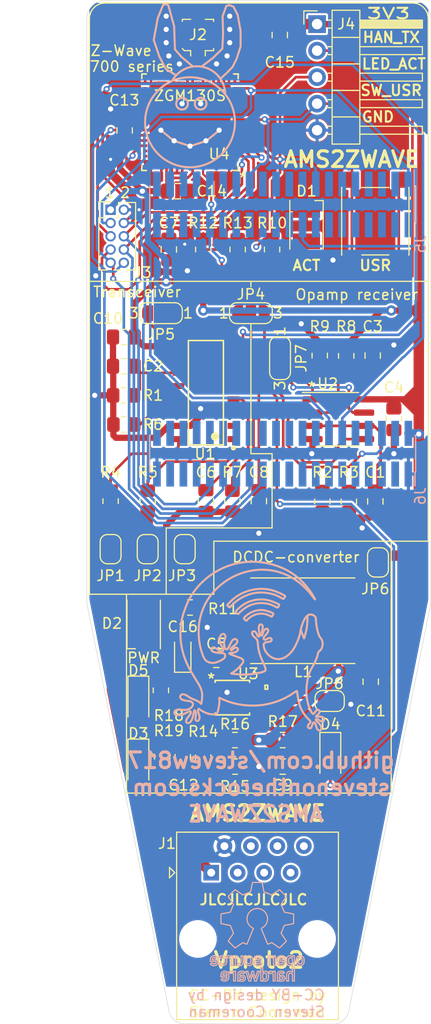
<source format=kicad_pcb>
(kicad_pcb (version 20171130) (host pcbnew "(5.1.8)-1")
  (layers (0 F.Cu signal) (31 B.Cu signal) (34 B.Paste user hide) (35 F.Paste user hide) (36 B.SilkS user hide) (37 F.SilkS user) (38 B.Mask user hide) (39 F.Mask user hide) (44 Edge.Cuts user))
  (net 0 "")
  (net 1 HAN-)
  (net 2 "Net-(C2-Pad1)")
  (net 3 +3V3)
  (net 4 "Net-(C6-Pad1)")
  (net 5 SW_USR)
  (net 6 "Net-(C8-Pad1)")
  (net 7 "Net-(C9-Pad1)")
  (net 8 +VSW)
  (net 9 "Net-(D1-Pad2)")
  (net 10 "Net-(D2-Pad2)")
  (net 11 HAN+)
  (net 12 nRST)
  (net 13 "Net-(D4-Pad1)")
  (net 14 "Net-(J1-Pad3)")
  (net 15 "Net-(J1-Pad4)")
  (net 16 "Net-(J1-Pad5)")
  (net 17 "Net-(J1-Pad6)")
  (net 18 "Net-(J1-Pad7)")
  (net 19 "Net-(J1-Pad8)")
  (net 20 PTI_DATA)
  (net 21 PTI_FRAME)
  (net 22 SWCLK)
  (net 23 SWDIO)
  (net 24 SWO)
  (net 25 VCOM_TX)
  (net 26 VCOM_RX)
  (net 27 LED_ACT)
  (net 28 HAN_TX)
  (net 29 "Net-(JP1-Pad2)")
  (net 30 "Net-(JP2-Pad2)")
  (net 31 "Net-(JP3-Pad1)")
  (net 32 MBUS_TX)
  (net 33 OPAMP_TX)
  (net 34 "Net-(JP5-Pad1)")
  (net 35 "Net-(JP5-Pad3)")
  (net 36 "Net-(L1-Pad1)")
  (net 37 "Net-(R4-Pad1)")
  (net 38 "Net-(R5-Pad1)")
  (net 39 "Net-(R6-Pad1)")
  (net 40 "Net-(R7-Pad1)")
  (net 41 "Net-(R13-Pad2)")
  (net 42 "Net-(R14-Pad1)")
  (net 43 "Net-(R15-Pad1)")
  (net 44 "Net-(U1-Pad2)")
  (net 45 MBUS_PF)
  (net 46 "Net-(U1-Pad13)")
  (net 47 "Net-(U1-Pad12)")
  (net 48 "Net-(U1-Pad10)")
  (net 49 "Net-(U3-Pad4)")
  (net 50 "Net-(U4-Pad63)")
  (net 51 "Net-(U4-Pad62)")
  (net 52 "Net-(U4-Pad61)")
  (net 53 "Net-(U4-Pad60)")
  (net 54 "Net-(U4-Pad58)")
  (net 55 "Net-(U4-Pad56)")
  (net 56 "Net-(U4-Pad50)")
  (net 57 "Net-(U4-Pad47)")
  (net 58 "Net-(U4-Pad46)")
  (net 59 "Net-(U4-Pad40)")
  (net 60 "Net-(U4-Pad39)")
  (net 61 "Net-(U4-Pad38)")
  (net 62 "Net-(U4-Pad37)")
  (net 63 "Net-(U4-Pad34)")
  (net 64 "Net-(U4-Pad31)")
  (net 65 "Net-(U4-Pad30)")
  (net 66 "Net-(U4-Pad29)")
  (net 67 "Net-(U4-Pad28)")
  (net 68 "Net-(U4-Pad27)")
  (net 69 "Net-(U4-Pad26)")
  (net 70 "Net-(U4-Pad8)")
  (net 71 "Net-(U4-Pad7)")
  (net 72 "Net-(U4-Pad6)")
  (net 73 "Net-(J2-Pad1)")
  (net 74 PTI_CLK)
  (net 75 Vdiv)
  (net 76 Vref)
  (net 77 "Net-(JP7-Pad1)")
  (net 78 "Net-(JP7-Pad3)")
  (net 79 "Net-(J5-Pad40)")
  (net 80 "Net-(J5-Pad39)")
  (net 81 "Net-(J5-Pad37)")
  (net 82 "Net-(J5-Pad36)")
  (net 83 "Net-(J5-Pad35)")
  (net 84 "Net-(J5-Pad34)")
  (net 85 "Net-(J5-Pad33)")
  (net 86 "Net-(J5-Pad32)")
  (net 87 "Net-(J5-Pad30)")
  (net 88 "Net-(J5-Pad29)")
  (net 89 "Net-(J5-Pad28)")
  (net 90 "Net-(J5-Pad27)")
  (net 91 "Net-(J5-Pad25)")
  (net 92 "Net-(J5-Pad24)")
  (net 93 "Net-(J5-Pad23)")
  (net 94 "Net-(J5-Pad22)")
  (net 95 "Net-(J5-Pad21)")
  (net 96 "Net-(J5-Pad20)")
  (net 97 "Net-(J5-Pad19)")
  (net 98 "Net-(J5-Pad18)")
  (net 99 "Net-(J5-Pad15)")
  (net 100 "Net-(J5-Pad14)")
  (net 101 "Net-(J5-Pad13)")
  (net 102 "Net-(J5-Pad12)")
  (net 103 "Net-(J5-Pad11)")
  (net 104 "Net-(J5-Pad10)")
  (net 105 "Net-(J5-Pad9)")
  (net 106 "Net-(J5-Pad8)")
  (net 107 "Net-(J5-Pad7)")
  (net 108 "Net-(J5-Pad6)")
  (net 109 "Net-(J5-Pad5)")
  (net 110 "Net-(J5-Pad4)")
  (net 111 "Net-(J5-Pad3)")
  (net 112 "Net-(J5-Pad1)")
  (net 113 "Net-(J6-Pad40)")
  (net 114 "Net-(J6-Pad38)")
  (net 115 "Net-(J6-Pad37)")
  (net 116 "Net-(J6-Pad36)")
  (net 117 "Net-(J6-Pad35)")
  (net 118 "Net-(J6-Pad34)")
  (net 119 "Net-(J6-Pad33)")
  (net 120 "Net-(J6-Pad32)")
  (net 121 "Net-(J6-Pad30)")
  (net 122 "Net-(J6-Pad28)")
  (net 123 "Net-(J6-Pad26)")
  (net 124 "Net-(J6-Pad24)")
  (net 125 "Net-(J6-Pad22)")
  (net 126 "Net-(J6-Pad20)")
  (net 127 "Net-(J6-Pad19)")
  (net 128 "Net-(J6-Pad18)")
  (net 129 "Net-(J6-Pad17)")
  (net 130 "Net-(J6-Pad16)")
  (net 131 "Net-(J6-Pad15)")
  (net 132 "Net-(J6-Pad11)")
  (net 133 "Net-(J6-Pad10)")
  (net 134 "Net-(J6-Pad8)")
  (net 135 "Net-(J6-Pad7)")
  (net 136 "Net-(J6-Pad5)")
  (net 137 "Net-(J6-Pad4)")
  (net 138 "Net-(J6-Pad3)")
  (net 139 "Net-(J6-Pad13)")
  (net 140 "Net-(J6-Pad9)")
  (net 141 "Net-(J6-Pad21)")
  (net 142 "Net-(D3-Pad1)")
  (net 143 "Net-(C16-Pad1)")
  (net 144 "Net-(C12-Pad1)")
  (net 145 "Net-(JP8-Pad2)")
  (module Jumper:SolderJumper-2_P1.3mm_Bridged_RoundedPad1.0x1.5mm (layer F.Cu) (at 121.92 100.584 90)
    (fp_text reference JP2 (at -2.54 0 180) (layer F.SilkS))
    (fp_text value SolderJumper_2_Open)
    (fp_poly (pts (xy 0.25 -0.3) (xy -0.25 -0.3) (xy -0.25 0.3) (xy 0.25 0.3)) (layer F.Cu) (width 0))
    (pad 1 smd custom (at -0.65 0 90) (size 1 0.5) (layers F.Cu F.Mask) (net 1 HAN-) (options (clearance outline) (anchor rect)) (primitives (gr_circle (center 0 0.25) (end 0.5 0.25) (width 0)) (gr_circle (center 0 -0.25) (end 0.5 -0.25) (width 0)) (gr_poly (pts (xy 0 -0.75) (xy 0.5 -0.75) (xy 0.5 0.75) (xy 0 0.75)) (width 0))))
    (pad 2 smd custom (at 0.65 0 90) (size 1 0.5) (layers F.Cu F.Mask) (net 30 "Net-(JP2-Pad2)") (options (clearance outline) (anchor rect)) (primitives (gr_circle (center 0 0.25) (end 0.5 0.25) (width 0)) (gr_circle (center 0 -0.25) (end 0.5 -0.25) (width 0)) (gr_poly (pts (xy 0 -0.75) (xy -0.5 -0.75) (xy -0.5 0.75) (xy 0 0.75)) (width 0))))
  )
  (module Jumper:SolderJumper-2_P1.3mm_Bridged_RoundedPad1.0x1.5mm (layer F.Cu) (at 118.364 100.584 90)
    (fp_text reference JP1 (at -2.54 0 180) (layer F.SilkS))
    (fp_text value SolderJumper_2_Open)
    (fp_poly (pts (xy 0.25 -0.3) (xy -0.25 -0.3) (xy -0.25 0.3) (xy 0.25 0.3)) (layer F.Cu) (width 0))
    (pad 1 smd custom (at -0.65 0 90) (size 1 0.5) (layers F.Cu F.Mask) (net 11 HAN+) (options (clearance outline) (anchor rect)) (primitives (gr_circle (center 0 0.25) (end 0.5 0.25) (width 0)) (gr_circle (center 0 -0.25) (end 0.5 -0.25) (width 0)) (gr_poly (pts (xy 0 -0.75) (xy 0.5 -0.75) (xy 0.5 0.75) (xy 0 0.75)) (width 0))))
    (pad 2 smd custom (at 0.65 0 90) (size 1 0.5) (layers F.Cu F.Mask) (net 29 "Net-(JP1-Pad2)") (options (clearance outline) (anchor rect)) (primitives (gr_circle (center 0 0.25) (end 0.5 0.25) (width 0)) (gr_circle (center 0 -0.25) (end 0.5 -0.25) (width 0)) (gr_poly (pts (xy 0 -0.75) (xy -0.5 -0.75) (xy -0.5 0.75) (xy 0 0.75)) (width 0))))
  )
  (module Jumper:SolderJumper-2_P1.3mm_Open_RoundedPad1.0x1.5mm (layer F.Cu) (at 139.3825 115.1255 180)
    (fp_text reference JP8 (at 0 1.651) (layer F.SilkS))
    (fp_text value SolderJumper_2_Open)
    (pad 2 smd custom (at 0.65 0 180) (size 1 0.5) (layers F.Cu F.Mask) (net 145 "Net-(JP8-Pad2)") (options (clearance outline) (anchor rect)) (primitives (gr_circle (center 0 0.25) (end 0.5 0.25) (width 0)) (gr_circle (center 0 -0.25) (end 0.5 -0.25) (width 0)) (gr_poly (pts (xy 0 -0.75) (xy -0.5 -0.75) (xy -0.5 0.75) (xy 0 0.75)) (width 0))))
    (pad 1 smd custom (at -0.65 0 180) (size 1 0.5) (layers F.Cu F.Mask) (net 1 HAN-) (options (clearance outline) (anchor rect)) (primitives (gr_circle (center 0 0.25) (end 0.5 0.25) (width 0)) (gr_circle (center 0 -0.25) (end 0.5 -0.25) (width 0)) (gr_poly (pts (xy 0 -0.75) (xy 0.5 -0.75) (xy 0.5 0.75) (xy 0 0.75)) (width 0))))
  )
  (module Capacitor_Tantalum_SMD:CP_EIA-2012-12_Kemet-R_Pad1.30x1.05mm_HandSolder (layer F.Cu) (at 125.2855 110.49 90)
    (fp_text reference C16 (at 2.4765 0 180) (layer F.SilkS))
    (fp_text value 33u)
    (pad 2 smd roundrect (at 0.975 0 90) (size 1.3 1.05) (layers F.Cu F.Paste F.Mask) (roundrect_rratio 0.2380942857142857) (net 1 HAN-))
    (pad 1 smd roundrect (at -0.975 0 90) (size 1.3 1.05) (layers F.Cu F.Paste F.Mask) (roundrect_rratio 0.2380942857142857) (net 143 "Net-(C16-Pad1)"))
  )
  (module Resistor_SMD:R_0805_2012Metric_Pad1.20x1.40mm_HandSolder (layer F.Cu) (at 123.317 120.4595 90)
    (fp_text reference R19 (at 2.4765 0.635 180) (layer F.SilkS))
    (fp_text value 130k)
    (pad 2 smd roundrect (at 1 0 90) (size 1.2 1.4) (layers F.Cu F.Paste F.Mask) (roundrect_rratio 0.2083325) (net 144 "Net-(C12-Pad1)"))
    (pad 1 smd roundrect (at -1 0 90) (size 1.2 1.4) (layers F.Cu F.Paste F.Mask) (roundrect_rratio 0.2083325) (net 1 HAN-))
  )
  (module Resistor_SMD:R_0805_2012Metric_Pad1.20x1.40mm_HandSolder (layer F.Cu) (at 123.19 114.1095 90)
    (fp_text reference R18 (at -2.413 0.762 180) (layer F.SilkS))
    (fp_text value 1M)
    (pad 2 smd roundrect (at 1 0 90) (size 1.2 1.4) (layers F.Cu F.Paste F.Mask) (roundrect_rratio 0.2083325) (net 143 "Net-(C16-Pad1)"))
    (pad 1 smd roundrect (at -1 0 90) (size 1.2 1.4) (layers F.Cu F.Paste F.Mask) (roundrect_rratio 0.2083325) (net 144 "Net-(C12-Pad1)"))
  )
  (module Capacitor_SMD:C_0805_2012Metric_Pad1.18x1.45mm_HandSolder (layer F.Cu) (at 125.2855 120.523 270)
    (fp_text reference C12 (at 2.667 -0.0635 180) (layer F.SilkS))
    (fp_text value 1n)
    (pad 2 smd roundrect (at 1.0375 0 270) (size 1.175 1.45) (layers F.Cu F.Paste F.Mask) (roundrect_rratio 0.2127659574468085) (net 1 HAN-))
    (pad 1 smd roundrect (at -1.0375 0 270) (size 1.175 1.45) (layers F.Cu F.Paste F.Mask) (roundrect_rratio 0.2127659574468085) (net 144 "Net-(C12-Pad1)"))
  )
  (module Diode_SMD:D_SOD-123 (layer F.Cu) (at 121.031 114.9985 270)
    (fp_text reference D5 (at -2.794 0 180) (layer F.SilkS))
    (fp_text value NSI50010)
    (pad 2 smd rect (at 1.65 0 270) (size 0.9 1.2) (layers F.Cu F.Paste F.Mask) (net 142 "Net-(D3-Pad1)"))
    (pad 1 smd rect (at -1.65 0 270) (size 0.9 1.2) (layers F.Cu F.Paste F.Mask) (net 143 "Net-(C16-Pad1)"))
  )
  (module Connector_PinHeader_1.27mm:PinHeader_2x20_P1.27mm_Vertical_SMD (layer B.Cu) (at 134.874 91.44 90)
    (fp_text reference J6 (at -4.064 13.208 90) (layer B.SilkS) (effects (justify mirror)))
    (fp_text value BRD_lower)
    (pad 40 smd rect (at 1.95 -12.065 90) (size 2.4 0.74) (layers B.Cu B.Paste B.Mask) (net 113 "Net-(J6-Pad40)"))
    (pad 39 smd rect (at -1.95 -12.065 90) (size 2.4 0.74) (layers B.Cu B.Paste B.Mask) (net 1 HAN-))
    (pad 38 smd rect (at 1.95 -10.795 90) (size 2.4 0.74) (layers B.Cu B.Paste B.Mask) (net 114 "Net-(J6-Pad38)"))
    (pad 37 smd rect (at -1.95 -10.795 90) (size 2.4 0.74) (layers B.Cu B.Paste B.Mask) (net 115 "Net-(J6-Pad37)"))
    (pad 36 smd rect (at 1.95 -9.525 90) (size 2.4 0.74) (layers B.Cu B.Paste B.Mask) (net 116 "Net-(J6-Pad36)"))
    (pad 35 smd rect (at -1.95 -9.525 90) (size 2.4 0.74) (layers B.Cu B.Paste B.Mask) (net 117 "Net-(J6-Pad35)"))
    (pad 34 smd rect (at 1.95 -8.255 90) (size 2.4 0.74) (layers B.Cu B.Paste B.Mask) (net 118 "Net-(J6-Pad34)"))
    (pad 33 smd rect (at -1.95 -8.255 90) (size 2.4 0.74) (layers B.Cu B.Paste B.Mask) (net 119 "Net-(J6-Pad33)"))
    (pad 32 smd rect (at 1.95 -6.985 90) (size 2.4 0.74) (layers B.Cu B.Paste B.Mask) (net 120 "Net-(J6-Pad32)"))
    (pad 31 smd rect (at -1.95 -6.985 90) (size 2.4 0.74) (layers B.Cu B.Paste B.Mask) (net 24 SWO))
    (pad 30 smd rect (at 1.95 -5.715 90) (size 2.4 0.74) (layers B.Cu B.Paste B.Mask) (net 121 "Net-(J6-Pad30)"))
    (pad 29 smd rect (at -1.95 -5.715 90) (size 2.4 0.74) (layers B.Cu B.Paste B.Mask) (net 23 SWDIO))
    (pad 28 smd rect (at 1.95 -4.445 90) (size 2.4 0.74) (layers B.Cu B.Paste B.Mask) (net 122 "Net-(J6-Pad28)"))
    (pad 27 smd rect (at -1.95 -4.445 90) (size 2.4 0.74) (layers B.Cu B.Paste B.Mask) (net 22 SWCLK))
    (pad 26 smd rect (at 1.95 -3.175 90) (size 2.4 0.74) (layers B.Cu B.Paste B.Mask) (net 123 "Net-(J6-Pad26)"))
    (pad 25 smd rect (at -1.95 -3.175 90) (size 2.4 0.74) (layers B.Cu B.Paste B.Mask) (net 21 PTI_FRAME))
    (pad 24 smd rect (at 1.95 -1.905 90) (size 2.4 0.74) (layers B.Cu B.Paste B.Mask) (net 124 "Net-(J6-Pad24)"))
    (pad 23 smd rect (at -1.95 -1.905 90) (size 2.4 0.74) (layers B.Cu B.Paste B.Mask) (net 20 PTI_DATA))
    (pad 22 smd rect (at 1.95 -0.635 90) (size 2.4 0.74) (layers B.Cu B.Paste B.Mask) (net 125 "Net-(J6-Pad22)"))
    (pad 21 smd rect (at -1.95 -0.635 90) (size 2.4 0.74) (layers B.Cu B.Paste B.Mask) (net 141 "Net-(J6-Pad21)"))
    (pad 20 smd rect (at 1.95 0.635 90) (size 2.4 0.74) (layers B.Cu B.Paste B.Mask) (net 126 "Net-(J6-Pad20)"))
    (pad 19 smd rect (at -1.95 0.635 90) (size 2.4 0.74) (layers B.Cu B.Paste B.Mask) (net 127 "Net-(J6-Pad19)"))
    (pad 18 smd rect (at 1.95 1.905 90) (size 2.4 0.74) (layers B.Cu B.Paste B.Mask) (net 128 "Net-(J6-Pad18)"))
    (pad 17 smd rect (at -1.95 1.905 90) (size 2.4 0.74) (layers B.Cu B.Paste B.Mask) (net 129 "Net-(J6-Pad17)"))
    (pad 16 smd rect (at 1.95 3.175 90) (size 2.4 0.74) (layers B.Cu B.Paste B.Mask) (net 130 "Net-(J6-Pad16)"))
    (pad 15 smd rect (at -1.95 3.175 90) (size 2.4 0.74) (layers B.Cu B.Paste B.Mask) (net 131 "Net-(J6-Pad15)"))
    (pad 14 smd rect (at 1.95 4.445 90) (size 2.4 0.74) (layers B.Cu B.Paste B.Mask) (net 26 VCOM_RX))
    (pad 13 smd rect (at -1.95 4.445 90) (size 2.4 0.74) (layers B.Cu B.Paste B.Mask) (net 139 "Net-(J6-Pad13)"))
    (pad 12 smd rect (at 1.95 5.715 90) (size 2.4 0.74) (layers B.Cu B.Paste B.Mask) (net 25 VCOM_TX))
    (pad 11 smd rect (at -1.95 5.715 90) (size 2.4 0.74) (layers B.Cu B.Paste B.Mask) (net 132 "Net-(J6-Pad11)"))
    (pad 10 smd rect (at 1.95 6.985 90) (size 2.4 0.74) (layers B.Cu B.Paste B.Mask) (net 133 "Net-(J6-Pad10)"))
    (pad 9 smd rect (at -1.95 6.985 90) (size 2.4 0.74) (layers B.Cu B.Paste B.Mask) (net 140 "Net-(J6-Pad9)"))
    (pad 8 smd rect (at 1.95 8.255 90) (size 2.4 0.74) (layers B.Cu B.Paste B.Mask) (net 134 "Net-(J6-Pad8)"))
    (pad 7 smd rect (at -1.95 8.255 90) (size 2.4 0.74) (layers B.Cu B.Paste B.Mask) (net 135 "Net-(J6-Pad7)"))
    (pad 6 smd rect (at 1.95 9.525 90) (size 2.4 0.74) (layers B.Cu B.Paste B.Mask) (net 28 HAN_TX))
    (pad 5 smd rect (at -1.95 9.525 90) (size 2.4 0.74) (layers B.Cu B.Paste B.Mask) (net 136 "Net-(J6-Pad5)"))
    (pad 4 smd rect (at 1.95 10.795 90) (size 2.4 0.74) (layers B.Cu B.Paste B.Mask) (net 137 "Net-(J6-Pad4)"))
    (pad 3 smd rect (at -1.95 10.795 90) (size 2.4 0.74) (layers B.Cu B.Paste B.Mask) (net 138 "Net-(J6-Pad3)"))
    (pad 2 smd rect (at 1.95 12.065 90) (size 2.4 0.74) (layers B.Cu B.Paste B.Mask) (net 3 +3V3))
    (pad 1 smd rect (at -1.95 12.065 90) (size 2.4 0.74) (layers B.Cu B.Paste B.Mask) (net 1 HAN-))
  )
  (module Connector_PinHeader_1.27mm:PinHeader_2x20_P1.27mm_Vertical_SMD (layer B.Cu) (at 134.874 67.564 90)
    (fp_text reference J5 (at -3.81 13.208 90) (layer B.SilkS) (effects (justify mirror)))
    (fp_text value BRD_upper)
    (pad 40 smd rect (at 1.95 -12.065 90) (size 2.4 0.74) (layers B.Cu B.Paste B.Mask) (net 79 "Net-(J5-Pad40)"))
    (pad 39 smd rect (at -1.95 -12.065 90) (size 2.4 0.74) (layers B.Cu B.Paste B.Mask) (net 80 "Net-(J5-Pad39)"))
    (pad 38 smd rect (at 1.95 -10.795 90) (size 2.4 0.74) (layers B.Cu B.Paste B.Mask) (net 1 HAN-))
    (pad 37 smd rect (at -1.95 -10.795 90) (size 2.4 0.74) (layers B.Cu B.Paste B.Mask) (net 81 "Net-(J5-Pad37)"))
    (pad 36 smd rect (at 1.95 -9.525 90) (size 2.4 0.74) (layers B.Cu B.Paste B.Mask) (net 82 "Net-(J5-Pad36)"))
    (pad 35 smd rect (at -1.95 -9.525 90) (size 2.4 0.74) (layers B.Cu B.Paste B.Mask) (net 83 "Net-(J5-Pad35)"))
    (pad 34 smd rect (at 1.95 -8.255 90) (size 2.4 0.74) (layers B.Cu B.Paste B.Mask) (net 84 "Net-(J5-Pad34)"))
    (pad 33 smd rect (at -1.95 -8.255 90) (size 2.4 0.74) (layers B.Cu B.Paste B.Mask) (net 85 "Net-(J5-Pad33)"))
    (pad 32 smd rect (at 1.95 -6.985 90) (size 2.4 0.74) (layers B.Cu B.Paste B.Mask) (net 86 "Net-(J5-Pad32)"))
    (pad 31 smd rect (at -1.95 -6.985 90) (size 2.4 0.74) (layers B.Cu B.Paste B.Mask) (net 28 HAN_TX))
    (pad 30 smd rect (at 1.95 -5.715 90) (size 2.4 0.74) (layers B.Cu B.Paste B.Mask) (net 87 "Net-(J5-Pad30)"))
    (pad 29 smd rect (at -1.95 -5.715 90) (size 2.4 0.74) (layers B.Cu B.Paste B.Mask) (net 88 "Net-(J5-Pad29)"))
    (pad 28 smd rect (at 1.95 -4.445 90) (size 2.4 0.74) (layers B.Cu B.Paste B.Mask) (net 89 "Net-(J5-Pad28)"))
    (pad 27 smd rect (at -1.95 -4.445 90) (size 2.4 0.74) (layers B.Cu B.Paste B.Mask) (net 90 "Net-(J5-Pad27)"))
    (pad 26 smd rect (at 1.95 -3.175 90) (size 2.4 0.74) (layers B.Cu B.Paste B.Mask) (net 5 SW_USR))
    (pad 25 smd rect (at -1.95 -3.175 90) (size 2.4 0.74) (layers B.Cu B.Paste B.Mask) (net 91 "Net-(J5-Pad25)"))
    (pad 24 smd rect (at 1.95 -1.905 90) (size 2.4 0.74) (layers B.Cu B.Paste B.Mask) (net 92 "Net-(J5-Pad24)"))
    (pad 23 smd rect (at -1.95 -1.905 90) (size 2.4 0.74) (layers B.Cu B.Paste B.Mask) (net 93 "Net-(J5-Pad23)"))
    (pad 22 smd rect (at 1.95 -0.635 90) (size 2.4 0.74) (layers B.Cu B.Paste B.Mask) (net 94 "Net-(J5-Pad22)"))
    (pad 21 smd rect (at -1.95 -0.635 90) (size 2.4 0.74) (layers B.Cu B.Paste B.Mask) (net 95 "Net-(J5-Pad21)"))
    (pad 20 smd rect (at 1.95 0.635 90) (size 2.4 0.74) (layers B.Cu B.Paste B.Mask) (net 96 "Net-(J5-Pad20)"))
    (pad 19 smd rect (at -1.95 0.635 90) (size 2.4 0.74) (layers B.Cu B.Paste B.Mask) (net 97 "Net-(J5-Pad19)"))
    (pad 18 smd rect (at 1.95 1.905 90) (size 2.4 0.74) (layers B.Cu B.Paste B.Mask) (net 98 "Net-(J5-Pad18)"))
    (pad 17 smd rect (at -1.95 1.905 90) (size 2.4 0.74) (layers B.Cu B.Paste B.Mask) (net 12 nRST))
    (pad 16 smd rect (at 1.95 3.175 90) (size 2.4 0.74) (layers B.Cu B.Paste B.Mask) (net 27 LED_ACT))
    (pad 15 smd rect (at -1.95 3.175 90) (size 2.4 0.74) (layers B.Cu B.Paste B.Mask) (net 99 "Net-(J5-Pad15)"))
    (pad 14 smd rect (at 1.95 4.445 90) (size 2.4 0.74) (layers B.Cu B.Paste B.Mask) (net 100 "Net-(J5-Pad14)"))
    (pad 13 smd rect (at -1.95 4.445 90) (size 2.4 0.74) (layers B.Cu B.Paste B.Mask) (net 101 "Net-(J5-Pad13)"))
    (pad 12 smd rect (at 1.95 5.715 90) (size 2.4 0.74) (layers B.Cu B.Paste B.Mask) (net 102 "Net-(J5-Pad12)"))
    (pad 11 smd rect (at -1.95 5.715 90) (size 2.4 0.74) (layers B.Cu B.Paste B.Mask) (net 103 "Net-(J5-Pad11)"))
    (pad 10 smd rect (at 1.95 6.985 90) (size 2.4 0.74) (layers B.Cu B.Paste B.Mask) (net 104 "Net-(J5-Pad10)"))
    (pad 9 smd rect (at -1.95 6.985 90) (size 2.4 0.74) (layers B.Cu B.Paste B.Mask) (net 105 "Net-(J5-Pad9)"))
    (pad 8 smd rect (at 1.95 8.255 90) (size 2.4 0.74) (layers B.Cu B.Paste B.Mask) (net 106 "Net-(J5-Pad8)"))
    (pad 7 smd rect (at -1.95 8.255 90) (size 2.4 0.74) (layers B.Cu B.Paste B.Mask) (net 107 "Net-(J5-Pad7)"))
    (pad 6 smd rect (at 1.95 9.525 90) (size 2.4 0.74) (layers B.Cu B.Paste B.Mask) (net 108 "Net-(J5-Pad6)"))
    (pad 5 smd rect (at -1.95 9.525 90) (size 2.4 0.74) (layers B.Cu B.Paste B.Mask) (net 109 "Net-(J5-Pad5)"))
    (pad 4 smd rect (at 1.95 10.795 90) (size 2.4 0.74) (layers B.Cu B.Paste B.Mask) (net 110 "Net-(J5-Pad4)"))
    (pad 3 smd rect (at -1.95 10.795 90) (size 2.4 0.74) (layers B.Cu B.Paste B.Mask) (net 111 "Net-(J5-Pad3)"))
    (pad 2 smd rect (at 1.95 12.065 90) (size 2.4 0.74) (layers B.Cu B.Paste B.Mask) (net 1 HAN-))
    (pad 1 smd rect (at -1.95 12.065 90) (size 2.4 0.74) (layers B.Cu B.Paste B.Mask) (net 112 "Net-(J5-Pad1)"))
  )
  (module Resistor_SMD:R_0805_2012Metric_Pad1.20x1.40mm_HandSolder (layer F.Cu) (at 134.874 118.872)
    (fp_text reference R17 (at 0 -1.778) (layer F.SilkS))
    (fp_text value 22.1R)
    (pad 2 smd roundrect (at 1 0) (size 1.2 1.4) (layers F.Cu F.Paste F.Mask) (roundrect_rratio 0.2083325) (net 7 "Net-(C9-Pad1)"))
    (pad 1 smd roundrect (at -1 0) (size 1.2 1.4) (layers F.Cu F.Paste F.Mask) (roundrect_rratio 0.2083325) (net 8 +VSW))
  )
  (module Capacitor_SMD:C_0805_2012Metric_Pad1.18x1.45mm_HandSolder (layer F.Cu) (at 119.634 80.264 180)
    (fp_text reference C10 (at 1.524 1.778) (layer F.SilkS))
    (fp_text value 100n)
    (pad 2 smd roundrect (at 1.0375 0 180) (size 1.175 1.45) (layers F.Cu F.Paste F.Mask) (roundrect_rratio 0.2127659574468085) (net 1 HAN-))
    (pad 1 smd roundrect (at -1.0375 0 180) (size 1.175 1.45) (layers F.Cu F.Paste F.Mask) (roundrect_rratio 0.2127659574468085) (net 3 +3V3))
  )
  (module Jumper:SolderJumper-3_P1.3mm_Bridged12_RoundedPad1.0x1.5mm_NumberLabels (layer F.Cu) (at 134.62 82.296 270)
    (fp_text reference JP7 (at 0 -2.032 90) (layer F.SilkS))
    (fp_text value SolderJumper_3_Bridged12 hide)
    (fp_poly (pts (xy -0.9 -0.3) (xy -0.4 -0.3) (xy -0.4 0.3) (xy -0.9 0.3)) (layer F.Cu) (width 0))
    (fp_text user 1 (at -2.6 0 90) (layer F.SilkS))
    (fp_text user 3 (at 2.6 0 90) (layer F.SilkS))
    (pad 1 smd custom (at -1.3 0 270) (size 1 0.5) (layers F.Cu F.Mask) (net 77 "Net-(JP7-Pad1)") (options (clearance outline) (anchor rect)) (primitives (gr_poly (pts (xy 0.55 -0.75) (xy 0 -0.75) (xy 0 0.75) (xy 0.55 0.75)) (width 0)) (gr_circle (center 0 0.25) (end 0.5 0.25) (width 0)) (gr_circle (center 0 -0.25) (end 0.5 -0.25) (width 0))))
    (pad 2 smd rect (at 0 0 270) (size 1 1.5) (layers F.Cu F.Mask) (net 33 OPAMP_TX))
    (pad 3 smd custom (at 1.3 0 270) (size 1 0.5) (layers F.Cu F.Mask) (net 78 "Net-(JP7-Pad3)") (options (clearance outline) (anchor rect)) (primitives (gr_circle (center 0 0.25) (end 0.5 0.25) (width 0)) (gr_circle (center 0 -0.25) (end 0.5 -0.25) (width 0)) (gr_poly (pts (xy -0.55 -0.75) (xy 0 -0.75) (xy 0 0.75) (xy -0.55 0.75)) (width 0))))
  )
  (module Resistor_SMD:R_0805_2012Metric_Pad1.20x1.40mm_HandSolder (layer F.Cu) (at 130.302 118.872 180)
    (fp_text reference R16 (at 0 1.524) (layer F.SilkS))
    (fp_text value 158k)
    (pad 2 smd roundrect (at 1 0 180) (size 1.2 1.4) (layers F.Cu F.Paste F.Mask) (roundrect_rratio 0.2083325) (net 43 "Net-(R15-Pad1)"))
    (pad 1 smd roundrect (at -1 0 180) (size 1.2 1.4) (layers F.Cu F.Paste F.Mask) (roundrect_rratio 0.2083325) (net 8 +VSW))
  )
  (module Resistor_SMD:R_0805_2012Metric_Pad1.20x1.40mm_HandSolder (layer F.Cu) (at 130.302 121.412)
    (fp_text reference R15 (at 0 1.905) (layer F.SilkS))
    (fp_text value 49.9k)
    (pad 2 smd roundrect (at 1 0) (size 1.2 1.4) (layers F.Cu F.Paste F.Mask) (roundrect_rratio 0.2083325) (net 1 HAN-))
    (pad 1 smd roundrect (at -1 0) (size 1.2 1.4) (layers F.Cu F.Paste F.Mask) (roundrect_rratio 0.2083325) (net 43 "Net-(R15-Pad1)"))
  )
  (module Resistor_SMD:R_0805_2012Metric_Pad1.20x1.40mm_HandSolder (layer F.Cu) (at 127.254 120.523 270)
    (fp_text reference R14 (at -2.4765 0) (layer F.SilkS))
    (fp_text value 140k)
    (pad 2 smd roundrect (at 1 0 270) (size 1.2 1.4) (layers F.Cu F.Paste F.Mask) (roundrect_rratio 0.2083325) (net 1 HAN-))
    (pad 1 smd roundrect (at -1 0 270) (size 1.2 1.4) (layers F.Cu F.Paste F.Mask) (roundrect_rratio 0.2083325) (net 42 "Net-(R14-Pad1)"))
  )
  (module Resistor_SMD:R_0805_2012Metric_Pad1.20x1.40mm_HandSolder (layer F.Cu) (at 130.556 71.882 270)
    (fp_text reference R13 (at -2.54 0 180) (layer F.SilkS))
    (fp_text value 100R)
    (pad 2 smd roundrect (at 1 0 270) (size 1.2 1.4) (layers F.Cu F.Paste F.Mask) (roundrect_rratio 0.2083325) (net 41 "Net-(R13-Pad2)"))
    (pad 1 smd roundrect (at -1 0 270) (size 1.2 1.4) (layers F.Cu F.Paste F.Mask) (roundrect_rratio 0.2083325) (net 1 HAN-))
  )
  (module Resistor_SMD:R_0805_2012Metric_Pad1.20x1.40mm_HandSolder (layer F.Cu) (at 127.254 71.882 90)
    (fp_text reference R12 (at 2.54 0 180) (layer F.SilkS))
    (fp_text value 1M)
    (pad 2 smd roundrect (at 1 0 90) (size 1.2 1.4) (layers F.Cu F.Paste F.Mask) (roundrect_rratio 0.2083325) (net 5 SW_USR))
    (pad 1 smd roundrect (at -1 0 90) (size 1.2 1.4) (layers F.Cu F.Paste F.Mask) (roundrect_rratio 0.2083325) (net 3 +3V3))
  )
  (module Resistor_SMD:R_0805_2012Metric_Pad1.20x1.40mm_HandSolder (layer F.Cu) (at 125.984 106.172)
    (fp_text reference R11 (at 3.175 0.127) (layer F.SilkS))
    (fp_text value 3k)
    (pad 2 smd roundrect (at 1 0) (size 1.2 1.4) (layers F.Cu F.Paste F.Mask) (roundrect_rratio 0.2083325) (net 3 +3V3))
    (pad 1 smd roundrect (at -1 0) (size 1.2 1.4) (layers F.Cu F.Paste F.Mask) (roundrect_rratio 0.2083325) (net 10 "Net-(D2-Pad2)"))
  )
  (module Resistor_SMD:R_0805_2012Metric_Pad1.20x1.40mm_HandSolder (layer F.Cu) (at 133.858 71.882 90)
    (fp_text reference R10 (at 2.54 0 180) (layer F.SilkS))
    (fp_text value 3k)
    (pad 2 smd roundrect (at 1 0 90) (size 1.2 1.4) (layers F.Cu F.Paste F.Mask) (roundrect_rratio 0.2083325) (net 27 LED_ACT))
    (pad 1 smd roundrect (at -1 0 90) (size 1.2 1.4) (layers F.Cu F.Paste F.Mask) (roundrect_rratio 0.2083325) (net 9 "Net-(D1-Pad2)"))
  )
  (module Resistor_SMD:R_0805_2012Metric_Pad1.20x1.40mm_HandSolder (layer F.Cu) (at 138.43 82.042 270)
    (fp_text reference R9 (at -2.794 0 180) (layer F.SilkS))
    (fp_text value 27k)
    (pad 2 smd roundrect (at 1 0 270) (size 1.2 1.4) (layers F.Cu F.Paste F.Mask) (roundrect_rratio 0.2083325) (net 76 Vref))
    (pad 1 smd roundrect (at -1 0 270) (size 1.2 1.4) (layers F.Cu F.Paste F.Mask) (roundrect_rratio 0.2083325) (net 1 HAN-))
  )
  (module Resistor_SMD:R_0805_2012Metric_Pad1.20x1.40mm_HandSolder (layer F.Cu) (at 140.97 82.068 90)
    (fp_text reference R8 (at 2.82 0 180) (layer F.SilkS))
    (fp_text value 24k)
    (pad 2 smd roundrect (at 1 0 90) (size 1.2 1.4) (layers F.Cu F.Paste F.Mask) (roundrect_rratio 0.2083325) (net 3 +3V3))
    (pad 1 smd roundrect (at -1 0 90) (size 1.2 1.4) (layers F.Cu F.Paste F.Mask) (roundrect_rratio 0.2083325) (net 76 Vref))
  )
  (module Resistor_SMD:R_0805_2012Metric_Pad1.20x1.40mm_HandSolder (layer F.Cu) (at 130.048 95.986 270)
    (fp_text reference R7 (at -2.768 0 180) (layer F.SilkS))
    (fp_text value 82k)
    (pad 2 smd roundrect (at 1 0 270) (size 1.2 1.4) (layers F.Cu F.Paste F.Mask) (roundrect_rratio 0.2083325) (net 1 HAN-))
    (pad 1 smd roundrect (at -1 0 270) (size 1.2 1.4) (layers F.Cu F.Paste F.Mask) (roundrect_rratio 0.2083325) (net 40 "Net-(R7-Pad1)"))
  )
  (module Resistor_SMD:R_0805_2012Metric_Pad1.20x1.40mm_HandSolder (layer F.Cu) (at 119.634 88.646 180)
    (fp_text reference R6 (at -2.794 0) (layer F.SilkS))
    (fp_text value 470R)
    (pad 2 smd roundrect (at 1 0 180) (size 1.2 1.4) (layers F.Cu F.Paste F.Mask) (roundrect_rratio 0.2083325) (net 1 HAN-))
    (pad 1 smd roundrect (at -1 0 180) (size 1.2 1.4) (layers F.Cu F.Paste F.Mask) (roundrect_rratio 0.2083325) (net 39 "Net-(R6-Pad1)"))
  )
  (module Resistor_SMD:R_0805_2012Metric_Pad1.20x1.40mm_HandSolder (layer F.Cu) (at 121.92 95.986 270)
    (fp_text reference R5 (at -2.768 0 180) (layer F.SilkS))
    (fp_text value 220R)
    (pad 2 smd roundrect (at 1 0 270) (size 1.2 1.4) (layers F.Cu F.Paste F.Mask) (roundrect_rratio 0.2083325) (net 30 "Net-(JP2-Pad2)"))
    (pad 1 smd roundrect (at -1 0 270) (size 1.2 1.4) (layers F.Cu F.Paste F.Mask) (roundrect_rratio 0.2083325) (net 38 "Net-(R5-Pad1)"))
  )
  (module Resistor_SMD:R_0805_2012Metric_Pad1.20x1.40mm_HandSolder (layer F.Cu) (at 118.364 95.986 270)
    (fp_text reference R4 (at -2.768 0 180) (layer F.SilkS))
    (fp_text value 220R)
    (pad 2 smd roundrect (at 1 0 270) (size 1.2 1.4) (layers F.Cu F.Paste F.Mask) (roundrect_rratio 0.2083325) (net 29 "Net-(JP1-Pad2)"))
    (pad 1 smd roundrect (at -1 0 270) (size 1.2 1.4) (layers F.Cu F.Paste F.Mask) (roundrect_rratio 0.2083325) (net 37 "Net-(R4-Pad1)"))
  )
  (module Resistor_SMD:R_0805_2012Metric_Pad1.20x1.40mm_HandSolder (layer F.Cu) (at 141.224 96.012 90)
    (fp_text reference R3 (at 2.794 0 180) (layer F.SilkS))
    (fp_text value 3k)
    (pad 2 smd roundrect (at 1 0 90) (size 1.2 1.4) (layers F.Cu F.Paste F.Mask) (roundrect_rratio 0.2083325) (net 75 Vdiv))
    (pad 1 smd roundrect (at -1 0 90) (size 1.2 1.4) (layers F.Cu F.Paste F.Mask) (roundrect_rratio 0.2083325) (net 1 HAN-))
  )
  (module Resistor_SMD:R_0805_2012Metric_Pad1.20x1.40mm_HandSolder (layer F.Cu) (at 138.684 96.012 270)
    (fp_text reference R2 (at -2.794 0 180) (layer F.SilkS))
    (fp_text value 33k)
    (pad 2 smd roundrect (at 1 0 270) (size 1.2 1.4) (layers F.Cu F.Paste F.Mask) (roundrect_rratio 0.2083325) (net 31 "Net-(JP3-Pad1)"))
    (pad 1 smd roundrect (at -1 0 270) (size 1.2 1.4) (layers F.Cu F.Paste F.Mask) (roundrect_rratio 0.2083325) (net 75 Vdiv))
  )
  (module Resistor_SMD:R_0805_2012Metric_Pad1.20x1.40mm_HandSolder (layer F.Cu) (at 119.608 85.852 180)
    (fp_text reference R1 (at -2.82 0) (layer F.SilkS))
    (fp_text value 100k)
    (pad 2 smd roundrect (at 1 0 180) (size 1.2 1.4) (layers F.Cu F.Paste F.Mask) (roundrect_rratio 0.2083325) (net 1 HAN-))
    (pad 1 smd roundrect (at -1 0 180) (size 1.2 1.4) (layers F.Cu F.Paste F.Mask) (roundrect_rratio 0.2083325) (net 2 "Net-(C2-Pad1)"))
  )
  (module Capacitor_SMD:C_0805_2012Metric_Pad1.18x1.45mm_HandSolder (layer F.Cu) (at 143.3195 113.284 270)
    (fp_text reference C11 (at 2.794 0 180) (layer F.SilkS))
    (fp_text value 10u)
    (pad 2 smd roundrect (at 1.0375 0 270) (size 1.175 1.45) (layers F.Cu F.Paste F.Mask) (roundrect_rratio 0.2127659574468085) (net 1 HAN-))
    (pad 1 smd roundrect (at -1.0375 0 270) (size 1.175 1.45) (layers F.Cu F.Paste F.Mask) (roundrect_rratio 0.2127659574468085) (net 8 +VSW))
  )
  (module Capacitor_SMD:C_0805_2012Metric_Pad1.18x1.45mm_HandSolder (layer F.Cu) (at 134.874 121.412 180)
    (fp_text reference C9 (at 0 -1.778) (layer F.SilkS))
    (fp_text value 0.22u)
    (pad 2 smd roundrect (at 1.0375 0 180) (size 1.175 1.45) (layers F.Cu F.Paste F.Mask) (roundrect_rratio 0.2127659574468085) (net 1 HAN-))
    (pad 1 smd roundrect (at -1.0375 0 180) (size 1.175 1.45) (layers F.Cu F.Paste F.Mask) (roundrect_rratio 0.2127659574468085) (net 7 "Net-(C9-Pad1)"))
  )
  (module Capacitor_SMD:C_0805_2012Metric_Pad1.18x1.45mm_HandSolder (layer F.Cu) (at 132.588 95.9735 270)
    (fp_text reference C8 (at -2.7555 0 180) (layer F.SilkS))
    (fp_text value 100n)
    (pad 2 smd roundrect (at 1.0375 0 270) (size 1.175 1.45) (layers F.Cu F.Paste F.Mask) (roundrect_rratio 0.2127659574468085) (net 1 HAN-))
    (pad 1 smd roundrect (at -1.0375 0 270) (size 1.175 1.45) (layers F.Cu F.Paste F.Mask) (roundrect_rratio 0.2127659574468085) (net 6 "Net-(C8-Pad1)"))
  )
  (module Capacitor_SMD:C_0805_2012Metric_Pad1.18x1.45mm_HandSolder (layer F.Cu) (at 123.952 71.882 90)
    (fp_text reference C7 (at 2.54 0 180) (layer F.SilkS))
    (fp_text value 1n)
    (pad 2 smd roundrect (at 1.0375 0 90) (size 1.175 1.45) (layers F.Cu F.Paste F.Mask) (roundrect_rratio 0.2127659574468085) (net 1 HAN-))
    (pad 1 smd roundrect (at -1.0375 0 90) (size 1.175 1.45) (layers F.Cu F.Paste F.Mask) (roundrect_rratio 0.2127659574468085) (net 5 SW_USR))
  )
  (module Capacitor_SMD:C_0805_2012Metric_Pad1.18x1.45mm_HandSolder (layer F.Cu) (at 127.508 95.9735 270)
    (fp_text reference C6 (at -2.7555 0 180) (layer F.SilkS))
    (fp_text value 1u)
    (pad 2 smd roundrect (at 1.0375 0 270) (size 1.175 1.45) (layers F.Cu F.Paste F.Mask) (roundrect_rratio 0.2127659574468085) (net 1 HAN-))
    (pad 1 smd roundrect (at -1.0375 0 270) (size 1.175 1.45) (layers F.Cu F.Paste F.Mask) (roundrect_rratio 0.2127659574468085) (net 4 "Net-(C6-Pad1)"))
  )
  (module Capacitor_SMD:C_0805_2012Metric_Pad1.18x1.45mm_HandSolder (layer F.Cu) (at 128.5025 111.1885)
    (fp_text reference C5 (at 0 -1.524) (layer F.SilkS))
    (fp_text value 1u)
    (pad 2 smd roundrect (at 1.0375 0) (size 1.175 1.45) (layers F.Cu F.Paste F.Mask) (roundrect_rratio 0.2127659574468085) (net 1 HAN-))
    (pad 1 smd roundrect (at -1.0375 0) (size 1.175 1.45) (layers F.Cu F.Paste F.Mask) (roundrect_rratio 0.2127659574468085) (net 143 "Net-(C16-Pad1)"))
  )
  (module Capacitor_SMD:C_0805_2012Metric_Pad1.18x1.45mm_HandSolder (layer F.Cu) (at 145.542 88.138 270)
    (fp_text reference C4 (at -3.048 0 180) (layer F.SilkS))
    (fp_text value 100n)
    (pad 2 smd roundrect (at 1.0375 0 270) (size 1.175 1.45) (layers F.Cu F.Paste F.Mask) (roundrect_rratio 0.2127659574468085) (net 1 HAN-))
    (pad 1 smd roundrect (at -1.0375 0 270) (size 1.175 1.45) (layers F.Cu F.Paste F.Mask) (roundrect_rratio 0.2127659574468085) (net 3 +3V3))
  )
  (module Capacitor_SMD:C_0805_2012Metric_Pad1.18x1.45mm_HandSolder (layer F.Cu) (at 143.51 82.042 90)
    (fp_text reference C3 (at 2.794 0 180) (layer F.SilkS))
    (fp_text value 100n)
    (pad 2 smd roundrect (at 1.0375 0 90) (size 1.175 1.45) (layers F.Cu F.Paste F.Mask) (roundrect_rratio 0.2127659574468085) (net 1 HAN-))
    (pad 1 smd roundrect (at -1.0375 0 90) (size 1.175 1.45) (layers F.Cu F.Paste F.Mask) (roundrect_rratio 0.2127659574468085) (net 76 Vref))
  )
  (module Capacitor_SMD:C_0805_2012Metric_Pad1.18x1.45mm_HandSolder (layer F.Cu) (at 119.634 83.058 180)
    (fp_text reference C2 (at -2.794 0) (layer F.SilkS))
    (fp_text value 100n)
    (pad 2 smd roundrect (at 1.0375 0 180) (size 1.175 1.45) (layers F.Cu F.Paste F.Mask) (roundrect_rratio 0.2127659574468085) (net 1 HAN-))
    (pad 1 smd roundrect (at -1.0375 0 180) (size 1.175 1.45) (layers F.Cu F.Paste F.Mask) (roundrect_rratio 0.2127659574468085) (net 2 "Net-(C2-Pad1)"))
  )
  (module Capacitor_SMD:C_0805_2012Metric_Pad1.18x1.45mm_HandSolder (layer F.Cu) (at 143.764 96.012 270)
    (fp_text reference C1 (at -2.794 0 180) (layer F.SilkS))
    (fp_text value 1n)
    (pad 2 smd roundrect (at 1.0375 0 270) (size 1.175 1.45) (layers F.Cu F.Paste F.Mask) (roundrect_rratio 0.2127659574468085) (net 1 HAN-))
    (pad 1 smd roundrect (at -1.0375 0 270) (size 1.175 1.45) (layers F.Cu F.Paste F.Mask) (roundrect_rratio 0.2127659574468085) (net 75 Vdiv))
  )
  (module Capacitor_SMD:C_0805_2012Metric_Pad1.18x1.45mm_HandSolder (layer F.Cu) (at 134.5946 51.3334 270)
    (fp_text reference C15 (at 2.6162 0 180) (layer F.SilkS))
    (fp_text value 100n)
    (pad 2 smd roundrect (at 1.0375 0 270) (size 1.175 1.45) (layers F.Cu F.Paste F.Mask) (roundrect_rratio 0.2127659574468085) (net 1 HAN-))
    (pad 1 smd roundrect (at -1.0375 0 270) (size 1.175 1.45) (layers F.Cu F.Paste F.Mask) (roundrect_rratio 0.2127659574468085) (net 3 +3V3))
  )
  (module Capacitor_SMD:C_0805_2012Metric_Pad1.18x1.45mm_HandSolder (layer F.Cu) (at 119.7102 60.4774 90)
    (fp_text reference C13 (at 2.8956 -0.0254 180) (layer F.SilkS))
    (fp_text value 10u)
    (pad 2 smd roundrect (at 1.0375 0 90) (size 1.175 1.45) (layers F.Cu F.Paste F.Mask) (roundrect_rratio 0.2127659574468085) (net 1 HAN-))
    (pad 1 smd roundrect (at -1.0375 0 90) (size 1.175 1.45) (layers F.Cu F.Paste F.Mask) (roundrect_rratio 0.2127659574468085) (net 3 +3V3))
  )
  (module Capacitor_SMD:C_0805_2012Metric_Pad1.18x1.45mm_HandSolder (layer F.Cu) (at 124.8156 66.294)
    (fp_text reference C14 (at 3.2512 0) (layer F.SilkS))
    (fp_text value 10u)
    (pad 2 smd roundrect (at 1.0375 0) (size 1.175 1.45) (layers F.Cu F.Paste F.Mask) (roundrect_rratio 0.2127659574468085) (net 1 HAN-))
    (pad 1 smd roundrect (at -1.0375 0) (size 1.175 1.45) (layers F.Cu F.Paste F.Mask) (roundrect_rratio 0.2127659574468085) (net 3 +3V3))
  )
  (module Jumper:SolderJumper-2_P1.3mm_Bridged2Bar_RoundedPad1.0x1.5mm (layer F.Cu) (at 144.018 101.854 90)
    (fp_text reference JP6 (at -2.54 -0.254 180) (layer F.SilkS))
    (fp_text value SolderJumper_2_Bridged)
    (fp_poly (pts (xy -0.25 -0.6) (xy 0.25 -0.6) (xy 0.25 -0.2) (xy -0.25 -0.2)) (layer F.Cu) (width 0))
    (fp_poly (pts (xy -0.25 0.2) (xy 0.25 0.2) (xy 0.25 0.6) (xy -0.25 0.6)) (layer F.Cu) (width 0))
    (pad 1 smd custom (at -0.65 0 90) (size 1 0.5) (layers F.Cu F.Mask) (net 8 +VSW) (options (clearance outline) (anchor rect)) (primitives (gr_circle (center 0 0.25) (end 0.5 0.25) (width 0)) (gr_circle (center 0 -0.25) (end 0.5 -0.25) (width 0)) (gr_poly (pts (xy 0.5 0.75) (xy 0.5 -0.75) (xy 0 -0.75) (xy 0 0.75)) (width 0))))
    (pad 2 smd custom (at 0.65 0 90) (size 1 0.5) (layers F.Cu F.Mask) (net 3 +3V3) (options (clearance outline) (anchor rect)) (primitives (gr_circle (center 0 0.25) (end 0.5 0.25) (width 0)) (gr_circle (center 0 -0.25) (end 0.5 -0.25) (width 0)) (gr_poly (pts (xy -0.5 0.75) (xy -0.5 -0.75) (xy 0 -0.75) (xy 0 0.75)) (width 0))))
  )
  (module LED_SMD:LED_PLCC-2 (layer F.Cu) (at 121.539 107.72 90)
    (fp_text reference D2 (at 0.024 -3.048 180) (layer F.SilkS))
    (fp_text value green)
    (pad 2 smd rect (at 1.5 0 90) (size 1.5 2.6) (layers F.Cu F.Paste F.Mask) (net 10 "Net-(D2-Pad2)"))
    (pad 1 smd rect (at -1.5 0 90) (size 1.5 2.6) (layers F.Cu F.Paste F.Mask) (net 1 HAN-))
  )
  (module LED_SMD:LED_PLCC-2 (layer F.Cu) (at 137.16 69.596 270)
    (fp_text reference D1 (at -3.302 0 180) (layer F.SilkS))
    (fp_text value red)
    (pad 2 smd rect (at 1.5 0 270) (size 1.5 2.6) (layers F.Cu F.Paste F.Mask) (net 9 "Net-(D1-Pad2)"))
    (pad 1 smd rect (at -1.5 0 270) (size 1.5 2.6) (layers F.Cu F.Paste F.Mask) (net 1 HAN-))
  )
  (module Button_Switch_SMD:SW_SPST_PTS645 (layer F.Cu) (at 143.764 69.172 90)
    (fp_text reference SW1 hide)
    (fp_text value SW_Push)
    (pad 2 smd rect (at 3.98 2.25 90) (size 1.55 1.3) (layers F.Cu F.Paste F.Mask) (net 41 "Net-(R13-Pad2)"))
    (pad 1 smd rect (at 3.98 -2.25 90) (size 1.55 1.3) (layers F.Cu F.Paste F.Mask) (net 5 SW_USR))
    (pad 1 smd rect (at -3.98 -2.25 90) (size 1.55 1.3) (layers F.Cu F.Paste F.Mask) (net 5 SW_USR))
    (pad 2 smd rect (at -3.98 2.25 90) (size 1.55 1.3) (layers F.Cu F.Paste F.Mask) (net 41 "Net-(R13-Pad2)"))
  )
  (module Inductor_SMD:L_Taiyo-Yuden_NR-80xx_HandSoldering (layer F.Cu) (at 136.8 107.442)
    (fp_text reference L1 (at 0.0425 4.8895) (layer F.SilkS))
    (fp_text value 220uH)
    (pad 2 smd rect (at 3.45 0) (size 3.1 7.7) (layers F.Cu F.Paste F.Mask) (net 8 +VSW))
    (pad 1 smd rect (at -3.45 0) (size 3.1 7.7) (layers F.Cu F.Paste F.Mask) (net 36 "Net-(L1-Pad1)"))
  )
  (module Connector_PinHeader_1.27mm:PinHeader_2x05_P1.27mm_Vertical (layer F.Cu) (at 118.364 68.072)
    (fp_text reference J3 (at 3.0734 6.0198) (layer F.SilkS))
    (fp_text value "mini simplicity")
    (pad 10 thru_hole oval (at 1.27 5.08) (size 1 1) (drill 0.65) (layers *.Cu *.Mask) (net 20 PTI_DATA))
    (pad 9 thru_hole oval (at 0 5.08) (size 1 1) (drill 0.65) (layers *.Cu *.Mask) (net 21 PTI_FRAME))
    (pad 8 thru_hole oval (at 1.27 3.81) (size 1 1) (drill 0.65) (layers *.Cu *.Mask) (net 22 SWCLK))
    (pad 7 thru_hole oval (at 0 3.81) (size 1 1) (drill 0.65) (layers *.Cu *.Mask) (net 23 SWDIO))
    (pad 6 thru_hole oval (at 1.27 2.54) (size 1 1) (drill 0.65) (layers *.Cu *.Mask) (net 24 SWO))
    (pad 5 thru_hole oval (at 0 2.54) (size 1 1) (drill 0.65) (layers *.Cu *.Mask) (net 25 VCOM_TX))
    (pad 4 thru_hole oval (at 1.27 1.27) (size 1 1) (drill 0.65) (layers *.Cu *.Mask) (net 26 VCOM_RX))
    (pad 3 thru_hole oval (at 0 1.27) (size 1 1) (drill 0.65) (layers *.Cu *.Mask) (net 12 nRST))
    (pad 2 thru_hole oval (at 1.27 0) (size 1 1) (drill 0.65) (layers *.Cu *.Mask) (net 1 HAN-))
    (pad 1 thru_hole rect (at 0 0) (size 1 1) (drill 0.65) (layers *.Cu *.Mask) (net 3 +3V3))
  )
  (module Connector_RJ:RJ45_Amphenol_54602-x08_Horizontal (layer F.Cu) (at 128.016 131.572)
    (fp_text reference J1 (at -4.2418 -2.794) (layer F.SilkS))
    (fp_text value RJ45_Shielded)
    (pad 8 thru_hole circle (at 8.89 -2.54) (size 1.5 1.5) (drill 0.76) (layers *.Cu *.Mask) (net 19 "Net-(J1-Pad8)"))
    (pad 7 thru_hole circle (at 7.62 0) (size 1.5 1.5) (drill 0.76) (layers *.Cu *.Mask) (net 18 "Net-(J1-Pad7)"))
    (pad 6 thru_hole circle (at 6.35 -2.54) (size 1.5 1.5) (drill 0.76) (layers *.Cu *.Mask) (net 17 "Net-(J1-Pad6)"))
    (pad 5 thru_hole circle (at 5.08 0) (size 1.5 1.5) (drill 0.76) (layers *.Cu *.Mask) (net 16 "Net-(J1-Pad5)"))
    (pad 4 thru_hole circle (at 3.81 -2.54) (size 1.5 1.5) (drill 0.76) (layers *.Cu *.Mask) (net 15 "Net-(J1-Pad4)"))
    (pad 3 thru_hole circle (at 2.54 0) (size 1.5 1.5) (drill 0.76) (layers *.Cu *.Mask) (net 14 "Net-(J1-Pad3)"))
    (pad 2 thru_hole circle (at 1.27 -2.54) (size 1.5 1.5) (drill 0.76) (layers *.Cu *.Mask) (net 1 HAN-))
    (pad 1 thru_hole rect (at 0 0) (size 1.5 1.5) (drill 0.76) (layers *.Cu *.Mask) (net 11 HAN+))
    (pad "" np_thru_hole circle (at -1.27 6.35) (size 3.2 3.2) (drill 3.2) (layers *.Cu *.Mask))
    (pad "" np_thru_hole circle (at 10.16 6.35) (size 3.2 3.2) (drill 3.2) (layers *.Cu *.Mask))
  )
  (module ZGM130S:ZGM130S (layer F.Cu) (at 125.984 59.69 180)
    (fp_text reference U4 (at -2.794 -3.048) (layer F.SilkS))
    (fp_text value ZGM130S (at 0 2.54) (layer F.SilkS))
    (fp_text user * (at -5.08 -5.334) (layer F.SilkS))
    (pad 64 smd rect (at -3.75 -4.300002 270) (size 0.4064 0.254) (layers F.Cu F.Paste F.Mask) (net 1 HAN-))
    (pad 63 smd rect (at -3.250001 -4.300002 270) (size 0.4064 0.254) (layers F.Cu F.Paste F.Mask) (net 50 "Net-(U4-Pad63)"))
    (pad 62 smd rect (at -2.75 -4.300002 270) (size 0.4064 0.254) (layers F.Cu F.Paste F.Mask) (net 51 "Net-(U4-Pad62)"))
    (pad 61 smd rect (at -2.250001 -4.300002 270) (size 0.4064 0.254) (layers F.Cu F.Paste F.Mask) (net 52 "Net-(U4-Pad61)"))
    (pad 60 smd rect (at -1.749999 -4.300002 270) (size 0.4064 0.254) (layers F.Cu F.Paste F.Mask) (net 53 "Net-(U4-Pad60)"))
    (pad 59 smd rect (at -1.25 -4.300002 270) (size 0.4064 0.254) (layers F.Cu F.Paste F.Mask) (net 28 HAN_TX))
    (pad 58 smd rect (at -0.750001 -4.300002 270) (size 0.4064 0.254) (layers F.Cu F.Paste F.Mask) (net 54 "Net-(U4-Pad58)"))
    (pad 57 smd rect (at -0.25 -4.300002 270) (size 0.4064 0.254) (layers F.Cu F.Paste F.Mask) (net 3 +3V3))
    (pad 56 smd rect (at 0.25 -4.300002 270) (size 0.4064 0.254) (layers F.Cu F.Paste F.Mask) (net 55 "Net-(U4-Pad56)"))
    (pad 55 smd rect (at 0.750001 -4.300002 270) (size 0.4064 0.254) (layers F.Cu F.Paste F.Mask) (net 1 HAN-))
    (pad 54 smd rect (at 1.25 -4.300002 270) (size 0.4064 0.254) (layers F.Cu F.Paste F.Mask) (net 1 HAN-))
    (pad 53 smd rect (at 1.749999 -4.300002 270) (size 0.4064 0.254) (layers F.Cu F.Paste F.Mask) (net 1 HAN-))
    (pad 52 smd rect (at 2.250001 -4.300002 270) (size 0.4064 0.254) (layers F.Cu F.Paste F.Mask) (net 3 +3V3))
    (pad 51 smd rect (at 2.75 -4.300002 270) (size 0.4064 0.254) (layers F.Cu F.Paste F.Mask) (net 1 HAN-))
    (pad 50 smd rect (at 3.250001 -4.300002 270) (size 0.4064 0.254) (layers F.Cu F.Paste F.Mask) (net 56 "Net-(U4-Pad50)"))
    (pad 49 smd rect (at 3.75 -4.300002 270) (size 0.4064 0.254) (layers F.Cu F.Paste F.Mask) (net 1 HAN-))
    (pad 48 smd rect (at 4.300002 -3.75 180) (size 0.4064 0.254) (layers F.Cu F.Paste F.Mask) (net 1 HAN-))
    (pad 47 smd rect (at 4.300002 -3.250001 180) (size 0.4064 0.254) (layers F.Cu F.Paste F.Mask) (net 57 "Net-(U4-Pad47)"))
    (pad 46 smd rect (at 4.300002 -2.75 180) (size 0.4064 0.254) (layers F.Cu F.Paste F.Mask) (net 58 "Net-(U4-Pad46)"))
    (pad 45 smd rect (at 4.300002 -2.250001 180) (size 0.4064 0.254) (layers F.Cu F.Paste F.Mask) (net 21 PTI_FRAME))
    (pad 44 smd rect (at 4.300002 -1.749999 180) (size 0.4064 0.254) (layers F.Cu F.Paste F.Mask) (net 3 +3V3))
    (pad 43 smd rect (at 4.300002 -1.25 180) (size 0.4064 0.254) (layers F.Cu F.Paste F.Mask) (net 1 HAN-))
    (pad 42 smd rect (at 4.300002 -0.750001 180) (size 0.4064 0.254) (layers F.Cu F.Paste F.Mask) (net 20 PTI_DATA))
    (pad 41 smd rect (at 4.300002 -0.25 180) (size 0.4064 0.254) (layers F.Cu F.Paste F.Mask) (net 74 PTI_CLK))
    (pad 40 smd rect (at 4.300002 0.25 180) (size 0.4064 0.254) (layers F.Cu F.Paste F.Mask) (net 59 "Net-(U4-Pad40)"))
    (pad 39 smd rect (at 4.300002 0.750001 180) (size 0.4064 0.254) (layers F.Cu F.Paste F.Mask) (net 60 "Net-(U4-Pad39)"))
    (pad 38 smd rect (at 4.300002 1.25 180) (size 0.4064 0.254) (layers F.Cu F.Paste F.Mask) (net 61 "Net-(U4-Pad38)"))
    (pad 37 smd rect (at 4.300002 1.749999 180) (size 0.4064 0.254) (layers F.Cu F.Paste F.Mask) (net 62 "Net-(U4-Pad37)"))
    (pad 36 smd rect (at 4.300002 2.250001 180) (size 0.4064 0.254) (layers F.Cu F.Paste F.Mask) (net 26 VCOM_RX))
    (pad 35 smd rect (at 4.300002 2.75 180) (size 0.4064 0.254) (layers F.Cu F.Paste F.Mask) (net 25 VCOM_TX))
    (pad 34 smd rect (at 4.300002 3.250001 180) (size 0.4064 0.254) (layers F.Cu F.Paste F.Mask) (net 63 "Net-(U4-Pad34)"))
    (pad 33 smd rect (at 4.300002 3.75 180) (size 0.4064 0.254) (layers F.Cu F.Paste F.Mask) (net 1 HAN-))
    (pad 32 smd rect (at 3.75 4.300002 270) (size 0.4064 0.254) (layers F.Cu F.Paste F.Mask) (net 1 HAN-))
    (pad 31 smd rect (at 3.250001 4.300002 270) (size 0.4064 0.254) (layers F.Cu F.Paste F.Mask) (net 64 "Net-(U4-Pad31)"))
    (pad 30 smd rect (at 2.75 4.300002 270) (size 0.4064 0.254) (layers F.Cu F.Paste F.Mask) (net 65 "Net-(U4-Pad30)"))
    (pad 29 smd rect (at 2.250001 4.300002 270) (size 0.4064 0.254) (layers F.Cu F.Paste F.Mask) (net 66 "Net-(U4-Pad29)"))
    (pad 28 smd rect (at 1.749999 4.300002 270) (size 0.4064 0.254) (layers F.Cu F.Paste F.Mask) (net 67 "Net-(U4-Pad28)"))
    (pad 27 smd rect (at 1.25 4.300002 270) (size 0.4064 0.254) (layers F.Cu F.Paste F.Mask) (net 68 "Net-(U4-Pad27)"))
    (pad 26 smd rect (at 0.750001 4.300002 270) (size 0.4064 0.254) (layers F.Cu F.Paste F.Mask) (net 69 "Net-(U4-Pad26)"))
    (pad 25 smd rect (at 0.25 4.300002 270) (size 0.4064 0.254) (layers F.Cu F.Paste F.Mask) (net 1 HAN-))
    (pad 24 smd rect (at -0.25 4.300002 270) (size 0.4064 0.254) (layers F.Cu F.Paste F.Mask) (net 1 HAN-))
    (pad 23 smd rect (at -0.750001 4.300002 270) (size 0.4064 0.254) (layers F.Cu F.Paste F.Mask) (net 73 "Net-(J2-Pad1)"))
    (pad 22 smd rect (at -1.25 4.300002 270) (size 0.4064 0.254) (layers F.Cu F.Paste F.Mask) (net 1 HAN-))
    (pad 21 smd rect (at -1.749999 4.300002 270) (size 0.4064 0.254) (layers F.Cu F.Paste F.Mask) (net 1 HAN-))
    (pad 20 smd rect (at -2.250001 4.300002 270) (size 0.4064 0.254) (layers F.Cu F.Paste F.Mask) (net 1 HAN-))
    (pad 19 smd rect (at -2.75 4.300002 270) (size 0.4064 0.254) (layers F.Cu F.Paste F.Mask) (net 1 HAN-))
    (pad 18 smd rect (at -3.250001 4.300002 270) (size 0.4064 0.254) (layers F.Cu F.Paste F.Mask) (net 1 HAN-))
    (pad 17 smd rect (at -3.75 4.300002 270) (size 0.4064 0.254) (layers F.Cu F.Paste F.Mask) (net 1 HAN-))
    (pad 16 smd rect (at -4.300002 3.75 180) (size 0.4064 0.254) (layers F.Cu F.Paste F.Mask) (net 1 HAN-))
    (pad 15 smd rect (at -4.300002 3.250001 180) (size 0.4064 0.254) (layers F.Cu F.Paste F.Mask) (net 12 nRST))
    (pad 14 smd rect (at -4.300002 2.75 180) (size 0.4064 0.254) (layers F.Cu F.Paste F.Mask) (net 1 HAN-))
    (pad 13 smd rect (at -4.300002 2.250001 180) (size 0.4064 0.254) (layers F.Cu F.Paste F.Mask) (net 1 HAN-))
    (pad 12 smd rect (at -4.300002 1.749999 180) (size 0.4064 0.254) (layers F.Cu F.Paste F.Mask) (net 1 HAN-))
    (pad 11 smd rect (at -4.300002 1.25 180) (size 0.4064 0.254) (layers F.Cu F.Paste F.Mask) (net 1 HAN-))
    (pad 10 smd rect (at -4.300002 0.750001 180) (size 0.4064 0.254) (layers F.Cu F.Paste F.Mask) (net 1 HAN-))
    (pad 9 smd rect (at -4.300002 0.25 180) (size 0.4064 0.254) (layers F.Cu F.Paste F.Mask) (net 5 SW_USR))
    (pad 8 smd rect (at -4.300002 -0.25 180) (size 0.4064 0.254) (layers F.Cu F.Paste F.Mask) (net 70 "Net-(U4-Pad8)"))
    (pad 7 smd rect (at -4.300002 -0.750001 180) (size 0.4064 0.254) (layers F.Cu F.Paste F.Mask) (net 71 "Net-(U4-Pad7)"))
    (pad 6 smd rect (at -4.300002 -1.25 180) (size 0.4064 0.254) (layers F.Cu F.Paste F.Mask) (net 72 "Net-(U4-Pad6)"))
    (pad 5 smd rect (at -4.300002 -1.749999 180) (size 0.4064 0.254) (layers F.Cu F.Paste F.Mask) (net 27 LED_ACT))
    (pad 4 smd rect (at -4.300002 -2.250001 180) (size 0.4064 0.254) (layers F.Cu F.Paste F.Mask) (net 24 SWO))
    (pad 3 smd rect (at -4.300002 -2.75 180) (size 0.4064 0.254) (layers F.Cu F.Paste F.Mask) (net 23 SWDIO))
    (pad 2 smd rect (at -4.300002 -3.250001 180) (size 0.4064 0.254) (layers F.Cu F.Paste F.Mask) (net 22 SWCLK))
    (pad 1 smd rect (at -4.300002 -3.75 180) (size 0.4064 0.254) (layers F.Cu F.Paste F.Mask) (net 1 HAN-))
  )
  (module max17531aub:MAX17531AUB&plus_T (layer F.Cu) (at 130.048 114.808)
    (fp_text reference U3 (at 1.524 -2.286) (layer F.SilkS))
    (fp_text value MAX17531AUB+T hide)
    (fp_text user * (at -2.032 -1.778) (layer F.SilkS))
    (fp_text user * (at -2.032 -1.778) (layer F.SilkS))
    (pad 10 smd rect (at 2.200648 -1.000001) (size 1.353299 0.2794) (layers F.Cu F.Paste F.Mask) (net 36 "Net-(L1-Pad1)"))
    (pad 9 smd rect (at 2.200648 -0.499999) (size 1.353299 0.2794) (layers F.Cu F.Paste F.Mask) (net 1 HAN-))
    (pad 8 smd rect (at 2.200648 0) (size 1.353299 0.2794) (layers F.Cu F.Paste F.Mask) (net 145 "Net-(JP8-Pad2)"))
    (pad 7 smd rect (at 2.200648 0.499999) (size 1.353299 0.2794) (layers F.Cu F.Paste F.Mask) (net 13 "Net-(D4-Pad1)"))
    (pad 6 smd rect (at 2.200648 1.000001) (size 1.353299 0.2794) (layers F.Cu F.Paste F.Mask) (net 7 "Net-(C9-Pad1)"))
    (pad 5 smd rect (at -2.200648 1.000001) (size 1.353299 0.2794) (layers F.Cu F.Paste F.Mask) (net 43 "Net-(R15-Pad1)"))
    (pad 4 smd rect (at -2.200648 0.499999) (size 1.353299 0.2794) (layers F.Cu F.Paste F.Mask) (net 49 "Net-(U3-Pad4)"))
    (pad 3 smd rect (at -2.200648 0) (size 1.353299 0.2794) (layers F.Cu F.Paste F.Mask) (net 42 "Net-(R14-Pad1)"))
    (pad 2 smd rect (at -2.200648 -0.499999) (size 1.353299 0.2794) (layers F.Cu F.Paste F.Mask) (net 144 "Net-(C12-Pad1)"))
    (pad 1 smd rect (at -2.200648 -1.000001) (size 1.353299 0.2794) (layers F.Cu F.Paste F.Mask) (net 143 "Net-(C16-Pad1)"))
  )
  (module Package_SO:SOIC-8_3.9x4.9mm_P1.27mm (layer F.Cu) (at 140.208 88.138)
    (fp_text reference U2 (at -1.016 -3.4) (layer F.SilkS))
    (fp_text value LM358)
    (pad 8 smd roundrect (at 2.475 -1.905) (size 1.95 0.6) (layers F.Cu F.Paste F.Mask) (net 3 +3V3))
    (pad 7 smd roundrect (at 2.475 -0.635) (size 1.95 0.6) (layers F.Cu F.Paste F.Mask) (net 78 "Net-(JP7-Pad3)"))
    (pad 6 smd roundrect (at 2.475 0.635) (size 1.95 0.6) (layers F.Cu F.Paste F.Mask) (net 75 Vdiv))
    (pad 5 smd roundrect (at 2.475 1.905) (size 1.95 0.6) (layers F.Cu F.Paste F.Mask) (net 76 Vref))
    (pad 4 smd roundrect (at -2.475 1.905) (size 1.95 0.6) (layers F.Cu F.Paste F.Mask) (net 1 HAN-))
    (pad 3 smd roundrect (at -2.475 0.635) (size 1.95 0.6) (layers F.Cu F.Paste F.Mask) (net 75 Vdiv))
    (pad 2 smd roundrect (at -2.475 -0.635) (size 1.95 0.6) (layers F.Cu F.Paste F.Mask) (net 76 Vref))
    (pad 1 smd roundrect (at -2.475 -1.905) (size 1.95 0.6) (layers F.Cu F.Paste F.Mask) (net 77 "Net-(JP7-Pad1)"))
  )
  (module onsemi5150:On_Semiconductor-NCN5150DR2G (layer F.Cu) (at 127.508 85.598 180)
    (fp_text reference U1 (at -1.016 -5.842) (layer F.SilkS) (effects (justify right)))
    (fp_text value NCN5150DR2G hide)
    (pad 1 smd rect (at -2.64 -4.445 90) (size 0.579999 1.12) (layers F.Cu F.Paste F.Mask) (net 38 "Net-(R5-Pad1)"))
    (pad 2 smd rect (at -2.64 -3.175 90) (size 0.579999 1.12) (layers F.Cu F.Paste F.Mask) (net 44 "Net-(U1-Pad2)"))
    (pad 3 smd rect (at -2.64 -1.905 90) (size 0.579999 1.12) (layers F.Cu F.Paste F.Mask) (net 4 "Net-(C6-Pad1)"))
    (pad 4 smd rect (at -2.64 -0.635 90) (size 0.579999 1.12) (layers F.Cu F.Paste F.Mask) (net 40 "Net-(R7-Pad1)"))
    (pad 5 smd rect (at -2.64 0.635 90) (size 0.579999 1.12) (layers F.Cu F.Paste F.Mask) (net 45 MBUS_PF))
    (pad 6 smd rect (at -2.64 1.905 90) (size 0.579999 1.12) (layers F.Cu F.Paste F.Mask) (net 6 "Net-(C8-Pad1)"))
    (pad 7 smd rect (at -2.64 3.175 90) (size 0.579999 1.12) (layers F.Cu F.Paste F.Mask) (net 35 "Net-(JP5-Pad3)"))
    (pad 8 smd rect (at -2.64 4.445 90) (size 0.579999 1.12) (layers F.Cu F.Paste F.Mask) (net 34 "Net-(JP5-Pad1)"))
    (pad 16 smd rect (at 2.640002 -4.445 90) (size 0.579999 1.12) (layers F.Cu F.Paste F.Mask) (net 37 "Net-(R4-Pad1)"))
    (pad 15 smd rect (at 2.640002 -3.175 90) (size 0.579999 1.12) (layers F.Cu F.Paste F.Mask) (net 1 HAN-))
    (pad 14 smd rect (at 2.640002 -1.905 90) (size 0.579999 1.12) (layers F.Cu F.Paste F.Mask) (net 39 "Net-(R6-Pad1)"))
    (pad 13 smd rect (at 2.640002 -0.635 90) (size 0.579999 1.12) (layers F.Cu F.Paste F.Mask) (net 46 "Net-(U1-Pad13)"))
    (pad 12 smd rect (at 2.640002 0.635 90) (size 0.579999 1.12) (layers F.Cu F.Paste F.Mask) (net 47 "Net-(U1-Pad12)"))
    (pad 11 smd rect (at 2.640002 1.905 90) (size 0.579999 1.12) (layers F.Cu F.Paste F.Mask) (net 2 "Net-(C2-Pad1)"))
    (pad 10 smd rect (at 2.640002 3.175 90) (size 0.579999 1.12) (layers F.Cu F.Paste F.Mask) (net 48 "Net-(U1-Pad10)"))
    (pad 9 smd rect (at 2.640002 4.445 90) (size 0.579999 1.12) (layers F.Cu F.Paste F.Mask) (net 3 +3V3))
  )
  (module Jumper:SolderJumper-3_P1.3mm_Bridged12_RoundedPad1.0x1.5mm_NumberLabels (layer F.Cu) (at 123.19 77.978 180)
    (fp_text reference JP5 (at 0 -2.032) (layer F.SilkS))
    (fp_text value SolderJumper_3_Bridged12)
    (fp_poly (pts (xy -0.9 -0.3) (xy -0.4 -0.3) (xy -0.4 0.3) (xy -0.9 0.3)) (layer F.Cu) (width 0))
    (fp_text user 1 (at -2.6 0) (layer F.SilkS))
    (fp_text user 3 (at 2.6 0) (layer F.SilkS))
    (pad 1 smd custom (at -1.3 0 180) (size 1 0.5) (layers F.Cu F.Mask) (net 34 "Net-(JP5-Pad1)") (options (clearance outline) (anchor rect)) (primitives (gr_poly (pts (xy 0.55 -0.75) (xy 0 -0.75) (xy 0 0.75) (xy 0.55 0.75)) (width 0)) (gr_circle (center 0 0.25) (end 0.5 0.25) (width 0)) (gr_circle (center 0 -0.25) (end 0.5 -0.25) (width 0))))
    (pad 2 smd rect (at 0 0 180) (size 1 1.5) (layers F.Cu F.Mask) (net 32 MBUS_TX))
    (pad 3 smd custom (at 1.3 0 180) (size 1 0.5) (layers F.Cu F.Mask) (net 35 "Net-(JP5-Pad3)") (options (clearance outline) (anchor rect)) (primitives (gr_circle (center 0 0.25) (end 0.5 0.25) (width 0)) (gr_circle (center 0 -0.25) (end 0.5 -0.25) (width 0)) (gr_poly (pts (xy -0.55 -0.75) (xy 0 -0.75) (xy 0 0.75) (xy -0.55 0.75)) (width 0))))
  )
  (module Jumper:SolderJumper-3_P1.3mm_Bridged12_RoundedPad1.0x1.5mm_NumberLabels (layer F.Cu) (at 131.826 77.978)
    (fp_text reference JP4 (at 0 -1.8) (layer F.SilkS))
    (fp_text value SolderJumper_3_Bridged12)
    (fp_poly (pts (xy -0.9 -0.3) (xy -0.4 -0.3) (xy -0.4 0.3) (xy -0.9 0.3)) (layer F.Cu) (width 0))
    (fp_text user 1 (at -2.6 0) (layer F.SilkS))
    (fp_text user 3 (at 2.6 0) (layer F.SilkS))
    (pad 1 smd custom (at -1.3 0) (size 1 0.5) (layers F.Cu F.Mask) (net 32 MBUS_TX) (options (clearance outline) (anchor rect)) (primitives (gr_poly (pts (xy 0.55 -0.75) (xy 0 -0.75) (xy 0 0.75) (xy 0.55 0.75)) (width 0)) (gr_circle (center 0 0.25) (end 0.5 0.25) (width 0)) (gr_circle (center 0 -0.25) (end 0.5 -0.25) (width 0))))
    (pad 2 smd rect (at 0 0) (size 1 1.5) (layers F.Cu F.Mask) (net 28 HAN_TX))
    (pad 3 smd custom (at 1.3 0) (size 1 0.5) (layers F.Cu F.Mask) (net 33 OPAMP_TX) (options (clearance outline) (anchor rect)) (primitives (gr_circle (center 0 0.25) (end 0.5 0.25) (width 0)) (gr_circle (center 0 -0.25) (end 0.5 -0.25) (width 0)) (gr_poly (pts (xy -0.55 -0.75) (xy 0 -0.75) (xy 0 0.75) (xy -0.55 0.75)) (width 0))))
  )
  (module Jumper:SolderJumper-2_P1.3mm_Open_RoundedPad1.0x1.5mm (layer F.Cu) (at 125.476 100.584 270)
    (fp_text reference JP3 (at 2.54 0.254 180) (layer F.SilkS))
    (fp_text value SolderJumper_2_Open)
    (pad 2 smd custom (at 0.65 0 270) (size 1 0.5) (layers F.Cu F.Mask) (net 11 HAN+) (options (clearance outline) (anchor rect)) (primitives (gr_circle (center 0 0.25) (end 0.5 0.25) (width 0)) (gr_circle (center 0 -0.25) (end 0.5 -0.25) (width 0)) (gr_poly (pts (xy 0 -0.75) (xy -0.5 -0.75) (xy -0.5 0.75) (xy 0 0.75)) (width 0))))
    (pad 1 smd custom (at -0.65 0 270) (size 1 0.5) (layers F.Cu F.Mask) (net 31 "Net-(JP3-Pad1)") (options (clearance outline) (anchor rect)) (primitives (gr_circle (center 0 0.25) (end 0.5 0.25) (width 0)) (gr_circle (center 0 -0.25) (end 0.5 -0.25) (width 0)) (gr_poly (pts (xy 0 -0.75) (xy 0.5 -0.75) (xy 0.5 0.75) (xy 0 0.75)) (width 0))))
  )
  (module Connector_PinHeader_2.54mm:PinHeader_1x05_P2.54mm_Horizontal (layer F.Cu) (at 138.176 50.292)
    (fp_text reference J4 (at 2.794 0) (layer F.SilkS))
    (fp_text value Conn_01x05_Male)
    (pad 5 thru_hole oval (at 0 10.16) (size 1.7 1.7) (drill 1) (layers *.Cu *.Mask) (net 1 HAN-))
    (pad 4 thru_hole oval (at 0 7.62) (size 1.7 1.7) (drill 1) (layers *.Cu *.Mask) (net 5 SW_USR))
    (pad 3 thru_hole oval (at 0 5.08) (size 1.7 1.7) (drill 1) (layers *.Cu *.Mask) (net 27 LED_ACT))
    (pad 2 thru_hole oval (at 0 2.54) (size 1.7 1.7) (drill 1) (layers *.Cu *.Mask) (net 28 HAN_TX))
    (pad 1 thru_hole rect (at 0 0) (size 1.7 1.7) (drill 1) (layers *.Cu *.Mask) (net 3 +3V3))
  )
  (module Connector_Coaxial:U.FL_Molex_MCRF_73412-0110_Vertical (layer F.Cu) (at 126.746 51.332)
    (fp_text reference J2 (at 0 -0.0254) (layer F.SilkS))
    (fp_text value Conn_Coaxial)
    (pad 1 smd rect (at 0 1.5) (size 1 1) (layers F.Cu F.Paste F.Mask) (net 73 "Net-(J2-Pad1)"))
    (pad 2 smd rect (at 0 -1.5) (size 1 1) (layers F.Cu F.Paste F.Mask) (net 1 HAN-))
    (pad 2 smd rect (at 1.475 0) (size 1.05 2.2) (layers F.Cu F.Paste F.Mask) (net 1 HAN-))
    (pad 2 smd rect (at -1.475 0) (size 1.05 2.2) (layers F.Cu F.Paste F.Mask) (net 1 HAN-))
  )
  (module Diode_SMD:D_SOD-123 (layer F.Cu) (at 139.446 120.396 270)
    (fp_text reference D4 (at -3.048 0 180) (layer F.SilkS))
    (fp_text value MBR0530)
    (pad 2 smd rect (at 1.65 0 270) (size 0.9 1.2) (layers F.Cu F.Paste F.Mask) (net 12 nRST))
    (pad 1 smd rect (at -1.65 0 270) (size 0.9 1.2) (layers F.Cu F.Paste F.Mask) (net 13 "Net-(D4-Pad1)"))
  )
  (module Diode_SMD:D_SOD-123 (layer F.Cu) (at 121.031 121.031 270)
    (fp_text reference D3 (at -2.794 0 180) (layer F.SilkS))
    (fp_text value MBR0530)
    (pad 2 smd rect (at 1.65 0 270) (size 0.9 1.2) (layers F.Cu F.Paste F.Mask) (net 11 HAN+))
    (pad 1 smd rect (at -1.65 0 270) (size 0.9 1.2) (layers F.Cu F.Paste F.Mask) (net 142 "Net-(D3-Pad1)"))
  )
  (gr_text PWR (at 121.539 110.998) (layer F.SilkS) (effects (font (size 1 1))))
  (gr_text Vproto2 (at 132.588 139.954) (layer F.SilkS) (effects (font (size 1.5 1.5) (thickness 0.3))))
  (gr_arc (start 145.796 105.41) (end 149.098 105.41) (angle 14.03625188) (layer Edge.Cuts) (width 0.05))
  (gr_arc (start 119.38 105.41) (end 116.078 105.41) (angle -14.03624347) (layer Edge.Cuts) (width 0.05))
  (gr_arc (start 117.856 49.784) (end 117.856 48.26) (angle -90) (layer F.SilkS) (width 0.12))
  (gr_arc (start 147.32 49.784) (end 148.844 49.784) (angle -90) (layer F.SilkS) (width 0.12))
  (gr_arc (start 139.7 144.526) (end 141.223999 144.779999) (angle 80.53767119) (layer Edge.Cuts) (width 0.05))
  (gr_arc (start 125.476001 144.504979) (end 123.952002 144.758978) (angle -80.53767779) (layer Edge.Cuts) (width 0.05))
  (gr_arc (start 147.32 49.784) (end 149.098 49.784) (angle -90) (layer Edge.Cuts) (width 0.05))
  (gr_arc (start 117.856 49.784) (end 117.856 48.006) (angle -90) (layer Edge.Cuts) (width 0.05))
  (gr_text 2 (at 119.761 66.4464) (layer F.SilkS) (effects (font (size 1 1))))
  (gr_text 1 (at 118.2878 66.421) (layer F.SilkS) (effects (font (size 1 1))))
  (gr_text AMS2ZWAVE (at 132.2832 125.9586) (layer B.SilkS) (effects (font (size 1.5 1.5) (thickness 0.3)) (justify mirror)))
  (gr_line (start 131.779847 133.412512) (end 131.079555 133.702583) (layer B.SilkS) (width 0.114299))
  (gr_arc (start 133.114084 133.370937) (end 133.096863 133.412512) (angle 56.58031138) (layer B.SilkS) (width 0.114299))
  (gr_arc (start 130.106709 137.368674) (end 130.148284 137.351454) (angle 56.58031138) (layer B.SilkS) (width 0.114299))
  (gr_arc (start 129.816639 135.316925) (end 129.858213 135.334145) (angle 56.58031138) (layer B.SilkS) (width 0.114299))
  (gr_arc (start 134.570037 133.258428) (end 134.544821 133.221156) (angle 79.08031138) (layer B.SilkS) (width 0.114299))
  (gr_line (start 130.148284 134.633853) (end 129.858213 135.334145) (layer B.SilkS) (width 0.114299))
  (gr_line (start 131.037118 133.698279) (end 130.331889 133.221156) (layer B.SilkS) (width 0.114299))
  (gr_arc (start 132.012292 132.551937) (end 131.968107 132.543412) (angle 79.08031138) (layer B.SilkS) (width 0.114299))
  (gr_arc (start 129.704129 138.124336) (end 129.672309 138.156156) (angle 79.08031138) (layer B.SilkS) (width 0.114299))
  (gr_arc (start 131.417444 138.373975) (end 131.459105 138.390986) (angle 90.2895947) (layer B.SilkS) (width 0.114299))
  (gr_arc (start 128.997638 136.418716) (end 128.989114 136.462901) (angle 79.08031138) (layer B.SilkS) (width 0.114299))
  (gr_line (start 132.864417 132.506937) (end 132.012292 132.506937) (layer B.SilkS) (width 0.114299))
  (gr_line (start 133.069898 133.379462) (end 132.908603 132.543412) (layer B.SilkS) (width 0.114299))
  (gr_line (start 130.274853 133.226608) (end 129.672309 133.829151) (layer B.SilkS) (width 0.114299))
  (gr_arc (start 131.762626 133.370937) (end 131.806811 133.379462) (angle 56.58031138) (layer B.SilkS) (width 0.114299))
  (gr_arc (start 132.007812 136.928074) (end 132.026627 136.887196) (angle 87.49537326) (layer B.SilkS) (width 0.114299))
  (gr_line (start 131.459105 138.390986) (end 132.049473 136.945084) (layer B.SilkS) (width 0.114299))
  (gr_arc (start 131.062334 138.324299) (end 131.037118 138.287028) (angle 56.58031138) (layer B.SilkS) (width 0.114299))
  (gr_arc (start 131.062334 133.661008) (end 131.079555 133.702583) (angle 56.58031138) (layer B.SilkS) (width 0.114299))
  (gr_line (start 130.331889 138.764151) (end 131.037118 138.287028) (layer B.SilkS) (width 0.114299))
  (gr_line (start 128.952638 135.566591) (end 128.952638 136.418716) (layer B.SilkS) (width 0.114299))
  (gr_line (start 134.544821 133.221156) (end 133.839592 133.698279) (layer B.SilkS) (width 0.114299))
  (gr_line (start 128.989114 136.462901) (end 129.825163 136.624197) (layer B.SilkS) (width 0.114299))
  (gr_line (start 133.797155 133.702583) (end 133.096863 133.412512) (layer B.SilkS) (width 0.114299))
  (gr_line (start 130.143981 137.39389) (end 129.666858 138.09912) (layer B.SilkS) (width 0.114299))
  (gr_line (start 129.666858 133.886187) (end 130.143981 134.591417) (layer B.SilkS) (width 0.114299))
  (gr_line (start 134.732729 134.591417) (end 135.209852 133.886187) (layer B.SilkS) (width 0.114299))
  (gr_line (start 131.968107 132.543412) (end 131.806811 133.379462) (layer B.SilkS) (width 0.114299))
  (gr_line (start 135.018496 135.334145) (end 134.728426 134.633853) (layer B.SilkS) (width 0.114299))
  (gr_arc (start 133.814376 133.661008) (end 133.839592 133.698279) (angle 56.58031138) (layer B.SilkS) (width 0.114299))
  (gr_line (start 131.079555 138.282725) (end 131.400224 138.41555) (layer B.SilkS) (width 0.114299))
  (gr_line (start 135.2044 133.829151) (end 134.601857 133.226608) (layer B.SilkS) (width 0.114299))
  (gr_arc (start 134.77 134.616633) (end 134.728426 134.633853) (angle 56.58031138) (layer B.SilkS) (width 0.114299))
  (gr_arc (start 129.816639 136.668382) (end 129.825163 136.624197) (angle 56.58031138) (layer B.SilkS) (width 0.114299))
  (gr_arc (start 128.997638 135.566591) (end 128.952638 135.566591) (angle 79.08031138) (layer B.SilkS) (width 0.114299))
  (gr_arc (start 130.306673 138.726879) (end 130.331889 138.764151) (angle 79.08031138) (layer B.SilkS) (width 0.114299))
  (gr_arc (start 135.172581 133.860971) (end 135.2044 133.829151) (angle 79.08031138) (layer B.SilkS) (width 0.114299))
  (gr_line (start 129.825163 135.36111) (end 128.989114 135.522406) (layer B.SilkS) (width 0.114299))
  (gr_arc (start 132.864417 132.551937) (end 132.864417 132.506937) (angle 79.08031138) (layer B.SilkS) (width 0.114299))
  (gr_line (start 129.672309 138.156156) (end 130.274853 138.758699) (layer B.SilkS) (width 0.114299))
  (gr_line (start 129.858213 136.651162) (end 130.148284 137.351454) (layer B.SilkS) (width 0.114299))
  (gr_arc (start 130.106709 134.616633) (end 130.143981 134.591417) (angle 56.58031138) (layer B.SilkS) (width 0.114299))
  (gr_arc (start 129.704129 133.860971) (end 129.666858 133.886187) (angle 79.08031138) (layer B.SilkS) (width 0.114299))
  (gr_arc (start 130.306673 133.258428) (end 130.274853 133.226608) (angle 79.08031138) (layer B.SilkS) (width 0.114299))
  (gr_line (start 135.808676 141.120213) (end 135.805234 141.120213) (layer B.SilkS) (width 0.114299))
  (gr_arc (start 132.868898 136.928074) (end 132.827236 136.945084) (angle 87.49537326) (layer B.SilkS) (width 0.114299))
  (gr_arc (start 135.563475 141.29872) (end 135.456374 141.030643) (angle 21.67091686) (layer B.SilkS) (width 0.114299))
  (gr_arc (start 135.546714 139.790319) (end 135.421144 139.562967) (angle 16.01964593) (layer B.SilkS) (width 0.114299))
  (gr_arc (start 135.565644 139.87596) (end 135.488762 139.537143) (angle 13.19142323) (layer B.SilkS) (width 0.114299))
  (gr_arc (start 135.570582 140.167137) (end 135.421144 140.447353) (angle 24.34099099) (layer B.SilkS) (width 0.114299))
  (gr_arc (start 135.172581 138.124336) (end 135.209852 138.09912) (angle 79.08031138) (layer B.SilkS) (width 0.114299))
  (gr_line (start 133.839592 138.287028) (end 134.544821 138.764151) (layer B.SilkS) (width 0.114299))
  (gr_line (start 135.808676 141.951665) (end 135.995886 141.951665) (layer B.SilkS) (width 0.114299))
  (gr_arc (start 135.612877 141.369096) (end 135.452987 141.313444) (angle 25.42871432) (layer B.SilkS) (width 0.114299))
  (gr_arc (start 135.688773 141.393264) (end 135.439876 141.397362) (angle 19.64557882) (layer B.SilkS) (width 0.114299))
  (gr_line (start 134.601857 138.758699) (end 135.2044 138.156156) (layer B.SilkS) (width 0.114299))
  (gr_arc (start 134.570037 138.726879) (end 134.601857 138.758699) (angle 79.08031138) (layer B.SilkS) (width 0.114299))
  (gr_arc (start 133.814376 138.324299) (end 133.797155 138.282725) (angle 56.58031138) (layer B.SilkS) (width 0.114299))
  (gr_arc (start 133.459265 138.373975) (end 133.476486 138.41555) (angle 90.2895947) (layer B.SilkS) (width 0.114299))
  (gr_line (start 135.995886 141.951665) (end 135.995886 139.539296) (layer B.SilkS) (width 0.114299))
  (gr_line (start 135.808676 141.397362) (end 135.808676 141.951665) (layer B.SilkS) (width 0.114299))
  (gr_arc (start 135.63212 141.371662) (end 135.696687 141.21048) (angle 23.77137083) (layer B.SilkS) (width 0.114299))
  (gr_arc (start 135.625653 141.394267) (end 135.623202 141.197245) (angle 21.84420085) (layer B.SilkS) (width 0.114299))
  (gr_line (start 135.256101 139.859698) (end 135.252658 140.005805) (layer B.SilkS) (width 0.114299))
  (gr_line (start 135.995886 139.539296) (end 135.808682 139.539296) (layer B.SilkS) (width 0.114299))
  (gr_arc (start 135.668537 141.330743) (end 135.252667 141.332809) (angle 10.28019361) (layer B.SilkS) (width 0.114299))
  (gr_arc (start 135.53771 140.192232) (end 135.318932 140.360851) (angle 26.77320679) (layer B.SilkS) (width 0.114299))
  (gr_arc (start 135.568861 141.340069) (end 135.562938 141.010041) (angle 24.62339649) (layer B.SilkS) (width 0.114299))
  (gr_arc (start 135.941878 140.122188) (end 135.26643 140.244224) (angle 7.831327265) (layer B.SilkS) (width 0.114299))
  (gr_line (start 135.808682 140.37161) (end 135.808676 141.120213) (layer B.SilkS) (width 0.114299))
  (gr_arc (start 135.51582 141.292598) (end 135.277896 141.19375) (angle 28.41122318) (layer B.SilkS) (width 0.114299))
  (gr_arc (start 135.546141 140.215029) (end 135.488762 140.472529) (angle 15.7194962) (layer B.SilkS) (width 0.114299))
  (gr_arc (start 135.544052 139.820741) (end 135.26643 139.766526) (angle 26.21423808) (layer B.SilkS) (width 0.114299))
  (gr_arc (start 135.571499 139.844962) (end 135.568111 139.528538) (angle 24.51127885) (layer B.SilkS) (width 0.114299))
  (gr_arc (start 135.572725 140.197275) (end 135.698725 140.451441) (angle 27.30139161) (layer B.SilkS) (width 0.114299))
  (gr_line (start 133.476486 138.41555) (end 133.797155 138.282725) (layer B.SilkS) (width 0.114299))
  (gr_arc (start 132.438355 135.992654) (end 132.026627 136.887196) (angle 310.5699359) (layer B.SilkS) (width 0.114299))
  (gr_arc (start 135.617576 141.372506) (end 135.492373 141.25018) (angle 23.43208556) (layer B.SilkS) (width 0.114299))
  (gr_arc (start 135.559779 141.393264) (end 135.795566 141.313444) (angle 19.64557882) (layer B.SilkS) (width 0.114299))
  (gr_line (start 135.252667 141.332809) (end 135.252667 141.951665) (layer B.SilkS) (width 0.114299))
  (gr_arc (start 135.62102 141.387103) (end 135.551342 141.21048) (angle 22.18761896) (layer B.SilkS) (width 0.114299))
  (gr_arc (start 135.488267 140.045924) (end 135.808682 140.37161) (angle 17.10391989) (layer B.SilkS) (width 0.114299))
  (gr_line (start 135.252667 141.951665) (end 135.439876 141.951665) (layer B.SilkS) (width 0.114299))
  (gr_arc (start 135.5843 141.291878) (end 135.700983 141.037584) (angle 27.50471753) (layer B.SilkS) (width 0.114299))
  (gr_arc (start 135.580447 139.854841) (end 135.318932 139.649468) (angle 23.23137732) (layer B.SilkS) (width 0.114299))
  (gr_arc (start 135.562292 139.853452) (end 135.699692 139.555649) (angle 23.93151237) (layer B.SilkS) (width 0.114299))
  (gr_line (start 135.808682 139.539296) (end 135.808682 139.636986) (layer B.SilkS) (width 0.114299))
  (gr_arc (start 128.209823 139.925158) (end 128.491201 139.828765) (angle 18.19688732) (layer B.SilkS) (width 0.114299))
  (gr_arc (start 135.060071 135.316925) (end 135.051546 135.36111) (angle 56.58031138) (layer B.SilkS) (width 0.114299))
  (gr_line (start 135.252658 140.005805) (end 135.256101 140.151051) (layer B.SilkS) (width 0.114299))
  (gr_line (start 135.887596 135.522406) (end 135.051546 135.36111) (layer B.SilkS) (width 0.114299))
  (gr_line (start 134.728426 137.351454) (end 135.018496 136.651162) (layer B.SilkS) (width 0.114299))
  (gr_line (start 128.507231 139.921455) (end 128.507231 139.921455) (layer B.SilkS) (width 0.114299))
  (gr_line (start 132.827236 136.945084) (end 133.417604 138.390986) (layer B.SilkS) (width 0.114299))
  (gr_line (start 135.995886 141.951665) (end 135.995886 141.951665) (layer B.SilkS) (width 0.114299))
  (gr_arc (start 135.563967 141.31244) (end 135.258974 141.258559) (angle 12.51465538) (layer B.SilkS) (width 0.114299))
  (gr_line (start 135.051546 136.624197) (end 135.887596 136.462901) (layer B.SilkS) (width 0.114299))
  (gr_arc (start 135.56564 140.12496) (end 135.568111 140.480921) (angle 12.86995622) (layer B.SilkS) (width 0.114299))
  (gr_arc (start 135.936339 139.887947) (end 135.256101 139.859698) (angle 7.895332061) (layer B.SilkS) (width 0.114299))
  (gr_arc (start 135.879071 135.566591) (end 135.887596 135.522406) (angle 79.08031138) (layer B.SilkS) (width 0.114299))
  (gr_line (start 135.924071 136.418716) (end 135.924071 135.566591) (layer B.SilkS) (width 0.114299))
  (gr_arc (start 135.879071 136.418716) (end 135.924071 136.418716) (angle 79.08031138) (layer B.SilkS) (width 0.114299))
  (gr_arc (start 135.060071 136.668382) (end 135.018496 136.651162) (angle 56.58031138) (layer B.SilkS) (width 0.114299))
  (gr_arc (start 135.635676 141.369096) (end 135.75618 141.25018) (angle 25.42871432) (layer B.SilkS) (width 0.114299))
  (gr_arc (start 135.602509 141.390046) (end 135.353584 141.092453) (angle 17.78425181) (layer B.SilkS) (width 0.114299))
  (gr_line (start 135.439876 141.951665) (end 135.439876 141.397362) (layer B.SilkS) (width 0.114299))
  (gr_arc (start 134.77 137.368674) (end 134.732729 137.39389) (angle 56.58031138) (layer B.SilkS) (width 0.114299))
  (gr_line (start 135.209852 138.09912) (end 134.732729 137.39389) (layer B.SilkS) (width 0.114299))
  (gr_arc (start 132.590681 139.785792) (end 132.782736 140.003007) (angle 20.0419429) (layer B.SilkS) (width 0.114299))
  (gr_arc (start 132.393004 140.232102) (end 132.270437 139.943134) (angle 10.91447033) (layer B.SilkS) (width 0.114299))
  (gr_arc (start 132.579722 139.805902) (end 132.665183 139.846734) (angle 20.34528059) (layer B.SilkS) (width 0.114299))
  (gr_arc (start 128.316688 139.925931) (end 128.04247 139.634835) (angle 21.29906187) (layer B.SilkS) (width 0.114299))
  (gr_arc (start 132.625251 139.78842) (end 132.75949 139.601268) (angle 29.38445098) (layer B.SilkS) (width 0.114299))
  (gr_arc (start 132.566228 139.809378) (end 132.834049 139.691212) (angle 25.02263372) (layer B.SilkS) (width 0.114299))
  (gr_line (start 127.927561 139.921455) (end 127.927561 140.075522) (layer B.SilkS) (width 0.114299))
  (gr_arc (start 128.310109 139.882799) (end 128.310574 139.528538) (angle 22.00477192) (layer B.SilkS) (width 0.114299))
  (gr_arc (start 132.423778 140.374495) (end 132.327368 139.925154) (angle 8.462712671) (layer B.SilkS) (width 0.114299))
  (gr_arc (start 132.567584 139.721222) (end 132.696665 140.055672) (angle 17.39268522) (layer B.SilkS) (width 0.114299))
  (gr_line (start 127.927561 140.075522) (end 127.927561 140.075522) (layer B.SilkS) (width 0.114299))
  (gr_arc (start 128.272978 139.886165) (end 127.956288 139.75964) (angle 25.69664499) (layer B.SilkS) (width 0.114299))
  (gr_arc (start 128.262953 139.990856) (end 128.443276 139.554519) (angle 18.16259985) (layer B.SilkS) (width 0.114299))
  (gr_arc (start 128.395885 139.838964) (end 128.570304 139.632469) (angle 17.61635832) (layer B.SilkS) (width 0.114299))
  (gr_arc (start 128.307734 139.914671) (end 128.166937 139.555112) (angle 21.80578092) (layer B.SilkS) (width 0.114299))
  (gr_arc (start 132.471819 139.998229) (end 132.303103 139.562967) (angle 12.20030096) (layer B.SilkS) (width 0.114299))
  (gr_arc (start 132.641982 139.842638) (end 132.839861 139.922477) (angle 26.75406293) (layer B.SilkS) (width 0.114299))
  (gr_arc (start 128.317019 139.889395) (end 128.449142 139.760714) (angle 25.05137373) (layer B.SilkS) (width 0.114299))
  (gr_arc (start 128.304609 139.887869) (end 128.173492 139.760714) (angle 23.54952206) (layer B.SilkS) (width 0.114299))
  (gr_arc (start 128.318281 139.888264) (end 128.38695 139.718918) (angle 23.66183567) (layer B.SilkS) (width 0.114299))
  (gr_arc (start 132.408519 140.210725) (end 132.340424 140.122216) (angle 20.67797078) (layer B.SilkS) (width 0.114299))
  (gr_arc (start 132.564057 139.823173) (end 132.587953 139.712947) (angle 27.81225624) (layer B.SilkS) (width 0.114299))
  (gr_arc (start 132.449577 140.191975) (end 132.124707 140.194731) (angle 18.36171287) (layer B.SilkS) (width 0.114299))
  (gr_arc (start 132.576973 139.820529) (end 132.858893 139.815585) (angle 22.20089409) (layer B.SilkS) (width 0.114299))
  (gr_arc (start 132.349656 140.135946) (end 132.18734 140.005158) (angle 28.80366191) (layer B.SilkS) (width 0.114299))
  (gr_arc (start 132.385414 140.179482) (end 132.319051 140.149492) (angle 27.52698007) (layer B.SilkS) (width 0.114299))
  (gr_arc (start 128.359232 139.914633) (end 127.927561 139.921455) (angle 21.94475768) (layer B.SilkS) (width 0.114299))
  (gr_arc (start 128.313017 139.907882) (end 128.310574 139.704984) (angle 22.05818454) (layer B.SilkS) (width 0.114299))
  (gr_arc (start 132.567719 139.814761) (end 132.636621 139.736829) (angle 49.92148366) (layer B.SilkS) (width 0.114299))
  (gr_arc (start 132.505309 139.914776) (end 132.510309 140.480921) (angle 15.2471275) (layer B.SilkS) (width 0.114299))
  (gr_arc (start 128.308264 139.903231) (end 128.235216 139.718918) (angle 22.28710954) (layer B.SilkS) (width 0.114299))
  (gr_line (start 132.920011 140.315233) (end 132.789181 140.185694) (layer B.SilkS) (width 0.114299))
  (gr_line (start 132.548621 139.9051) (end 132.394546 139.915858) (layer B.SilkS) (width 0.114299))
  (gr_arc (start 132.583673 139.806717) (end 132.645655 139.873899) (angle 27.00641305) (layer B.SilkS) (width 0.114299))
  (gr_arc (start 128.310559 139.89159) (end 128.624619 139.694939) (angle 14.26898473) (layer B.SilkS) (width 0.114299))
  (gr_arc (start 132.507815 140.087912) (end 132.1471 139.655062) (angle 18.50193288) (layer B.SilkS) (width 0.114299))
  (gr_line (start 128.507231 139.921455) (end 128.11433 139.921455) (layer B.SilkS) (width 0.114299))
  (gr_line (start 132.920011 140.315233) (end 132.920011 140.315233) (layer B.SilkS) (width 0.114299))
  (gr_arc (start 132.534407 139.646013) (end 132.608389 139.894719) (angle 13.42587153) (layer B.SilkS) (width 0.114299))
  (gr_arc (start 132.506092 140.056174) (end 132.377552 139.729299) (angle 22.43770284) (layer B.SilkS) (width 0.114299))
  (gr_arc (start 132.492726 139.97885) (end 132.495684 140.305335) (angle 12.86021397) (layer B.SilkS) (width 0.114299))
  (gr_arc (start 128.308551 139.891639) (end 128.131269 139.828765) (angle 24.58223794) (layer B.SilkS) (width 0.114299))
  (gr_arc (start 132.616297 140.306463) (end 132.262863 139.791485) (angle 11.98964617) (layer B.SilkS) (width 0.114299))
  (gr_arc (start 132.413998 140.183964) (end 132.364001 140.275209) (angle 30.14020267) (layer B.SilkS) (width 0.114299))
  (gr_arc (start 128.418241 139.929101) (end 128.11433 139.921455) (angle 17.83038754) (layer B.SilkS) (width 0.114299))
  (gr_arc (start 132.514127 139.903354) (end 132.728945 140.439499) (angle 22.21330686) (layer B.SilkS) (width 0.114299))
  (gr_arc (start 132.399398 140.184128) (end 132.311917 140.185694) (angle 24.34549023) (layer B.SilkS) (width 0.114299))
  (gr_arc (start 132.470763 140.051782) (end 132.361246 140.462308) (angle 18.46920249) (layer B.SilkS) (width 0.114299))
  (gr_arc (start 132.369835 140.198132) (end 132.236835 140.406469) (angle 28.88365717) (layer B.SilkS) (width 0.114299))
  (gr_arc (start 132.516908 140.008962) (end 132.512044 139.528538) (angle 16.40346985) (layer B.SilkS) (width 0.114299))
  (gr_arc (start 132.499522 139.888138) (end 132.654689 140.275425) (angle 22.36074235) (layer B.SilkS) (width 0.114299))
  (gr_arc (start 132.495317 139.890894) (end 132.789181 140.185694) (angle 22.39693447) (layer B.SilkS) (width 0.114299))
  (gr_arc (start 132.548638 139.891168) (end 132.647914 139.546719) (angle 19.95163221) (layer B.SilkS) (width 0.114299))
  (gr_arc (start 132.442595 140.319575) (end 132.376064 140.103872) (angle 12.91857464) (layer B.SilkS) (width 0.114299))
  (gr_arc (start 132.492216 139.866497) (end 132.920011 140.315233) (angle 21.18400256) (layer B.SilkS) (width 0.114299))
  (gr_arc (start 132.517805 140.015862) (end 132.512044 139.704984) (angle 14.10006787) (layer B.SilkS) (width 0.114299))
  (gr_line (start 132.425972 140.094458) (end 132.590789 140.078965) (layer B.SilkS) (width 0.114299))
  (gr_arc (start 132.380579 140.199743) (end 132.152746 140.316309) (angle 28.21772339) (layer B.SilkS) (width 0.114299))
  (gr_arc (start 132.409153 140.180967) (end 132.140379 140.092252) (angle 20.13362042) (layer B.SilkS) (width 0.114299))
  (gr_arc (start 132.602064 139.817295) (end 132.671711 139.817307) (angle 24.99472681) (layer B.SilkS) (width 0.114299))
  (gr_arc (start 132.508148 140.225533) (end 132.398898 139.537143) (angle 9.338140024) (layer B.SilkS) (width 0.114299))
  (gr_line (start 132.1471 139.655062) (end 132.262863 139.791485) (layer B.SilkS) (width 0.114299))
  (gr_arc (start 132.468092 140.091841) (end 132.422943 140.297803) (angle 17.21765465) (layer B.SilkS) (width 0.114299))
  (gr_arc (start 132.413579 140.187927) (end 132.324945 140.237768) (angle 30.60832632) (layer B.SilkS) (width 0.114299))
  (gr_arc (start 132.808097 141.369195) (end 133.496589 141.248029) (angle 7.642120279) (layer B.SilkS) (width 0.114299))
  (gr_arc (start 128.345771 140.139003) (end 128.660838 140.24686) (angle 16.02891937) (layer B.SilkS) (width 0.114299))
  (gr_arc (start 128.423713 140.192347) (end 128.618807 140.329663) (angle 20.02964047) (layer B.SilkS) (width 0.114299))
  (gr_arc (start 128.246835 139.94188) (end 128.559975 140.388179) (angle 16.1720939) (layer B.SilkS) (width 0.114299))
  (gr_arc (start 128.280774 139.996528) (end 128.282177 140.480921) (angle 21.89880047) (layer B.SilkS) (width 0.114299))
  (gr_line (start 129.9284 140.470162) (end 130.11561 140.470162) (layer B.SilkS) (width 0.114299))
  (gr_arc (start 133.19701 141.362987) (end 133.19447 141.010041) (angle 13.09635931) (layer B.SilkS) (width 0.114299))
  (gr_line (start 133.50992 141.485158) (end 133.506587 141.340664) (layer B.SilkS) (width 0.114299))
  (gr_arc (start 133.234096 141.677087) (end 133.496589 141.725296) (angle 27.85427978) (layer B.SilkS) (width 0.114299))
  (gr_arc (start 135.622057 139.998649) (end 135.565461 139.721446) (angle 12.11877885) (layer B.SilkS) (width 0.114299))
  (gr_arc (start 133.200426 141.635449) (end 133.063118 141.935527) (angle 23.74506824) (layer B.SilkS) (width 0.114299))
  (gr_line (start 127.927561 140.075522) (end 128.507231 140.075522) (layer B.SilkS) (width 0.114299))
  (gr_arc (start 135.574218 139.835709) (end 135.466331 139.806978) (angle 45.57028579) (layer B.SilkS) (width 0.114299))
  (gr_arc (start 133.191165 141.644392) (end 133.19447 141.962424) (angle 24.33634094) (layer B.SilkS) (width 0.114299))
  (gr_arc (start 129.678302 139.905062) (end 129.914381 139.822311) (angle 20.60735038) (layer B.SilkS) (width 0.114299))
  (gr_arc (start 135.62777 139.987869) (end 135.624918 139.715742) (angle 12.55929049) (layer B.SilkS) (width 0.114299))
  (gr_line (start 128.081196 140.215388) (end 127.945629 140.331156) (layer B.SilkS) (width 0.114299))
  (gr_arc (start 135.672244 140.173193) (end 135.782646 140.200757) (angle 45.3654085) (layer B.SilkS) (width 0.114299))
  (gr_arc (start 135.083039 140.008108) (end 135.808682 140.005805) (angle 15.57766182) (layer B.SilkS) (width 0.114299))
  (gr_arc (start 132.790348 141.602592) (end 133.506587 141.631477) (angle 7.546947889) (layer B.SilkS) (width 0.114299))
  (gr_line (start 129.9284 139.910697) (end 129.9284 140.470162) (layer B.SilkS) (width 0.114299))
  (gr_line (start 132.95391 141.951665) (end 132.95391 141.854834) (layer B.SilkS) (width 0.114299))
  (gr_arc (start 135.652232 139.873605) (end 135.68416 139.721634) (angle 18.27103977) (layer B.SilkS) (width 0.114299))
  (gr_line (start 132.95391 141.951665) (end 132.95391 141.951665) (layer B.SilkS) (width 0.114299))
  (gr_arc (start 133.197014 141.600797) (end 133.27451 141.954032) (angle 12.77707549) (layer B.SilkS) (width 0.114299))
  (gr_arc (start 136.144333 140.012584) (end 135.466331 140.203985) (angle 16.31577865) (layer B.SilkS) (width 0.114299))
  (gr_line (start 130.11561 140.470162) (end 130.11561 140.470162) (layer B.SilkS) (width 0.114299))
  (gr_arc (start 128.236773 140.108529) (end 128.101412 140.446492) (angle 14.86823087) (layer B.SilkS) (width 0.114299))
  (gr_arc (start 133.191616 141.323276) (end 133.342513 141.04447) (angle 24.23269569) (layer B.SilkS) (width 0.114299))
  (gr_arc (start 128.304099 140.001283) (end 128.176632 140.282848) (angle 21.79673092) (layer B.SilkS) (width 0.114299))
  (gr_arc (start 128.212271 140.081268) (end 128.507231 140.075522) (angle 19.85932832) (layer B.SilkS) (width 0.114299))
  (gr_arc (start 133.190611 141.286156) (end 133.064302 141.040595) (angle 28.02058136) (layer B.SilkS) (width 0.114299))
  (gr_line (start 135.624918 140.294576) (end 135.624918 140.294576) (layer B.SilkS) (width 0.114299))
  (gr_arc (start 133.200711 141.660686) (end 133.443651 141.842354) (angle 25.34235552) (layer B.SilkS) (width 0.114299))
  (gr_arc (start 129.747302 139.907575) (end 129.747222 139.715742) (angle 40.66240312) (layer B.SilkS) (width 0.114299))
  (gr_arc (start 135.573492 140.175132) (end 135.519211 140.271928) (angle 45.6475482) (layer B.SilkS) (width 0.114299))
  (gr_arc (start 135.622046 140.009721) (end 135.624918 140.294576) (angle 12.03482167) (layer B.SilkS) (width 0.114299))
  (gr_line (start 132.95391 141.120213) (end 132.95391 140.645097) (layer B.SilkS) (width 0.114299))
  (gr_line (start 132.7667 141.951665) (end 132.95391 141.951665) (layer B.SilkS) (width 0.114299))
  (gr_arc (start 128.109903 139.956691) (end 128.663399 139.778413) (angle 10.56281801) (layer B.SilkS) (width 0.114299))
  (gr_arc (start 128.284018 140.037733) (end 128.28562 140.305335) (angle 24.00128946) (layer B.SilkS) (width 0.114299))
  (gr_arc (start 135.652295 140.136289) (end 135.730196 140.271121) (angle 18.20954407) (layer B.SilkS) (width 0.114299))
  (gr_arc (start 135.67174 139.837482) (end 135.730196 139.739305) (angle 45.30856668) (layer B.SilkS) (width 0.114299))
  (gr_arc (start 135.597029 140.131499) (end 135.565461 140.288914) (angle 17.65313511) (layer B.SilkS) (width 0.114299))
  (gr_arc (start 128.323305 140.117532) (end 128.491641 140.176065) (angle 27.82952965) (layer B.SilkS) (width 0.114299))
  (gr_arc (start 133.217354 141.695217) (end 133.342513 141.928856) (angle 15.72464688) (layer B.SilkS) (width 0.114299))
  (gr_arc (start 127.75322 140.003454) (end 128.686701 139.882898) (angle 7.659089375) (layer B.SilkS) (width 0.114299))
  (gr_arc (start 128.288167 140.041054) (end 128.019224 140.400444) (angle 12.92938339) (layer B.SilkS) (width 0.114299))
  (gr_arc (start 135.076694 140.003496) (end 135.782646 139.809991) (angle 15.50931566) (layer B.SilkS) (width 0.114299))
  (gr_line (start 132.7667 140.645097) (end 132.7667 141.951665) (layer B.SilkS) (width 0.114299))
  (gr_arc (start 133.297985 141.48094) (end 132.95391 141.120213) (angle 15.69252878) (layer B.SilkS) (width 0.114299))
  (gr_line (start 133.506587 141.631477) (end 133.50992 141.485158) (layer B.SilkS) (width 0.114299))
  (gr_arc (start 128.281859 140.038037) (end 128.42328 140.457736) (angle 18.58050414) (layer B.SilkS) (width 0.114299))
  (gr_arc (start 135.59712 139.878115) (end 135.519211 139.738553) (angle 17.74783868) (layer B.SilkS) (width 0.114299))
  (gr_arc (start 133.228415 141.298808) (end 133.443651 141.130971) (angle 27.22426105) (layer B.SilkS) (width 0.114299))
  (gr_arc (start 129.781929 139.869991) (end 129.87224 139.762006) (angle 30.29554492) (layer B.SilkS) (width 0.114299))
  (gr_arc (start 136.151158 139.999311) (end 135.439865 140.005805) (angle 16.21044389) (layer B.SilkS) (width 0.114299))
  (gr_arc (start 133.216787 141.273098) (end 133.27451 141.018646) (angle 16.02583182) (layer B.SilkS) (width 0.114299))
  (gr_line (start 132.95391 140.645097) (end 132.7667 140.645097) (layer B.SilkS) (width 0.114299))
  (gr_arc (start 128.288835 140.046978) (end 128.37384 140.290971) (angle 19.92087446) (layer B.SilkS) (width 0.114299))
  (gr_arc (start 135.627776 140.021246) (end 135.68416 140.288712) (angle 12.50323165) (layer B.SilkS) (width 0.114299))
  (gr_arc (start 127.74948 140.013923) (end 128.69444 140.008386) (angle 7.988560624) (layer B.SilkS) (width 0.114299))
  (gr_arc (start 128.303556 140.095105) (end 128.444846 140.247882) (angle 23.02320161) (layer B.SilkS) (width 0.114299))
  (gr_arc (start 128.138586 140.067448) (end 128.686039 140.139766) (angle 11.43421622) (layer B.SilkS) (width 0.114299))
  (gr_arc (start 129.74781 139.893705) (end 129.684838 139.727255) (angle 20.53375728) (layer B.SilkS) (width 0.114299))
  (gr_arc (start 129.772155 139.955024) (end 129.623279 139.761791) (angle 16.6375695) (layer B.SilkS) (width 0.114299))
  (gr_arc (start 130.739162 140.200259) (end 130.622727 140.453593) (angle 27.39478733) (layer B.SilkS) (width 0.114299))
  (gr_arc (start 129.327214 141.384735) (end 129.254166 141.200421) (angle 22.28710954) (layer B.SilkS) (width 0.114299))
  (gr_line (start 130.515365 140.37161) (end 130.519221 140.37161) (layer B.SilkS) (width 0.114299))
  (gr_arc (start 129.704024 139.810375) (end 129.820707 139.556081) (angle 27.50471753) (layer B.SilkS) (width 0.114299))
  (gr_arc (start 130.943191 141.255923) (end 130.958594 141.790281) (angle 10.49434652) (layer B.SilkS) (width 0.114299))
  (gr_line (start 129.488153 139.600406) (end 129.623279 139.761791) (layer B.SilkS) (width 0.114299))
  (gr_line (start 130.11561 139.539296) (end 129.9284 139.539296) (layer B.SilkS) (width 0.114299))
  (gr_arc (start 130.651079 140.160335) (end 131.071375 140.158151) (angle 10.21904336) (layer B.SilkS) (width 0.114299))
  (gr_arc (start 129.337231 141.369767) (end 129.4059 141.200421) (angle 23.66183567) (layer B.SilkS) (width 0.114299))
  (gr_arc (start 130.724881 140.103799) (end 130.970678 140.398938) (angle 17.99082261) (layer B.SilkS) (width 0.114299))
  (gr_line (start 130.515365 139.539296) (end 130.328155 139.539296) (layer B.SilkS) (width 0.114299))
  (gr_line (start 130.515365 140.094458) (end 130.515365 139.539296) (layer B.SilkS) (width 0.114299))
  (gr_arc (start 130.967153 141.879665) (end 130.972365 141.559609) (angle 12.60343828) (layer B.SilkS) (width 0.114299))
  (gr_line (start 130.884165 139.539296) (end 130.884165 140.094458) (layer B.SilkS) (width 0.114299))
  (gr_arc (start 130.696492 140.103345) (end 130.698691 140.294576) (angle 22.02029767) (layer B.SilkS) (width 0.114299))
  (gr_line (start 129.52618 141.402958) (end 129.13328 141.402958) (layer B.SilkS) (width 0.114299))
  (gr_arc (start 130.713056 140.124241) (end 130.871055 140.178916) (angle 25.72266478) (layer B.SilkS) (width 0.114299))
  (gr_arc (start 131.022864 141.668318) (end 131.12085 141.625051) (angle 26.2180843) (layer B.SilkS) (width 0.114299))
  (gr_arc (start 131.041017 141.662545) (end 131.091571 141.590273) (angle 29.86976128) (layer B.SilkS) (width 0.114299))
  (gr_arc (start 130.963972 141.498935) (end 131.036596 141.781135) (angle 15.48931957) (layer B.SilkS) (width 0.114299))
  (gr_line (start 130.75417 141.628034) (end 130.75417 141.559609) (layer B.SilkS) (width 0.114299))
  (gr_line (start 129.52618 141.402958) (end 129.52618 141.402958) (layer B.SilkS) (width 0.114299))
  (gr_line (start 134.149375 141.951665) (end 134.149375 141.951665) (layer B.SilkS) (width 0.114299))
  (gr_arc (start 131.008622 141.711421) (end 131.042077 141.568459) (angle 21.2283015) (layer B.SilkS) (width 0.114299))
  (gr_line (start 131.071375 140.158151) (end 131.071375 140.158151) (layer B.SilkS) (width 0.114299))
  (gr_arc (start 129.437191 141.410604) (end 129.13328 141.402958) (angle 17.83038754) (layer B.SilkS) (width 0.114299))
  (gr_line (start 130.515365 140.470162) (end 130.515365 140.37161) (layer B.SilkS) (width 0.114299))
  (gr_arc (start 130.874248 141.680704) (end 130.77838 141.742941) (angle 15.99977452) (layer B.SilkS) (width 0.114299))
  (gr_arc (start 130.758747 140.178944) (end 131.065095 140.232751) (angle 12.49358563) (layer B.SilkS) (width 0.114299))
  (gr_arc (start 129.682587 139.814383) (end 129.582846 139.546504) (angle 20.43711653) (layer B.SilkS) (width 0.114299))
  (gr_arc (start 129.688584 139.858566) (end 129.682662 139.528538) (angle 24.62339649) (layer B.SilkS) (width 0.114299))
  (gr_arc (start 129.331967 141.389385) (end 129.329524 141.186487) (angle 22.05818454) (layer B.SilkS) (width 0.114299))
  (gr_arc (start 130.753583 140.154579) (end 130.759368 140.480921) (angle 24.65085179) (layer B.SilkS) (width 0.114299))
  (gr_line (start 130.328155 140.470162) (end 130.515365 140.470162) (layer B.SilkS) (width 0.114299))
  (gr_line (start 131.071375 139.539296) (end 130.884165 139.539296) (layer B.SilkS) (width 0.114299))
  (gr_line (start 131.071375 140.158151) (end 131.071375 139.539296) (layer B.SilkS) (width 0.114299))
  (gr_line (start 130.328155 139.539296) (end 130.328155 140.470162) (layer B.SilkS) (width 0.114299))
  (gr_arc (start 131.013151 141.660263) (end 131.119665 141.71626) (angle 23.20615894) (layer B.SilkS) (width 0.114299))
  (gr_arc (start 130.701157 140.096121) (end 130.772175 140.28145) (angle 21.67898367) (layer B.SilkS) (width 0.114299))
  (gr_line (start 130.75417 141.559609) (end 130.972365 141.559609) (layer B.SilkS) (width 0.114299))
  (gr_arc (start 130.686474 140.124241) (end 130.567862 140.242072) (angle 25.72266478) (layer B.SilkS) (width 0.114299))
  (gr_arc (start 129.327501 141.373142) (end 129.150219 141.310268) (angle 24.58223794) (layer B.SilkS) (width 0.114299))
  (gr_arc (start 130.76662 140.098702) (end 130.528475 140.178916) (angle 19.58264067) (layer B.SilkS) (width 0.114299))
  (gr_arc (start 130.69259 140.119131) (end 130.626831 140.28145) (angle 23.35959923) (layer B.SilkS) (width 0.114299))
  (gr_arc (start 130.708071 140.119969) (end 130.831668 140.242072) (angle 23.69648925) (layer B.SilkS) (width 0.114299))
  (gr_arc (start 131.04165 141.635774) (end 130.764939 141.714106) (angle 17.34811634) (layer B.SilkS) (width 0.114299))
  (gr_arc (start 130.837315 141.704457) (end 130.79722 141.762307) (angle 22.13029979) (layer B.SilkS) (width 0.114299))
  (gr_line (start 133.962166 141.951665) (end 134.149375 141.951665) (layer B.SilkS) (width 0.114299))
  (gr_arc (start 131.034857 141.673388) (end 131.129884 141.672791) (angle 27.17690434) (layer B.SilkS) (width 0.114299))
  (gr_line (start 129.9284 139.63871) (end 129.924957 139.63871) (layer B.SilkS) (width 0.114299))
  (gr_arc (start 129.708118 139.876706) (end 129.488153 139.600406) (angle 17.74780712) (layer B.SilkS) (width 0.114299))
  (gr_arc (start 130.885106 141.609696) (end 130.861009 141.784148) (angle 22.07246217) (layer B.SilkS) (width 0.114299))
  (gr_line (start 129.9284 139.539296) (end 129.9284 139.63871) (layer B.SilkS) (width 0.114299))
  (gr_arc (start 130.809849 140.200124) (end 131.0462 140.297749) (angle 28.58595367) (layer B.SilkS) (width 0.114299))
  (gr_arc (start 130.759162 140.184342) (end 130.867502 140.460425) (angle 21.38612548) (layer B.SilkS) (width 0.114299))
  (gr_arc (start 129.228772 141.406661) (end 129.51015 141.310268) (angle 18.19688732) (layer B.SilkS) (width 0.114299))
  (gr_arc (start 129.335969 141.370898) (end 129.468092 141.242218) (angle 25.05137373) (layer B.SilkS) (width 0.114299))
  (gr_arc (start 131.006028 141.659034) (end 131.088982 141.7537) (angle 27.17265868) (layer B.SilkS) (width 0.114299))
  (gr_line (start 130.11561 140.470162) (end 130.11561 139.539296) (layer B.SilkS) (width 0.114299))
  (gr_arc (start 130.63291 140.098702) (end 130.884165 140.094458) (angle 19.58264067) (layer B.SilkS) (width 0.114299))
  (gr_line (start 130.75417 141.628034) (end 130.75417 141.628034) (layer B.SilkS) (width 0.114299))
  (gr_arc (start 129.323559 141.369373) (end 129.192442 141.242218) (angle 23.54952206) (layer B.SilkS) (width 0.114299))
  (gr_arc (start 129.157536 141.548952) (end 129.704989 141.621269) (angle 11.43421622) (layer B.SilkS) (width 0.114299))
  (gr_line (start 130.572992 141.955108) (end 130.75417 141.955108) (layer B.SilkS) (width 0.114299))
  (gr_arc (start 133.716353 141.295886) (end 133.616612 141.028008) (angle 20.43711653) (layer B.SilkS) (width 0.114299))
  (gr_line (start 134.149375 141.0208) (end 133.962166 141.0208) (layer B.SilkS) (width 0.114299))
  (gr_arc (start 129.329058 141.364302) (end 129.329524 141.010041) (angle 22.00477192) (layer B.SilkS) (width 0.114299))
  (gr_arc (start 129.364721 141.620506) (end 129.679788 141.728363) (angle 16.02891937) (layer B.SilkS) (width 0.114299))
  (gr_arc (start 129.323049 141.482786) (end 129.195582 141.764352) (angle 21.79673092) (layer B.SilkS) (width 0.114299))
  (gr_arc (start 129.322506 141.576608) (end 129.463796 141.729385) (angle 23.02320161) (layer B.SilkS) (width 0.114299))
  (gr_arc (start 130.887329 141.293897) (end 130.580264 141.239124) (angle 12.72679052) (layer B.SilkS) (width 0.114299))
  (gr_arc (start 130.995199 141.322629) (end 131.047668 141.201118) (angle 38.01829392) (layer B.SilkS) (width 0.114299))
  (gr_arc (start 130.966443 141.447216) (end 130.999247 141.190145) (angle 10.99340405) (layer B.SilkS) (width 0.114299))
  (gr_arc (start 133.72235 141.340069) (end 133.716427 141.010041) (angle 24.62339649) (layer B.SilkS) (width 0.114299))
  (gr_line (start 133.962166 141.120213) (end 133.958723 141.120213) (layer B.SilkS) (width 0.114299))
  (gr_line (start 133.962166 141.0208) (end 133.962166 141.120213) (layer B.SilkS) (width 0.114299))
  (gr_line (start 134.149375 141.951665) (end 134.149375 141.0208) (layer B.SilkS) (width 0.114299))
  (gr_line (start 128.946511 141.402958) (end 128.946511 141.557025) (layer B.SilkS) (width 0.114299))
  (gr_arc (start 129.442663 141.67385) (end 129.637757 141.811167) (angle 20.02964047) (layer B.SilkS) (width 0.114299))
  (gr_arc (start 130.803295 141.256976) (end 130.599874 141.172823) (angle 32.28722226) (layer B.SilkS) (width 0.114299))
  (gr_line (start 128.946511 141.557025) (end 129.52618 141.557025) (layer B.SilkS) (width 0.114299))
  (gr_arc (start 130.960068 141.493839) (end 130.949119 141.010901) (angle 11.27535914) (layer B.SilkS) (width 0.114299))
  (gr_arc (start 129.291928 141.367669) (end 128.975238 141.241143) (angle 25.69664499) (layer B.SilkS) (width 0.114299))
  (gr_arc (start 129.335638 141.407435) (end 129.06142 141.116338) (angle 21.29906187) (layer B.SilkS) (width 0.114299))
  (gr_arc (start 129.302968 141.519236) (end 129.30457 141.786838) (angle 24.00128946) (layer B.SilkS) (width 0.114299))
  (gr_arc (start 130.980696 141.374732) (end 131.043757 141.018081) (angle 13.66357344) (layer B.SilkS) (width 0.114299))
  (gr_arc (start 129.326684 141.396174) (end 129.185887 141.036615) (angle 21.80578092) (layer B.SilkS) (width 0.114299))
  (gr_arc (start 129.281903 141.472359) (end 129.462226 141.036023) (angle 18.16259985) (layer B.SilkS) (width 0.114299))
  (gr_line (start 129.100146 141.696891) (end 128.964579 141.812659) (layer B.SilkS) (width 0.114299))
  (gr_arc (start 129.329509 141.373093) (end 129.643569 141.176442) (angle 14.26898473) (layer B.SilkS) (width 0.114299))
  (gr_arc (start 129.128853 141.438194) (end 129.682349 141.259917) (angle 10.56281801) (layer B.SilkS) (width 0.114299))
  (gr_arc (start 130.851509 141.296598) (end 130.765463 141.252979) (angle 31.00244905) (layer B.SilkS) (width 0.114299))
  (gr_line (start 130.75417 141.405539) (end 130.75417 141.306988) (layer B.SilkS) (width 0.114299))
  (gr_arc (start 128.772169 141.484957) (end 129.70565 141.364401) (angle 7.659089375) (layer B.SilkS) (width 0.114299))
  (gr_arc (start 129.265784 141.423383) (end 129.578925 141.869682) (angle 16.1720939) (layer B.SilkS) (width 0.114299))
  (gr_line (start 131.111375 141.259217) (end 131.254681 141.146464) (layer B.SilkS) (width 0.114299))
  (gr_arc (start 129.231221 141.562772) (end 129.52618 141.557025) (angle 19.85932832) (layer B.SilkS) (width 0.114299))
  (gr_arc (start 130.887975 141.357844) (end 130.800222 141.214889) (angle 21.39561659) (layer B.SilkS) (width 0.114299))
  (gr_arc (start 130.995533 141.336942) (end 131.12622 141.043071) (angle 29.70836192) (layer B.SilkS) (width 0.114299))
  (gr_arc (start 129.307785 141.528482) (end 129.39279 141.772475) (angle 19.92087446) (layer B.SilkS) (width 0.114299))
  (gr_arc (start 129.342255 141.599035) (end 129.510591 141.657568) (angle 27.82952965) (layer B.SilkS) (width 0.114299))
  (gr_line (start 130.572992 141.317746) (end 130.572992 141.955108) (layer B.SilkS) (width 0.114299))
  (gr_arc (start 130.881129 141.395371) (end 130.676278 141.077175) (angle 19.79126548) (layer B.SilkS) (width 0.114299))
  (gr_arc (start 130.927973 141.565408) (end 130.85842 141.192728) (angle 12.40226908) (layer B.SilkS) (width 0.114299))
  (gr_arc (start 129.299724 141.478031) (end 129.301127 141.962424) (angle 21.89880047) (layer B.SilkS) (width 0.114299))
  (gr_line (start 133.962166 141.3922) (end 133.962166 141.951665) (layer B.SilkS) (width 0.114299))
  (gr_arc (start 133.712068 141.386565) (end 133.948146 141.303815) (angle 20.60735038) (layer B.SilkS) (width 0.114299))
  (gr_arc (start 133.815695 141.351494) (end 133.906006 141.243509) (angle 30.29554492) (layer B.SilkS) (width 0.114299))
  (gr_arc (start 133.781068 141.389078) (end 133.780988 141.197245) (angle 40.66240312) (layer B.SilkS) (width 0.114299))
  (gr_arc (start 129.255723 141.590033) (end 129.120362 141.927996) (angle 14.86823087) (layer B.SilkS) (width 0.114299))
  (gr_arc (start 133.781576 141.375208) (end 133.718603 141.208758) (angle 20.53375728) (layer B.SilkS) (width 0.114299))
  (gr_line (start 130.75417 141.955108) (end 130.75417 141.955108) (layer B.SilkS) (width 0.114299))
  (gr_arc (start 131.036632 141.320979) (end 130.572992 141.317746) (angle 9.768945335) (layer B.SilkS) (width 0.114299))
  (gr_arc (start 130.87161 141.303358) (end 130.75417 141.306988) (angle 27.15997478) (layer B.SilkS) (width 0.114299))
  (gr_arc (start 133.805921 141.436527) (end 133.657045 141.243294) (angle 16.6375695) (layer B.SilkS) (width 0.114299))
  (gr_arc (start 129.300809 141.51954) (end 129.442229 141.939239) (angle 18.58050414) (layer B.SilkS) (width 0.114299))
  (gr_line (start 133.521919 141.081909) (end 133.657045 141.243294) (layer B.SilkS) (width 0.114299))
  (gr_arc (start 129.414835 141.320467) (end 129.589254 141.113972) (angle 17.61635832) (layer B.SilkS) (width 0.114299))
  (gr_arc (start 133.741884 141.35821) (end 133.521919 141.081909) (angle 17.74780712) (layer B.SilkS) (width 0.114299))
  (gr_line (start 128.946511 141.557025) (end 128.946511 141.557025) (layer B.SilkS) (width 0.114299))
  (gr_arc (start 133.73779 141.291878) (end 133.854473 141.037584) (angle 27.50471753) (layer B.SilkS) (width 0.114299))
  (gr_arc (start 129.378182 141.396136) (end 128.946511 141.402958) (angle 21.94475768) (layer B.SilkS) (width 0.114299))
  (gr_arc (start 130.935702 141.633218) (end 130.796118 141.026608) (angle 14.19359853) (layer B.SilkS) (width 0.114299))
  (gr_arc (start 130.942525 141.627309) (end 130.940085 141.186487) (angle 7.709994847) (layer B.SilkS) (width 0.114299))
  (gr_arc (start 128.76843 141.495426) (end 129.71339 141.489889) (angle 7.988560624) (layer B.SilkS) (width 0.114299))
  (gr_arc (start 129.307117 141.522557) (end 129.038174 141.881947) (angle 12.92938339) (layer B.SilkS) (width 0.114299))
  (gr_arc (start 133.701506 139.811095) (end 133.463583 139.712247) (angle 28.41122318) (layer B.SilkS) (width 0.114299))
  (gr_arc (start 131.032477 141.669812) (end 131.225843 141.486017) (angle 22.62796423) (layer B.SilkS) (width 0.114299))
  (gr_arc (start 131.018171 141.685504) (end 131.300292 141.681831) (angle 23.27662842) (layer B.SilkS) (width 0.114299))
  (gr_arc (start 130.941195 141.682094) (end 130.900065 141.960057) (angle 13.5807378) (layer B.SilkS) (width 0.114299))
  (gr_arc (start 131.667639 140.09032) (end 131.474249 140.226149) (angle 20.89197642) (layer B.SilkS) (width 0.114299))
  (gr_arc (start 131.652836 139.868675) (end 131.713956 139.732849) (angle 31.20656546) (layer B.SilkS) (width 0.114299))
  (gr_line (start 133.438354 140.470162) (end 133.625563 140.470162) (layer B.SilkS) (width 0.114299))
  (gr_arc (start 133.788196 139.908543) (end 133.539271 139.610949) (angle 17.78425181) (layer B.SilkS) (width 0.114299))
  (gr_arc (start 133.769987 139.810375) (end 133.88667 139.556081) (angle 27.50471753) (layer B.SilkS) (width 0.114299))
  (gr_line (start 131.428198 140.005805) (end 131.430787 139.919301) (layer B.SilkS) (width 0.114299))
  (gr_line (start 131.428198 140.005805) (end 131.428198 140.005805) (layer B.SilkS) (width 0.114299))
  (gr_arc (start 130.977547 141.447575) (end 130.9814 141.965866) (angle 9.023278245) (layer B.SilkS) (width 0.114299))
  (gr_line (start 134.181573 140.470162) (end 134.181573 139.539296) (layer B.SilkS) (width 0.114299))
  (gr_arc (start 136.702002 140.073131) (end 136.364488 140.148255) (angle 9.422693505) (layer B.SilkS) (width 0.114299))
  (gr_arc (start 131.620035 140.082467) (end 131.624882 140.294576) (angle 24.51294752) (layer B.SilkS) (width 0.114299))
  (gr_arc (start 130.891338 141.80237) (end 130.835945 141.942628) (angle 40.55937133) (layer B.SilkS) (width 0.114299))
  (gr_line (start 130.75417 141.87291) (end 130.758054 141.87291) (layer B.SilkS) (width 0.114299))
  (gr_line (start 134.181573 140.470162) (end 134.181573 140.470162) (layer B.SilkS) (width 0.114299))
  (gr_arc (start 133.754548 139.858566) (end 133.748625 139.528538) (angle 24.62339649) (layer B.SilkS) (width 0.114299))
  (gr_line (start 131.430787 140.091985) (end 131.428198 140.005805) (layer B.SilkS) (width 0.114299))
  (gr_arc (start 131.59964 140.137538) (end 131.536441 140.277469) (angle 30.44590075) (layer B.SilkS) (width 0.114299))
  (gr_arc (start 131.605766 140.100276) (end 131.811651 140.147823) (angle 23.55868343) (layer B.SilkS) (width 0.114299))
  (gr_arc (start 131.599642 139.872781) (end 131.474249 139.78417) (angle 30.44590075) (layer B.SilkS) (width 0.114299))
  (gr_arc (start 133.817807 139.890159) (end 133.882374 139.728977) (angle 23.77137083) (layer B.SilkS) (width 0.114299))
  (gr_line (start 134.181573 139.539296) (end 133.994363 139.539296) (layer B.SilkS) (width 0.114299))
  (gr_line (start 133.994363 139.915858) (end 133.994363 140.470162) (layer B.SilkS) (width 0.114299))
  (gr_arc (start 131.776043 140.073165) (end 131.438526 140.148255) (angle 9.422693505) (layer B.SilkS) (width 0.114299))
  (gr_arc (start 131.776445 139.938037) (end 131.430787 139.919301) (angle 9.429098999) (layer B.SilkS) (width 0.114299))
  (gr_arc (start 133.854224 139.84924) (end 133.438354 139.851306) (angle 10.28019361) (layer B.SilkS) (width 0.114299))
  (gr_arc (start 131.034721 141.700792) (end 131.21422 141.883669) (angle 25.82325914) (layer B.SilkS) (width 0.114299))
  (gr_line (start 136.354159 140.005805) (end 136.354159 140.005805) (layer B.SilkS) (width 0.114299))
  (gr_line (start 133.625563 140.470162) (end 133.625563 139.915858) (layer B.SilkS) (width 0.114299))
  (gr_arc (start 131.039534 141.690263) (end 131.278781 141.793616) (angle 24.54727902) (layer B.SilkS) (width 0.114299))
  (gr_line (start 133.994363 139.63871) (end 133.990921 139.63871) (layer B.SilkS) (width 0.114299))
  (gr_arc (start 131.652838 140.141644) (end 131.775487 140.226149) (angle 31.20656546) (layer B.SilkS) (width 0.114299))
  (gr_arc (start 133.821363 139.887593) (end 133.941867 139.768677) (angle 25.42871432) (layer B.SilkS) (width 0.114299))
  (gr_arc (start 133.798564 139.887593) (end 133.638674 139.83194) (angle 25.42871432) (layer B.SilkS) (width 0.114299))
  (gr_arc (start 131.445699 139.93787) (end 131.811651 139.862926) (angle 8.641843782) (layer B.SilkS) (width 0.114299))
  (gr_arc (start 133.81134 139.912764) (end 133.808889 139.715742) (angle 21.84420085) (layer B.SilkS) (width 0.114299))
  (gr_arc (start 130.979145 141.530447) (end 131.116635 141.943596) (angle 18.11009361) (layer B.SilkS) (width 0.114299))
  (gr_line (start 130.75417 141.955108) (end 130.75417 141.87291) (layer B.SilkS) (width 0.114299))
  (gr_line (start 133.994363 140.470162) (end 134.181573 140.470162) (layer B.SilkS) (width 0.114299))
  (gr_arc (start 133.745466 139.91176) (end 133.981253 139.83194) (angle 19.64557882) (layer B.SilkS) (width 0.114299))
  (gr_arc (start 133.806707 139.9056) (end 133.737029 139.728977) (angle 22.18761896) (layer B.SilkS) (width 0.114299))
  (gr_arc (start 131.435972 140.072016) (end 131.818757 140.090908) (angle 8.582825686) (layer B.SilkS) (width 0.114299))
  (gr_line (start 133.994363 139.539296) (end 133.994363 139.63871) (layer B.SilkS) (width 0.114299))
  (gr_line (start 131.821126 140.003654) (end 131.818757 140.090908) (layer B.SilkS) (width 0.114299))
  (gr_arc (start 133.803263 139.891003) (end 133.67806 139.768677) (angle 23.43208556) (layer B.SilkS) (width 0.114299))
  (gr_arc (start 133.87446 139.91176) (end 133.625563 139.915858) (angle 19.64557882) (layer B.SilkS) (width 0.114299))
  (gr_arc (start 133.749162 139.817216) (end 133.642061 139.54914) (angle 21.67091686) (layer B.SilkS) (width 0.114299))
  (gr_arc (start 131.597923 139.913386) (end 131.775487 139.78417) (angle 22.76001596) (layer B.SilkS) (width 0.114299))
  (gr_arc (start 131.630004 139.929526) (end 131.624882 139.715742) (angle 24.48776178) (layer B.SilkS) (width 0.114299))
  (gr_line (start 133.438354 139.851306) (end 133.438354 140.470162) (layer B.SilkS) (width 0.114299))
  (gr_arc (start 133.749654 139.830937) (end 133.444661 139.777056) (angle 12.51465538) (layer B.SilkS) (width 0.114299))
  (gr_arc (start 131.630004 140.080792) (end 131.713956 140.277469) (angle 24.48776178) (layer B.SilkS) (width 0.114299))
  (gr_line (start 136.356743 140.091985) (end 136.354159 140.005805) (layer B.SilkS) (width 0.114299))
  (gr_line (start 131.818757 139.918764) (end 131.821126 140.003654) (layer B.SilkS) (width 0.114299))
  (gr_arc (start 131.620035 139.927851) (end 131.536441 139.732849) (angle 24.51294752) (layer B.SilkS) (width 0.114299))
  (gr_arc (start 136.593599 140.090327) (end 136.400208 140.226149) (angle 20.89197642) (layer B.SilkS) (width 0.114299))
  (gr_line (start 131.006353 141.405539) (end 130.75417 141.405539) (layer B.SilkS) (width 0.114299))
  (gr_arc (start 131.676907 139.923574) (end 131.438526 139.862926) (angle 20.24919477) (layer B.SilkS) (width 0.114299))
  (gr_arc (start 131.008859 141.788871) (end 131.006353 141.405539) (angle 19.42158493) (layer B.SilkS) (width 0.114299))
  (gr_arc (start 131.055851 141.64784) (end 131.13396 141.426519) (angle 26.97126811) (layer B.SilkS) (width 0.114299))
  (gr_arc (start 131.000816 141.678562) (end 131.281673 141.574562) (angle 20.9447169) (layer B.SilkS) (width 0.114299))
  (gr_arc (start 128.84791 140.013368) (end 129.319227 140.005805) (angle 15.51353478) (layer B.SilkS) (width 0.114299))
  (gr_line (start 136.747076 140.003654) (end 136.74471 140.090908) (layer B.SilkS) (width 0.114299))
  (gr_arc (start 129.075093 140.074314) (end 129.076931 140.294576) (angle 27.78053715) (layer B.SilkS) (width 0.114299))
  (gr_arc (start 128.972358 140.049672) (end 129.498284 140.124502) (angle 11.16974056) (layer B.SilkS) (width 0.114299))
  (gr_arc (start 129.08279 140.00861) (end 129.182944 140.276528) (angle 21.6706867) (layer B.SilkS) (width 0.114299))
  (gr_arc (start 128.969354 139.96225) (end 129.473826 139.786376) (angle 11.12731126) (layer B.SilkS) (width 0.114299))
  (gr_arc (start 134.630991 141.704457) (end 134.590896 141.762307) (angle 22.13029979) (layer B.SilkS) (width 0.114299))
  (gr_arc (start 129.17998 140.138896) (end 129.43309 140.307191) (angle 16.21637926) (layer B.SilkS) (width 0.114299))
  (gr_line (start 128.887574 140.196455) (end 128.749418 140.320397) (layer B.SilkS) (width 0.114299))
  (gr_arc (start 128.843799 139.998204) (end 129.304078 139.878904) (angle 15.44677088) (layer B.SilkS) (width 0.114299))
  (gr_arc (start 129.118993 139.910118) (end 129.43309 139.703813) (angle 14.07234421) (layer B.SilkS) (width 0.114299))
  (gr_arc (start 128.698 140.009906) (end 129.506437 140.005805) (angle 8.43963509) (layer B.SilkS) (width 0.114299))
  (gr_arc (start 129.068502 140.012153) (end 129.376021 140.37118) (angle 19.58361009) (layer B.SilkS) (width 0.114299))
  (gr_arc (start 129.086227 140.048066) (end 129.237893 140.453486) (angle 20.77486051) (layer B.SilkS) (width 0.114299))
  (gr_arc (start 129.122558 140.102144) (end 129.473826 140.224965) (angle 14.16490347) (layer B.SilkS) (width 0.114299))
  (gr_arc (start 136.702403 139.93807) (end 136.356743 139.919301) (angle 9.429098999) (layer B.SilkS) (width 0.114299))
  (gr_arc (start 129.073591 140.072689) (end 129.304078 140.132142) (angle 24.50408387) (layer B.SilkS) (width 0.114299))
  (gr_arc (start 129.068135 140.112445) (end 128.983864 140.469624) (angle 14.97008731) (layer B.SilkS) (width 0.114299))
  (gr_arc (start 134.806827 141.660263) (end 134.913341 141.71626) (angle 23.20615894) (layer B.SilkS) (width 0.114299))
  (gr_arc (start 136.525596 140.137548) (end 136.462395 140.277469) (angle 30.44590075) (layer B.SilkS) (width 0.114299))
  (gr_arc (start 129.082781 140.000568) (end 129.076931 139.715742) (angle 21.76119537) (layer B.SilkS) (width 0.114299))
  (gr_arc (start 136.523888 139.913352) (end 136.70146 139.78417) (angle 22.76001596) (layer B.SilkS) (width 0.114299))
  (gr_arc (start 129.11524 140.101835) (end 129.25866 140.222384) (angle 28.76729521) (layer B.SilkS) (width 0.114299))
  (gr_arc (start 134.736866 141.255923) (end 134.75227 141.790281) (angle 10.49434652) (layer B.SilkS) (width 0.114299))
  (gr_arc (start 136.371655 139.937833) (end 136.73761 139.862926) (angle 8.641843782) (layer B.SilkS) (width 0.114299))
  (gr_arc (start 129.075271 139.936664) (end 128.974499 139.740057) (angle 27.56833339) (layer B.SilkS) (width 0.114299))
  (gr_arc (start 128.696606 140.001734) (end 129.498284 139.88704) (angle 8.429953459) (layer B.SilkS) (width 0.114299))
  (gr_line (start 134.547846 141.628034) (end 134.547846 141.628034) (layer B.SilkS) (width 0.114299))
  (gr_arc (start 134.835326 141.635774) (end 134.558615 141.714106) (angle 17.34811634) (layer B.SilkS) (width 0.114299))
  (gr_arc (start 136.578806 140.141624) (end 136.70146 140.226149) (angle 31.20656546) (layer B.SilkS) (width 0.114299))
  (gr_arc (start 136.531732 140.100309) (end 136.73761 140.147823) (angle 23.55868343) (layer B.SilkS) (width 0.114299))
  (gr_arc (start 129.176451 139.873537) (end 129.376021 139.639355) (angle 16.08447554) (layer B.SilkS) (width 0.114299))
  (gr_arc (start 136.361929 140.072053) (end 136.74471 140.090908) (angle 8.582825686) (layer B.SilkS) (width 0.114299))
  (gr_arc (start 136.602868 139.923566) (end 136.364488 139.862926) (angle 20.24919477) (layer B.SilkS) (width 0.114299))
  (gr_arc (start 129.082053 140.048769) (end 129.08423 140.480921) (angle 13.42137722) (layer B.SilkS) (width 0.114299))
  (gr_arc (start 134.828533 141.673388) (end 134.92356 141.672791) (angle 27.17690434) (layer B.SilkS) (width 0.114299))
  (gr_arc (start 134.667924 141.680704) (end 134.572056 141.742941) (angle 15.99977452) (layer B.SilkS) (width 0.114299))
  (gr_arc (start 134.757648 141.498935) (end 134.830272 141.781135) (angle 15.48931957) (layer B.SilkS) (width 0.114299))
  (gr_arc (start 136.55596 139.929552) (end 136.550833 139.715742) (angle 24.48776178) (layer B.SilkS) (width 0.114299))
  (gr_arc (start 129.082054 139.956795) (end 128.983864 139.539941) (angle 13.5455991) (layer B.SilkS) (width 0.114299))
  (gr_arc (start 134.81654 141.668318) (end 134.914525 141.625051) (angle 26.2180843) (layer B.SilkS) (width 0.114299))
  (gr_arc (start 136.545987 140.082473) (end 136.550833 140.294576) (angle 24.51294752) (layer B.SilkS) (width 0.114299))
  (gr_arc (start 136.545987 139.927844) (end 136.462395 139.732849) (angle 24.51294752) (layer B.SilkS) (width 0.114299))
  (gr_arc (start 129.140904 140.031665) (end 128.749418 139.689921) (angle 20.57114035) (layer B.SilkS) (width 0.114299))
  (gr_arc (start 134.760829 141.879665) (end 134.766041 141.559609) (angle 12.60343828) (layer B.SilkS) (width 0.114299))
  (gr_line (start 128.887574 140.196455) (end 128.887574 140.196455) (layer B.SilkS) (width 0.114299))
  (gr_arc (start 129.104164 139.982833) (end 128.887574 139.813005) (angle 23.79373972) (layer B.SilkS) (width 0.114299))
  (gr_arc (start 129.102805 140.031124) (end 128.974058 140.270045) (angle 24.15142972) (layer B.SilkS) (width 0.114299))
  (gr_arc (start 129.086197 139.957649) (end 129.08423 139.528538) (angle 20.96459789) (layer B.SilkS) (width 0.114299))
  (gr_arc (start 129.067294 139.996096) (end 129.237893 139.556241) (angle 19.67427568) (layer B.SilkS) (width 0.114299))
  (gr_arc (start 129.13608 139.983016) (end 128.894459 140.435733) (angle 20.80437556) (layer B.SilkS) (width 0.114299))
  (gr_arc (start 134.799704 141.659034) (end 134.882658 141.7537) (angle 27.17265868) (layer B.SilkS) (width 0.114299))
  (gr_arc (start 134.678782 141.609696) (end 134.654685 141.784148) (angle 22.07246217) (layer B.SilkS) (width 0.114299))
  (gr_arc (start 129.114922 139.908469) (end 129.182944 139.733871) (angle 28.8078406) (layer B.SilkS) (width 0.114299))
  (gr_arc (start 136.555961 140.080766) (end 136.639918 140.277469) (angle 24.48776178) (layer B.SilkS) (width 0.114299))
  (gr_arc (start 136.578804 139.868695) (end 136.639918 139.732849) (angle 31.20656546) (layer B.SilkS) (width 0.114299))
  (gr_arc (start 129.072096 139.938436) (end 129.25866 139.788257) (angle 24.44025433) (layer B.SilkS) (width 0.114299))
  (gr_line (start 136.74471 139.918764) (end 136.747076 140.003654) (layer B.SilkS) (width 0.114299))
  (gr_arc (start 136.525598 139.872771) (end 136.400208 139.78417) (angle 30.44590075) (layer B.SilkS) (width 0.114299))
  (gr_line (start 136.354159 140.005805) (end 136.356743 139.919301) (layer B.SilkS) (width 0.114299))
  (gr_arc (start 134.834693 141.662545) (end 134.885247 141.590273) (angle 29.86976128) (layer B.SilkS) (width 0.114299))
  (gr_arc (start 129.068439 139.894863) (end 128.894459 139.574155) (angle 15.07603327) (layer B.SilkS) (width 0.114299))
  (gr_arc (start 134.802298 141.711421) (end 134.835753 141.568459) (angle 21.2283015) (layer B.SilkS) (width 0.114299))
  (gr_line (start 128.749418 139.689921) (end 128.887574 139.813005) (layer B.SilkS) (width 0.114299))
  (gr_arc (start 131.55942 140.001161) (end 131.862385 140.404263) (angle 8.17897763) (layer B.SilkS) (width 0.114299))
  (gr_arc (start 131.604591 140.121543) (end 131.342126 140.362572) (angle 24.87521089) (layer B.SilkS) (width 0.114299))
  (gr_arc (start 134.830308 141.320979) (end 134.366668 141.317746) (angle 9.768945335) (layer B.SilkS) (width 0.114299))
  (gr_arc (start 134.849526 141.64784) (end 134.927636 141.426519) (angle 26.97126811) (layer B.SilkS) (width 0.114299))
  (gr_arc (start 134.734871 141.682094) (end 134.693741 141.960057) (angle 13.5807378) (layer B.SilkS) (width 0.114299))
  (gr_arc (start 131.721625 139.914467) (end 131.247653 139.872985) (angle 11.35070152) (layer B.SilkS) (width 0.114299))
  (gr_arc (start 134.674805 141.395371) (end 134.469954 141.077175) (angle 19.79126548) (layer B.SilkS) (width 0.114299))
  (gr_arc (start 134.685014 141.80237) (end 134.629621 141.942628) (angle 40.55937133) (layer B.SilkS) (width 0.114299))
  (gr_arc (start 131.643717 140.119891) (end 131.985309 140.229807) (angle 24.71766744) (layer B.SilkS) (width 0.114299))
  (gr_arc (start 131.620604 140.013146) (end 131.624882 140.480921) (angle 12.05008213) (layer B.SilkS) (width 0.114299))
  (gr_line (start 134.800029 141.405539) (end 134.547846 141.405539) (layer B.SilkS) (width 0.114299))
  (gr_arc (start 134.729378 141.633218) (end 134.589794 141.026608) (angle 14.19359853) (layer B.SilkS) (width 0.114299))
  (gr_line (start 134.905051 141.259217) (end 135.048357 141.146464) (layer B.SilkS) (width 0.114299))
  (gr_arc (start 134.736201 141.627309) (end 134.733761 141.186487) (angle 7.709994847) (layer B.SilkS) (width 0.114299))
  (gr_arc (start 134.83321 141.690263) (end 135.072457 141.793616) (angle 24.54727902) (layer B.SilkS) (width 0.114299))
  (gr_arc (start 131.583522 140.193666) (end 131.527132 140.471507) (angle 16.83639501) (layer B.SilkS) (width 0.114299))
  (gr_arc (start 131.582493 140.143086) (end 131.388233 140.404263) (angle 10.95850438) (layer B.SilkS) (width 0.114299))
  (gr_arc (start 130.700286 140.012497) (end 132.008748 140.003654) (angle 5.828654386) (layer B.SilkS) (width 0.114299))
  (gr_arc (start 131.668763 140.196917) (end 131.801956 140.443265) (angle 17.0672142) (layer B.SilkS) (width 0.114299))
  (gr_arc (start 134.788875 141.322629) (end 134.841344 141.201118) (angle 38.01829392) (layer B.SilkS) (width 0.114299))
  (gr_arc (start 134.760119 141.447216) (end 134.792923 141.190145) (angle 10.99340405) (layer B.SilkS) (width 0.114299))
  (gr_arc (start 134.681651 141.357844) (end 134.593898 141.214889) (angle 21.39561659) (layer B.SilkS) (width 0.114299))
  (gr_arc (start 131.669797 140.147456) (end 131.908051 140.362572) (angle 11.05415542) (layer B.SilkS) (width 0.114299))
  (gr_arc (start 134.645185 141.296598) (end 134.559139 141.252979) (angle 31.00244905) (layer B.SilkS) (width 0.114299))
  (gr_arc (start 134.828397 141.700792) (end 135.007896 141.883669) (angle 25.82325914) (layer B.SilkS) (width 0.114299))
  (gr_arc (start 132.521855 139.99512) (end 131.241842 140.003654) (angle 5.857207151) (layer B.SilkS) (width 0.114299))
  (gr_arc (start 134.726277 139.891651) (end 134.548993 139.828765) (angle 24.58223794) (layer B.SilkS) (width 0.114299))
  (gr_arc (start 134.811847 141.685504) (end 135.093968 141.681831) (angle 23.27662842) (layer B.SilkS) (width 0.114299))
  (gr_line (start 134.547846 141.559609) (end 134.766041 141.559609) (layer B.SilkS) (width 0.114299))
  (gr_arc (start 131.723132 140.095903) (end 131.265088 140.229807) (angle 11.40600797) (layer B.SilkS) (width 0.114299))
  (gr_line (start 134.547846 141.628034) (end 134.547846 141.559609) (layer B.SilkS) (width 0.114299))
  (gr_line (start 134.924966 139.921455) (end 134.924966 139.921455) (layer B.SilkS) (width 0.114299))
  (gr_line (start 134.547846 141.955108) (end 134.547846 141.87291) (layer B.SilkS) (width 0.114299))
  (gr_arc (start 134.802535 141.788871) (end 134.800029 141.405539) (angle 19.42158493) (layer B.SilkS) (width 0.114299))
  (gr_arc (start 131.629388 140.00399) (end 131.723789 140.471507) (angle 11.95695409) (layer B.SilkS) (width 0.114299))
  (gr_arc (start 134.627558 139.925158) (end 134.908936 139.828765) (angle 18.19688732) (layer B.SilkS) (width 0.114299))
  (gr_arc (start 134.734748 139.889419) (end 134.866866 139.760714) (angle 25.05137373) (layer B.SilkS) (width 0.114299))
  (gr_arc (start 134.681004 141.293897) (end 134.37394 141.239124) (angle 12.72679052) (layer B.SilkS) (width 0.114299))
  (gr_arc (start 134.774372 141.374732) (end 134.837433 141.018081) (angle 13.66357344) (layer B.SilkS) (width 0.114299))
  (gr_arc (start 132.56233 140.012511) (end 131.247653 140.13658) (angle 5.775425732) (layer B.SilkS) (width 0.114299))
  (gr_arc (start 134.722328 139.887817) (end 134.591222 139.760714) (angle 23.54952206) (layer B.SilkS) (width 0.114299))
  (gr_arc (start 134.721649 141.565408) (end 134.652096 141.192728) (angle 12.40226908) (layer B.SilkS) (width 0.114299))
  (gr_arc (start 131.604591 139.888777) (end 131.265088 139.780512) (angle 24.87521089) (layer B.SilkS) (width 0.114299))
  (gr_arc (start 134.794492 141.678562) (end 135.075349 141.574562) (angle 20.9447169) (layer B.SilkS) (width 0.114299))
  (gr_arc (start 134.736008 139.888251) (end 134.80468 139.718918) (angle 23.66183567) (layer B.SilkS) (width 0.114299))
  (gr_arc (start 134.730741 139.90791) (end 134.728292 139.704984) (angle 22.05818454) (layer B.SilkS) (width 0.114299))
  (gr_arc (start 134.725977 139.903259) (end 134.652924 139.718918) (angle 22.28710954) (layer B.SilkS) (width 0.114299))
  (gr_arc (start 134.835962 139.929119) (end 134.532049 139.921455) (angle 17.83038754) (layer B.SilkS) (width 0.114299))
  (gr_line (start 134.924966 139.921455) (end 134.532049 139.921455) (layer B.SilkS) (width 0.114299))
  (gr_arc (start 134.772821 141.530447) (end 134.910311 141.943596) (angle 18.11009361) (layer B.SilkS) (width 0.114299))
  (gr_arc (start 134.789209 141.336942) (end 134.919896 141.043071) (angle 29.70836192) (layer B.SilkS) (width 0.114299))
  (gr_line (start 134.547846 141.955108) (end 134.547846 141.955108) (layer B.SilkS) (width 0.114299))
  (gr_line (start 134.366668 141.955108) (end 134.547846 141.955108) (layer B.SilkS) (width 0.114299))
  (gr_arc (start 134.596971 141.256976) (end 134.39355 141.172823) (angle 32.28722226) (layer B.SilkS) (width 0.114299))
  (gr_line (start 134.366668 141.317746) (end 134.366668 141.955108) (layer B.SilkS) (width 0.114299))
  (gr_arc (start 134.665286 141.303358) (end 134.547846 141.306988) (angle 27.15997478) (layer B.SilkS) (width 0.114299))
  (gr_arc (start 134.771223 141.447575) (end 134.775075 141.965866) (angle 9.023278245) (layer B.SilkS) (width 0.114299))
  (gr_arc (start 131.693733 139.99464) (end 131.449075 140.443265) (angle 8.109982724) (layer B.SilkS) (width 0.114299))
  (gr_line (start 134.547846 141.405539) (end 134.547846 141.306988) (layer B.SilkS) (width 0.114299))
  (gr_arc (start 134.753744 141.493839) (end 134.742795 141.010901) (angle 11.27535914) (layer B.SilkS) (width 0.114299))
  (gr_arc (start 134.826153 141.669812) (end 135.019519 141.486017) (angle 22.62796423) (layer B.SilkS) (width 0.114299))
  (gr_line (start 134.547846 141.87291) (end 134.551729 141.87291) (layer B.SilkS) (width 0.114299))
  (gr_line (start 132.008748 140.003654) (end 132.008748 140.003654) (layer B.SilkS) (width 0.114299))
  (gr_arc (start 131.53133 140.095967) (end 132.002882 140.13658) (angle 11.50384916) (layer B.SilkS) (width 0.114299))
  (gr_arc (start 134.725454 139.914664) (end 134.584658 139.555112) (angle 21.80578092) (layer B.SilkS) (width 0.114299))
  (gr_arc (start 136.508452 140.143115) (end 136.314189 140.404263) (angle 10.95850438) (layer B.SilkS) (width 0.114299))
  (gr_arc (start 134.776942 139.914633) (end 134.345271 139.921455) (angle 21.94475768) (layer B.SilkS) (width 0.114299))
  (gr_arc (start 134.654493 140.108498) (end 134.519136 140.446492) (angle 14.86823087) (layer B.SilkS) (width 0.114299))
  (gr_arc (start 134.705884 140.041066) (end 134.43694 140.400444) (angle 12.92938339) (layer B.SilkS) (width 0.114299))
  (gr_arc (start 134.170941 140.003618) (end 135.104411 139.882898) (angle 7.659089375) (layer B.SilkS) (width 0.114299))
  (gr_arc (start 136.569671 140.119911) (end 136.911259 140.229807) (angle 24.71766744) (layer B.SilkS) (width 0.114299))
  (gr_arc (start 136.594734 140.196927) (end 136.727926 140.443265) (angle 17.0672142) (layer B.SilkS) (width 0.114299))
  (gr_arc (start 137.4883 140.012539) (end 136.173623 140.13658) (angle 5.775425732) (layer B.SilkS) (width 0.114299))
  (gr_arc (start 136.555337 139.995271) (end 136.550833 139.528538) (angle 12.22441434) (layer B.SilkS) (width 0.114299))
  (gr_arc (start 136.594245 139.808581) (end 136.649761 139.538167) (angle 17.36200591) (layer B.SilkS) (width 0.114299))
  (gr_arc (start 131.643717 139.890428) (end 131.908051 139.647747) (angle 24.71766744) (layer B.SilkS) (width 0.114299))
  (gr_arc (start 130.740389 139.995133) (end 132.002882 139.872985) (angle 5.911181428) (layer B.SilkS) (width 0.114299))
  (gr_arc (start 136.457289 140.095875) (end 136.928849 140.13658) (angle 11.50384916) (layer B.SilkS) (width 0.114299))
  (gr_arc (start 136.595752 140.147426) (end 136.83401 140.362572) (angle 11.05415542) (layer B.SilkS) (width 0.114299))
  (gr_arc (start 136.485381 140.001282) (end 136.788338 140.404263) (angle 8.17897763) (layer B.SilkS) (width 0.114299))
  (gr_arc (start 136.509478 140.193666) (end 136.453088 140.471507) (angle 16.83639501) (layer B.SilkS) (width 0.114299))
  (gr_arc (start 137.447825 139.995093) (end 136.167815 140.003654) (angle 5.857207151) (layer B.SilkS) (width 0.114299))
  (gr_arc (start 136.518398 139.881029) (end 136.268087 139.647747) (angle 10.37439017) (layer B.SilkS) (width 0.114299))
  (gr_arc (start 136.643135 140.047401) (end 136.314189 139.606485) (angle 7.556923884) (layer B.SilkS) (width 0.114299))
  (gr_arc (start 134.841426 140.192332) (end 135.036523 140.329663) (angle 20.02964047) (layer B.SilkS) (width 0.114299))
  (gr_arc (start 136.458779 139.914496) (end 136.911259 139.780512) (angle 11.44796826) (layer B.SilkS) (width 0.114299))
  (gr_arc (start 134.167209 140.013883) (end 135.112172 140.008386) (angle 7.988560624) (layer B.SilkS) (width 0.114299))
  (gr_arc (start 134.690687 139.886159) (end 134.373999 139.75964) (angle 25.69664499) (layer B.SilkS) (width 0.114299))
  (gr_arc (start 134.556306 140.06738) (end 135.103766 140.139766) (angle 11.43421622) (layer B.SilkS) (width 0.114299))
  (gr_arc (start 134.727831 139.882821) (end 134.728292 139.528538) (angle 22.00477192) (layer B.SilkS) (width 0.114299))
  (gr_line (start 134.345271 140.075522) (end 134.345271 140.075522) (layer B.SilkS) (width 0.114299))
  (gr_arc (start 134.527624 139.956572) (end 135.081132 139.778413) (angle 10.56281801) (layer B.SilkS) (width 0.114299))
  (gr_arc (start 134.699571 140.038029) (end 134.840993 140.457736) (angle 18.58050414) (layer B.SilkS) (width 0.114299))
  (gr_line (start 134.498912 140.215388) (end 134.363348 140.331156) (layer B.SilkS) (width 0.114299))
  (gr_arc (start 134.813597 139.838973) (end 134.988014 139.632469) (angle 17.61635832) (layer B.SilkS) (width 0.114299))
  (gr_arc (start 136.55535 140.003885) (end 136.649761 140.471507) (angle 11.95695409) (layer B.SilkS) (width 0.114299))
  (gr_arc (start 136.546558 140.013173) (end 136.550833 140.480921) (angle 12.05008213) (layer B.SilkS) (width 0.114299))
  (gr_arc (start 136.546571 139.986192) (end 136.453088 139.538167) (angle 12.31950218) (layer B.SilkS) (width 0.114299))
  (gr_arc (start 136.530554 140.121549) (end 136.268087 140.362572) (angle 24.87521089) (layer B.SilkS) (width 0.114299))
  (gr_arc (start 136.569671 139.890408) (end 136.83401 139.647747) (angle 24.71766744) (layer B.SilkS) (width 0.114299))
  (gr_arc (start 136.509976 139.811788) (end 136.375031 139.567054) (angle 17.12713853) (layer B.SilkS) (width 0.114299))
  (gr_arc (start 134.680672 139.990805) (end 134.861003 139.554519) (angle 18.16259985) (layer B.SilkS) (width 0.114299))
  (gr_arc (start 136.647592 139.914439) (end 136.173623 139.872985) (angle 11.35070152) (layer B.SilkS) (width 0.114299))
  (gr_arc (start 136.586011 139.876343) (end 136.788338 139.606485) (angle 10.47049396) (layer B.SilkS) (width 0.114299))
  (gr_arc (start 134.698491 139.996564) (end 134.699887 140.480921) (angle 21.89880047) (layer B.SilkS) (width 0.114299))
  (gr_arc (start 134.734403 139.925968) (end 134.460178 139.634835) (angle 21.29906187) (layer B.SilkS) (width 0.114299))
  (gr_arc (start 134.701728 140.037733) (end 134.70333 140.305335) (angle 24.00128946) (layer B.SilkS) (width 0.114299))
  (gr_arc (start 134.721812 140.001297) (end 134.594343 140.282848) (angle 21.79673092) (layer B.SilkS) (width 0.114299))
  (gr_arc (start 131.592439 139.88106) (end 131.342126 139.647747) (angle 10.37439017) (layer B.SilkS) (width 0.114299))
  (gr_arc (start 134.763485 140.139013) (end 135.078551 140.24686) (angle 16.02891937) (layer B.SilkS) (width 0.114299))
  (gr_arc (start 131.717178 140.047401) (end 131.388233 139.606485) (angle 7.556923884) (layer B.SilkS) (width 0.114299))
  (gr_line (start 136.934712 140.003654) (end 136.934712 140.003654) (layer B.SilkS) (width 0.114299))
  (gr_arc (start 131.584019 139.811788) (end 131.449075 139.567054) (angle 17.12713853) (layer B.SilkS) (width 0.114299))
  (gr_arc (start 136.619689 139.99464) (end 136.375031 140.443265) (angle 8.109982724) (layer B.SilkS) (width 0.114299))
  (gr_arc (start 136.6491 140.095931) (end 136.191053 140.229807) (angle 11.40600797) (layer B.SilkS) (width 0.114299))
  (gr_arc (start 135.666356 139.995104) (end 136.928849 139.872985) (angle 5.911181428) (layer B.SilkS) (width 0.114299))
  (gr_arc (start 131.532821 139.914404) (end 131.985309 139.780512) (angle 11.44796826) (layer B.SilkS) (width 0.114299))
  (gr_arc (start 134.728282 139.891667) (end 135.042332 139.694939) (angle 14.26898473) (layer B.SilkS) (width 0.114299))
  (gr_arc (start 134.664546 139.94189) (end 134.977686 140.388179) (angle 16.1720939) (layer B.SilkS) (width 0.114299))
  (gr_arc (start 131.620617 139.986217) (end 131.527132 139.538167) (angle 12.31950218) (layer B.SilkS) (width 0.114299))
  (gr_arc (start 131.629375 139.995169) (end 131.624882 139.528538) (angle 12.22441434) (layer B.SilkS) (width 0.114299))
  (gr_arc (start 131.668274 139.80859) (end 131.723789 139.538167) (angle 17.36200591) (layer B.SilkS) (width 0.114299))
  (gr_arc (start 131.536281 140.040235) (end 131.801956 139.567054) (angle 7.624021724) (layer B.SilkS) (width 0.114299))
  (gr_arc (start 136.530554 139.88877) (end 136.191053 139.780512) (angle 24.87521089) (layer B.SilkS) (width 0.114299))
  (gr_line (start 134.345271 139.921455) (end 134.345271 140.075522) (layer B.SilkS) (width 0.114299))
  (gr_arc (start 136.462242 140.040105) (end 136.727926 139.567054) (angle 7.624021724) (layer B.SilkS) (width 0.114299))
  (gr_arc (start 131.660056 139.876311) (end 131.862385 139.606485) (angle 10.47049396) (layer B.SilkS) (width 0.114299))
  (gr_arc (start 135.626252 140.012527) (end 136.934712 140.003654) (angle 5.828654386) (layer B.SilkS) (width 0.114299))
  (gr_arc (start 134.741026 140.117521) (end 134.909365 140.176065) (angle 27.82952965) (layer B.SilkS) (width 0.114299))
  (gr_arc (start 134.630001 140.081237) (end 134.924966 140.075522) (angle 19.85932832) (layer B.SilkS) (width 0.114299))
  (gr_line (start 133.137236 141.197245) (end 133.137236 141.197245) (layer B.SilkS) (width 0.114299))
  (gr_arc (start 133.189187 141.65665) (end 133.296241 141.685489) (angle 45.7234416) (layer B.SilkS) (width 0.114299))
  (gr_line (start 132.455988 141.0208) (end 132.2774 141.672791) (layer B.SilkS) (width 0.114299))
  (gr_line (start 134.345271 140.075522) (end 134.924966 140.075522) (layer B.SilkS) (width 0.114299))
  (gr_line (start 130.3528 141.951665) (end 130.3528 141.951665) (layer B.SilkS) (width 0.114299))
  (gr_line (start 131.996819 141.300531) (end 132.191328 141.951665) (layer B.SilkS) (width 0.114299))
  (gr_line (start 132.191328 141.951665) (end 132.356586 141.951665) (layer B.SilkS) (width 0.114299))
  (gr_arc (start 133.110497 141.353798) (end 133.03282 141.220808) (angle 18.3133648) (layer B.SilkS) (width 0.114299))
  (gr_line (start 131.7984 141.951665) (end 131.7984 141.951665) (layer B.SilkS) (width 0.114299))
  (gr_line (start 131.993349 141.300531) (end 131.996819 141.300531) (layer B.SilkS) (width 0.114299))
  (gr_arc (start 133.134439 141.464701) (end 133.078542 141.203137) (angle 12.66200274) (layer B.SilkS) (width 0.114299))
  (gr_arc (start 133.677932 141.487835) (end 132.980379 141.681831) (angle 15.75361594) (layer B.SilkS) (width 0.114299))
  (gr_arc (start 133.189187 141.316675) (end 133.243276 141.219894) (angle 45.7234416) (layer B.SilkS) (width 0.114299))
  (gr_line (start 131.53418 141.0208) (end 131.335788 141.0208) (layer B.SilkS) (width 0.114299))
  (gr_line (start 132.356586 141.951665) (end 132.653967 141.0208) (layer B.SilkS) (width 0.114299))
  (gr_line (start 131.7984 141.951665) (end 131.993349 141.300531) (layer B.SilkS) (width 0.114299))
  (gr_arc (start 133.140123 141.483911) (end 133.137236 141.197245) (angle 11.99875951) (layer B.SilkS) (width 0.114299))
  (gr_line (start 132.2774 141.672791) (end 132.273957 141.672791) (layer B.SilkS) (width 0.114299))
  (gr_line (start 130.16559 141.951665) (end 130.3528 141.951665) (layer B.SilkS) (width 0.114299))
  (gr_line (start 131.335788 141.0208) (end 131.633583 141.951665) (layer B.SilkS) (width 0.114299))
  (gr_arc (start 133.666808 141.483952) (end 132.95391 141.485158) (angle 15.75902254) (layer B.SilkS) (width 0.114299))
  (gr_line (start 132.063088 141.0208) (end 131.926667 141.0208) (layer B.SilkS) (width 0.114299))
  (gr_arc (start 133.140127 141.489414) (end 133.196894 141.770417) (angle 11.99875951) (layer B.SilkS) (width 0.114299))
  (gr_line (start 131.712328 141.672791) (end 131.53418 141.0208) (layer B.SilkS) (width 0.114299))
  (gr_line (start 131.633583 141.951665) (end 131.7984 141.951665) (layer B.SilkS) (width 0.114299))
  (gr_line (start 131.716212 141.672791) (end 131.712328 141.672791) (layer B.SilkS) (width 0.114299))
  (gr_line (start 132.653967 141.0208) (end 132.455988 141.0208) (layer B.SilkS) (width 0.114299))
  (gr_arc (start 133.092182 141.65368) (end 133.03282 141.752517) (angle 44.87800288) (layer B.SilkS) (width 0.114299))
  (gr_arc (start 133.110497 141.619527) (end 133.078542 141.770188) (angle 18.3133648) (layer B.SilkS) (width 0.114299))
  (gr_line (start 131.926667 141.0208) (end 131.716212 141.672791) (layer B.SilkS) (width 0.114299))
  (gr_line (start 132.273957 141.672791) (end 132.063088 141.0208) (layer B.SilkS) (width 0.114299))
  (gr_arc (start 133.16529 141.612297) (end 133.243276 141.753431) (angle 17.62067084) (layer B.SilkS) (width 0.114299))
  (gr_arc (start 132.609988 141.492903) (end 133.32271 141.485158) (angle 16.29851876) (layer B.SilkS) (width 0.114299))
  (gr_arc (start 133.092183 141.319645) (end 132.980379 141.291495) (angle 44.87800288) (layer B.SilkS) (width 0.114299))
  (gr_line (start 130.16559 141.3922) (end 130.16559 141.951665) (layer B.SilkS) (width 0.114299))
  (gr_arc (start 133.134435 141.508624) (end 133.137236 141.776079) (angle 12.66200274) (layer B.SilkS) (width 0.114299))
  (gr_arc (start 132.621508 141.478782) (end 133.296241 141.287837) (angle 16.32209312) (layer B.SilkS) (width 0.114299))
  (gr_arc (start 134.706548 140.046963) (end 134.791556 140.290971) (angle 19.92087446) (layer B.SilkS) (width 0.114299))
  (gr_arc (start 133.16529 141.361028) (end 133.196894 141.202908) (angle 17.62067084) (layer B.SilkS) (width 0.114299))
  (gr_arc (start 134.721274 140.095098) (end 134.862564 140.247882) (angle 23.02320161) (layer B.SilkS) (width 0.114299))
  (gr_arc (start 129.984492 141.389078) (end 129.984413 141.197245) (angle 40.66240312) (layer B.SilkS) (width 0.114299))
  (gr_line (start 129.725344 141.081909) (end 129.860469 141.243294) (layer B.SilkS) (width 0.114299))
  (gr_line (start 130.16559 141.120213) (end 130.162148 141.120213) (layer B.SilkS) (width 0.114299))
  (gr_arc (start 129.945309 141.35821) (end 129.725344 141.081909) (angle 17.74780712) (layer B.SilkS) (width 0.114299))
  (gr_arc (start 129.919778 141.295886) (end 129.820036 141.028008) (angle 20.43711653) (layer B.SilkS) (width 0.114299))
  (gr_line (start 130.3528 141.951665) (end 130.3528 141.0208) (layer B.SilkS) (width 0.114299))
  (gr_arc (start 129.915493 141.386565) (end 130.151571 141.303815) (angle 20.60735038) (layer B.SilkS) (width 0.114299))
  (gr_arc (start 130.019119 141.351494) (end 130.10943 141.243509) (angle 30.29554492) (layer B.SilkS) (width 0.114299))
  (gr_arc (start 129.985001 141.375208) (end 129.922028 141.208758) (angle 20.53375728) (layer B.SilkS) (width 0.114299))
  (gr_arc (start 130.009346 141.436527) (end 129.860469 141.243294) (angle 16.6375695) (layer B.SilkS) (width 0.114299))
  (gr_arc (start 129.925775 141.340069) (end 129.919852 141.010041) (angle 24.62339649) (layer B.SilkS) (width 0.114299))
  (gr_arc (start 129.941214 141.291878) (end 130.057897 141.037584) (angle 27.50471753) (layer B.SilkS) (width 0.114299))
  (gr_line (start 130.16559 141.0208) (end 130.16559 141.120213) (layer B.SilkS) (width 0.114299))
  (gr_line (start 130.3528 141.0208) (end 130.16559 141.0208) (layer B.SilkS) (width 0.114299))
  (gr_text AMS2ZWAVE (at 132.4864 125.8824) (layer F.SilkS) (effects (font (size 1.5 1.5) (thickness 0.3))))
  (gr_text AMS2ZWAVE (at 141.478 63.246) (layer F.SilkS) (effects (font (size 1.5 1.5) (thickness 0.3))))
  (gr_text "CC-BY design by\nSteven Cooreman" (at 139.0142 144.0942) (layer B.SilkS) (effects (font (size 1 1)) (justify left mirror)))
  (gr_text stevenontherocks.com (at 132.8166 123.4186) (layer B.SilkS) (effects (font (size 1.5 1.5) (thickness 0.3)) (justify mirror)))
  (gr_text github.com/stevew817 (at 132.7912 120.8278) (layer B.SilkS) (effects (font (size 1.5 1.5) (thickness 0.3)) (justify mirror)))
  (gr_curve (pts (xy 134.060968 104.936676) (xy 133.551366 104.776129) (xy 133.010859 104.704293) (xy 132.477407 104.747742)) (layer B.SilkS) (width 0.2))
  (gr_curve (pts (xy 134.886105 105.32851) (xy 134.842085 105.307443) (xy 134.799462 105.283066) (xy 134.756735 105.259618)) (layer B.SilkS) (width 0.2))
  (gr_curve (pts (xy 136.704935 107.95262) (xy 136.673128 108.062816) (xy 136.619534 108.181121) (xy 136.620917 108.29778)) (layer B.SilkS) (width 0.2))
  (gr_curve (pts (xy 136.561127 108.543627) (xy 136.573086 108.478606) (xy 136.574852 108.362359) (xy 136.620552 108.313109)) (layer B.SilkS) (width 0.2))
  (gr_curve (pts (xy 136.437151 109.028686) (xy 136.493366 108.872186) (xy 136.53077 108.707145) (xy 136.561127 108.543627)) (layer B.SilkS) (width 0.2))
  (gr_curve (pts (xy 130.030927 105.930037) (xy 129.982154 105.980159) (xy 129.936887 106.033334) (xy 129.889394 106.084496)) (layer B.SilkS) (width 0.2))
  (gr_curve (pts (xy 135.12336 105.083915) (xy 135.126589 105.103256) (xy 135.099449 105.131103) (xy 135.089583 105.146221)) (layer B.SilkS) (width 0.2))
  (gr_curve (pts (xy 137.226324 106.973892) (xy 137.141577 107.03101) (xy 137.081191 107.126164) (xy 137.025384 107.209611)) (layer B.SilkS) (width 0.2))
  (gr_line (start 136.622221 108.308523) (end 136.61925 108.302356) (layer B.SilkS) (width 0.2))
  (gr_curve (pts (xy 133.202609 109.529545) (xy 133.135238 109.561467) (xy 133.068904 109.614923) (xy 133.059924 109.693714)) (layer B.SilkS) (width 0.2))
  (gr_curve (pts (xy 134.756735 105.259618) (xy 134.532947 105.136504) (xy 134.305483 105.013722) (xy 134.060968 104.936676)) (layer B.SilkS) (width 0.2))
  (gr_curve (pts (xy 137.025384 107.209611) (xy 136.875645 107.433307) (xy 136.779051 107.695482) (xy 136.704935 107.95262)) (layer B.SilkS) (width 0.2))
  (gr_curve (pts (xy 130.572136 105.041029) (xy 131.625294 104.380878) (xy 132.973571 104.185577) (xy 134.152443 104.614652)) (layer B.SilkS) (width 0.2))
  (gr_curve (pts (xy 134.377584 105.806236) (xy 134.421174 105.829572) (xy 134.534318 105.876084) (xy 134.543062 105.930943)) (layer B.SilkS) (width 0.2))
  (gr_curve (pts (xy 133.805041 105.569136) (xy 133.999066 105.639755) (xy 134.195186 105.708605) (xy 134.377584 105.806236)) (layer B.SilkS) (width 0.2))
  (gr_curve (pts (xy 134.987742 105.299482) (xy 134.976092 105.315673) (xy 134.96114 105.345114) (xy 134.939379 105.348476)) (layer B.SilkS) (width 0.2))
  (gr_line (start 136.613105 108.305206) (end 136.617251 108.322176) (layer B.SilkS) (width 0.2))
  (gr_curve (pts (xy 131.107386 105.899774) (xy 131.877381 105.380512) (xy 132.934452 105.252268) (xy 133.805041 105.569136)) (layer B.SilkS) (width 0.2))
  (gr_curve (pts (xy 134.939379 105.348476) (xy 134.923117 105.350993) (xy 134.900314 105.335523) (xy 134.886105 105.32851)) (layer B.SilkS) (width 0.2))
  (gr_curve (pts (xy 129.736789 106.125931) (xy 129.683833 106.089214) (xy 129.577353 106.019365) (xy 129.560095 105.953798)) (layer B.SilkS) (width 0.2))
  (gr_curve (pts (xy 130.525363 106.759295) (xy 130.473165 106.721694) (xy 130.382782 106.654744) (xy 130.363461 106.590705)) (layer B.SilkS) (width 0.2))
  (gr_curve (pts (xy 130.511914 106.388197) (xy 130.69193 106.201868) (xy 130.892991 106.044463) (xy 131.107386 105.899774)) (layer B.SilkS) (width 0.2))
  (gr_curve (pts (xy 135.089583 105.146221) (xy 135.056181 105.197701) (xy 135.023829 105.249839) (xy 134.987742 105.299482)) (layer B.SilkS) (width 0.2))
  (gr_curve (pts (xy 134.524789 111.115203) (xy 134.939068 111.09241) (xy 135.293427 110.855617) (xy 135.576669 110.568616)) (layer B.SilkS) (width 0.2))
  (gr_curve (pts (xy 133.059924 109.693714) (xy 133.031977 109.937656) (xy 133.12353 110.197488) (xy 133.25131 110.399836)) (layer B.SilkS) (width 0.2))
  (gr_line (start 136.61925 108.302356) (end 136.613105 108.305206) (layer B.SilkS) (width 0.2))
  (gr_curve (pts (xy 130.389835 106.52397) (xy 130.426926 106.475833) (xy 130.46972 106.431847) (xy 130.511914 106.388197)) (layer B.SilkS) (width 0.2))
  (gr_curve (pts (xy 134.265482 106.142451) (xy 134.140928 106.083166) (xy 134.021432 106.013514) (xy 133.895231 105.957558)) (layer B.SilkS) (width 0.2))
  (gr_curve (pts (xy 134.152443 104.614652) (xy 134.408407 104.707815) (xy 134.664769 104.809852) (xy 134.9025 104.943808)) (layer B.SilkS) (width 0.2))
  (gr_curve (pts (xy 132.477407 104.747742) (xy 131.785155 104.804245) (xy 131.099863 105.094997) (xy 130.535555 105.490896)) (layer B.SilkS) (width 0.2))
  (gr_curve (pts (xy 133.25131 110.399836) (xy 133.52508 110.833578) (xy 134.001816 111.144045) (xy 134.524789 111.115203)) (layer B.SilkS) (width 0.2))
  (gr_curve (pts (xy 130.363461 106.590705) (xy 130.355906 106.565819) (xy 130.375589 106.542613) (xy 130.389835 106.52397)) (layer B.SilkS) (width 0.2))
  (gr_curve (pts (xy 135.067431 105.042297) (xy 135.082053 105.051247) (xy 135.120091 105.065092) (xy 135.12336 105.083915)) (layer B.SilkS) (width 0.2))
  (gr_curve (pts (xy 129.815551 106.148554) (xy 129.789123 106.158101) (xy 129.757924 106.140552) (xy 129.736789 106.125931)) (layer B.SilkS) (width 0.2))
  (gr_curve (pts (xy 130.589104 106.791902) (xy 130.567125 106.795481) (xy 130.541864 106.771207) (xy 130.525363 106.759295)) (layer B.SilkS) (width 0.2))
  (gr_curve (pts (xy 130.706431 106.695825) (xy 130.678282 106.724423) (xy 130.630549 106.785193) (xy 130.589104 106.791902)) (layer B.SilkS) (width 0.2))
  (gr_curve (pts (xy 133.895231 105.957558) (xy 133.732432 105.885374) (xy 133.554647 105.836553) (xy 133.380559 105.802051)) (layer B.SilkS) (width 0.2))
  (gr_line (start 136.620552 108.313109) (end 136.622221 108.308523) (layer B.SilkS) (width 0.2))
  (gr_curve (pts (xy 129.602115 105.882094) (xy 129.65558 105.821859) (xy 129.711117 105.763653) (xy 129.766345 105.705068)) (layer B.SilkS) (width 0.2))
  (gr_curve (pts (xy 129.560095 105.953798) (xy 129.553238 105.927793) (xy 129.586565 105.899666) (xy 129.602115 105.882094)) (layer B.SilkS) (width 0.2))
  (gr_curve (pts (xy 131.581666 106.036354) (xy 131.247941 106.206749) (xy 130.968302 106.430874) (xy 130.706431 106.695825)) (layer B.SilkS) (width 0.2))
  (gr_curve (pts (xy 130.535555 105.490896) (xy 130.352553 105.619268) (xy 130.186615 105.770314) (xy 130.030927 105.930037)) (layer B.SilkS) (width 0.2))
  (gr_curve (pts (xy 135.576669 110.568616) (xy 136.002983 110.136171) (xy 136.236364 109.589111) (xy 136.437151 109.028686)) (layer B.SilkS) (width 0.2))
  (gr_curve (pts (xy 133.380559 105.802051) (xy 132.788102 105.684564) (xy 132.121603 105.760827) (xy 131.581666 106.036354)) (layer B.SilkS) (width 0.2))
  (gr_curve (pts (xy 134.543062 105.930943) (xy 134.546726 105.953103) (xy 134.530087 105.980569) (xy 134.519662 105.999154)) (layer B.SilkS) (width 0.2))
  (gr_curve (pts (xy 129.889394 106.084496) (xy 129.868465 106.106856) (xy 129.845182 106.137959) (xy 129.815551 106.148554)) (layer B.SilkS) (width 0.2))
  (gr_curve (pts (xy 134.382866 106.173076) (xy 134.348623 106.183279) (xy 134.296295 106.1572) (xy 134.265482 106.142451)) (layer B.SilkS) (width 0.2))
  (gr_curve (pts (xy 134.519662 105.999154) (xy 134.491382 106.049806) (xy 134.441762 106.155499) (xy 134.382866 106.173076)) (layer B.SilkS) (width 0.2))
  (gr_curve (pts (xy 134.9025 104.943808) (xy 134.958352 104.975257) (xy 135.012744 105.009165) (xy 135.067431 105.042297)) (layer B.SilkS) (width 0.2))
  (gr_curve (pts (xy 129.766345 105.705068) (xy 130.005221 105.452156) (xy 130.277247 105.225825) (xy 130.572136 105.041029)) (layer B.SilkS) (width 0.2))
  (gr_line (start 129.958991 112.487392) (end 129.93124 112.492828) (layer B.SilkS) (width 0.2))
  (gr_curve (pts (xy 131.590643 107.238928) (xy 131.542291 107.280902) (xy 131.497457 107.327508) (xy 131.454358 107.374757)) (layer B.SilkS) (width 0.2))
  (gr_curve (pts (xy 133.86421 106.995801) (xy 133.853736 107.011155) (xy 133.832823 107.055049) (xy 133.810808 107.05057)) (layer B.SilkS) (width 0.2))
  (gr_curve (pts (xy 133.841853 106.670083) (xy 133.883459 106.691121) (xy 133.985887 106.729241) (xy 133.981816 106.786471)) (layer B.SilkS) (width 0.2))
  (gr_curve (pts (xy 133.325455 106.490694) (xy 133.497859 106.545004) (xy 133.679379 106.588119) (xy 133.841853 106.670083)) (layer B.SilkS) (width 0.2))
  (gr_curve (pts (xy 131.583174 106.798833) (xy 132.078732 106.459573) (xy 132.745152 106.308066) (xy 133.325455 106.490694)) (layer B.SilkS) (width 0.2))
  (gr_curve (pts (xy 133.810808 107.05057) (xy 133.758277 107.039729) (xy 133.700818 106.989126) (xy 133.651855 106.965823)) (layer B.SilkS) (width 0.2))
  (gr_curve (pts (xy 131.454358 107.374757) (xy 131.439394 107.391105) (xy 131.424544 107.427256) (xy 131.4039 107.435641)) (layer B.SilkS) (width 0.2))
  (gr_curve (pts (xy 133.981816 106.786471) (xy 133.977141 106.853495) (xy 133.901156 106.94195) (xy 133.86421 106.995801)) (layer B.SilkS) (width 0.2))
  (gr_curve (pts (xy 133.331039 106.84314) (xy 132.928893 106.71649) (xy 132.452932 106.741191) (xy 132.071454 106.925163)) (layer B.SilkS) (width 0.2))
  (gr_line (start 127.059203 115.405699) (end 127.056354 115.399556) (layer B.SilkS) (width 0.2))
  (gr_curve (pts (xy 132.071454 106.925163) (xy 131.89674 107.009503) (xy 131.737089 107.11164) (xy 131.590643 107.238928)) (layer B.SilkS) (width 0.2))
  (gr_curve (pts (xy 131.247068 107.077844) (xy 131.347268 106.971564) (xy 131.462807 106.88116) (xy 131.583174 106.798833)) (layer B.SilkS) (width 0.2))
  (gr_curve (pts (xy 133.651855 106.965823) (xy 133.549993 106.917319) (xy 133.438872 106.877173) (xy 133.331039 106.84314)) (layer B.SilkS) (width 0.2))
  (gr_curve (pts (xy 131.4039 107.435641) (xy 131.377364 107.446276) (xy 131.341127 107.414348) (xy 131.321708 107.399959)) (layer B.SilkS) (width 0.2))
  (gr_curve (pts (xy 131.321708 107.399959) (xy 131.264081 107.35719) (xy 131.162624 107.295605) (xy 131.159518 107.215907)) (layer B.SilkS) (width 0.2))
  (gr_curve (pts (xy 131.159518 107.215907) (xy 131.157403 107.162215) (xy 131.21316 107.113785) (xy 131.247068 107.077844)) (layer B.SilkS) (width 0.2))
  (gr_curve (pts (xy 137.344638 106.888284) (xy 137.575158 106.767481) (xy 137.906068 106.887198) (xy 138.029581 107.11419)) (layer B.SilkS) (width 0.2))
  (gr_curve (pts (xy 138.581688 117.664123) (xy 138.596022 117.758943) (xy 138.57992 117.894405) (xy 138.483834 117.942331)) (layer B.SilkS) (width 0.2))
  (gr_curve (pts (xy 138.065044 116.987515) (xy 138.101098 117.043418) (xy 138.155962 117.083605) (xy 138.204313 117.128234)) (layer B.SilkS) (width 0.2))
  (gr_curve (pts (xy 138.715686 117.080773) (xy 138.551036 117.12673) (xy 138.401453 116.967571) (xy 138.266527 116.900585)) (layer B.SilkS) (width 0.2))
  (gr_curve (pts (xy 138.421157 108.966241) (xy 138.465629 109.045214) (xy 138.531944 109.10598) (xy 138.579435 109.181923)) (layer B.SilkS) (width 0.2))
  (gr_curve (pts (xy 136.928992 109.120259) (xy 136.997895 108.969249) (xy 137.029036 108.796853) (xy 137.069952 108.636198)) (layer B.SilkS) (width 0.2))
  (gr_curve (pts (xy 138.281782 110.523667) (xy 138.246263 110.636162) (xy 138.223326 110.752686) (xy 138.187799 110.865209)) (layer B.SilkS) (width 0.2))
  (gr_curve (pts (xy 138.089539 107.653513) (xy 138.119359 107.97565) (xy 138.184815 108.305138) (xy 138.281138 108.61385)) (layer B.SilkS) (width 0.2))
  (gr_curve (pts (xy 138.30032 116.623534) (xy 138.420935 116.609969) (xy 138.527605 116.626233) (xy 138.64361 116.656324)) (layer B.SilkS) (width 0.2))
  (gr_curve (pts (xy 138.195196 116.493966) (xy 138.170072 116.515044) (xy 138.038294 116.581799) (xy 138.086662 116.633988)) (layer B.SilkS) (width 0.2))
  (gr_curve (pts (xy 137.726428 116.31941) (xy 137.809394 116.410158) (xy 137.874926 116.341215) (xy 137.927902 116.262911)) (layer B.SilkS) (width 0.2))
  (gr_curve (pts (xy 137.464497 112.372667) (xy 137.34639 112.67377) (xy 137.273517 112.989773) (xy 137.222482 113.308927)) (layer B.SilkS) (width 0.2))
  (gr_curve (pts (xy 138.058432 116.897208) (xy 138.03615 116.924216) (xy 138.047897 116.960949) (xy 138.065044 116.987515)) (layer B.SilkS) (width 0.2))
  (gr_curve (pts (xy 138.266527 116.900585) (xy 138.203604 116.869382) (xy 138.113975 116.830268) (xy 138.058432 116.897208)) (layer B.SilkS) (width 0.2))
  (gr_curve (pts (xy 138.796907 116.74447) (xy 138.870594 116.862171) (xy 138.875806 117.036144) (xy 138.715686 117.080773)) (layer B.SilkS) (width 0.2))
  (gr_curve (pts (xy 138.145071 116.640456) (xy 138.196812 116.637472) (xy 138.248844 116.629593) (xy 138.30032 116.623534)) (layer B.SilkS) (width 0.2))
  (gr_curve (pts (xy 137.927902 116.262911) (xy 138.010127 116.141088) (xy 138.153796 115.913605) (xy 138.336508 116.000752)) (layer B.SilkS) (width 0.2))
  (gr_curve (pts (xy 138.187799 110.865209) (xy 138.125185 111.063842) (xy 138.041145 111.256148) (xy 137.951171 111.443121)) (layer B.SilkS) (width 0.2))
  (gr_curve (pts (xy 138.579435 109.181923) (xy 138.671663 109.329965) (xy 138.708827 109.495679) (xy 138.705433 109.669033)) (layer B.SilkS) (width 0.2))
  (gr_line (start 136.620128 108.32831) (end 136.708581 108.602511) (layer B.SilkS) (width 0.2))
  (gr_curve (pts (xy 137.069952 108.636198) (xy 137.117109 108.450785) (xy 137.164064 108.262723) (xy 137.191664 108.073151)) (layer B.SilkS) (width 0.2))
  (gr_curve (pts (xy 137.951171 111.443121) (xy 137.799467 111.758176) (xy 137.592473 112.046198) (xy 137.464497 112.372667)) (layer B.SilkS) (width 0.2))
  (gr_curve (pts (xy 137.553959 116.029861) (xy 137.60561 116.12741) (xy 137.651148 116.23678) (xy 137.726428 116.31941)) (layer B.SilkS) (width 0.2))
  (gr_curve (pts (xy 137.226324 106.973892) (xy 137.255704 106.935568) (xy 137.302533 106.910407) (xy 137.344638 106.888284)) (layer B.SilkS) (width 0.2))
  (gr_curve (pts (xy 138.520386 110.23475) (xy 138.467119 110.303913) (xy 138.388596 110.343345) (xy 138.334069 110.408951)) (layer B.SilkS) (width 0.2))
  (gr_curve (pts (xy 138.705433 109.669033) (xy 138.701638 109.861609) (xy 138.638661 110.081128) (xy 138.520386 110.23475)) (layer B.SilkS) (width 0.2))
  (gr_curve (pts (xy 137.191664 108.073151) (xy 137.218671 107.888141) (xy 137.227968 107.700908) (xy 137.241259 107.514694)) (layer B.SilkS) (width 0.2))
  (gr_curve (pts (xy 137.241259 107.514694) (xy 137.250606 107.384924) (xy 137.255627 107.253304) (xy 137.254688 107.123142)) (layer B.SilkS) (width 0.2))
  (gr_curve (pts (xy 137.236607 115.074398) (xy 137.300134 115.401876) (xy 137.397759 115.734206) (xy 137.553959 116.029861)) (layer B.SilkS) (width 0.2))
  (gr_curve (pts (xy 138.281138 108.61385) (xy 138.318482 108.733455) (xy 138.359237 108.856558) (xy 138.421157 108.966241)) (layer B.SilkS) (width 0.2))
  (gr_curve (pts (xy 138.063273 107.324818) (xy 138.069256 107.434691) (xy 138.079439 107.544134) (xy 138.089539 107.653513)) (layer B.SilkS) (width 0.2))
  (gr_line (start 136.918242 109.121433) (end 136.922751 109.123075) (layer B.SilkS) (width 0.2))
  (gr_line (start 136.922751 109.123075) (end 136.928992 109.120259) (layer B.SilkS) (width 0.2))
  (gr_curve (pts (xy 138.483834 117.942331) (xy 138.379142 117.994896) (xy 138.248218 117.912231) (xy 138.192968 117.823696)) (layer B.SilkS) (width 0.2))
  (gr_curve (pts (xy 138.64361 116.656324) (xy 138.703009 116.671771) (xy 138.762313 116.689525) (xy 138.796907 116.74447)) (layer B.SilkS) (width 0.2))
  (gr_curve (pts (xy 138.334069 110.408951) (xy 138.307287 110.441016) (xy 138.294114 110.484226) (xy 138.281782 110.523667)) (layer B.SilkS) (width 0.2))
  (gr_curve (pts (xy 137.254688 107.123142) (xy 137.254282 107.075427) (xy 137.26261 107.010445) (xy 137.226324 106.973892)) (layer B.SilkS) (width 0.2))
  (gr_line (start 136.708581 108.602511) (end 136.918242 109.121433) (layer B.SilkS) (width 0.2))
  (gr_curve (pts (xy 138.086662 116.633988) (xy 138.099753 116.648012) (xy 138.128342 116.641391) (xy 138.145071 116.640456)) (layer B.SilkS) (width 0.2))
  (gr_curve (pts (xy 137.331041 117.674714) (xy 137.207706 117.534367) (xy 137.376372 117.36334) (xy 137.464017 117.257323)) (layer B.SilkS) (width 0.2))
  (gr_curve (pts (xy 137.409943 117.726632) (xy 137.380189 117.715696) (xy 137.352121 117.698669) (xy 137.331041 117.674714)) (layer B.SilkS) (width 0.2))
  (gr_curve (pts (xy 138.413974 116.197833) (xy 138.37922 116.308521) (xy 138.283029 116.420473) (xy 138.195196 116.493966)) (layer B.SilkS) (width 0.2))
  (gr_curve (pts (xy 138.029581 107.11419) (xy 138.063552 107.176691) (xy 138.059575 107.255747) (xy 138.063273 107.324818)) (layer B.SilkS) (width 0.2))
  (gr_curve (pts (xy 137.561129 117.729939) (xy 137.512474 117.75895) (xy 137.459081 117.744835) (xy 137.409943 117.726632)) (layer B.SilkS) (width 0.2))
  (gr_curve (pts (xy 137.753054 117.321339) (xy 137.720423 117.410987) (xy 137.68349 117.498428) (xy 137.650871 117.587758)) (layer B.SilkS) (width 0.2))
  (gr_curve (pts (xy 138.336508 116.000752) (xy 138.409835 116.035529) (xy 138.43743 116.123151) (xy 138.413974 116.197833)) (layer B.SilkS) (width 0.2))
  (gr_curve (pts (xy 138.204313 117.128234) (xy 138.359303 117.271377) (xy 138.54833 117.443509) (xy 138.581688 117.664123)) (layer B.SilkS) (width 0.2))
  (gr_curve (pts (xy 137.222482 113.308927) (xy 137.12917 113.892473) (xy 137.124021 114.493137) (xy 137.236607 115.074398)) (layer B.SilkS) (width 0.2))
  (gr_curve (pts (xy 137.650871 117.587758) (xy 137.633326 117.635965) (xy 137.607308 117.702477) (xy 137.561129 117.729939)) (layer B.SilkS) (width 0.2))
  (gr_curve (pts (xy 137.892506 117.19257) (xy 137.799648 117.1559) (xy 137.777542 117.254058) (xy 137.753054 117.321339)) (layer B.SilkS) (width 0.2))
  (gr_curve (pts (xy 138.027207 117.359295) (xy 137.998442 117.293595) (xy 137.963989 117.220716) (xy 137.892506 117.19257)) (layer B.SilkS) (width 0.2))
  (gr_curve (pts (xy 138.192968 117.823696) (xy 138.10484 117.682223) (xy 138.093229 117.50975) (xy 138.027207 117.359295)) (layer B.SilkS) (width 0.2))
  (gr_curve (pts (xy 130.494562 115.414174) (xy 130.087872 115.330534) (xy 129.6765 115.198685) (xy 129.29262 115.039595)) (layer B.SilkS) (width 0.2))
  (gr_curve (pts (xy 126.373951 116.098192) (xy 126.354818 116.172425) (xy 126.340083 116.247408) (xy 126.326089 116.322553)) (layer B.SilkS) (width 0.2))
  (gr_curve (pts (xy 126.417484 116.025393) (xy 126.385845 116.033031) (xy 126.380533 116.072388) (xy 126.373951 116.098192)) (layer B.SilkS) (width 0.2))
  (gr_curve (pts (xy 126.484894 116.078448) (xy 126.472608 116.057268) (xy 126.446987 116.018252) (xy 126.417484 116.025393)) (layer B.SilkS) (width 0.2))
  (gr_curve (pts (xy 126.543868 116.293913) (xy 126.534292 116.222743) (xy 126.521445 116.141235) (xy 126.484894 116.078448)) (layer B.SilkS) (width 0.2))
  (gr_curve (pts (xy 126.536999 116.579698) (xy 126.554169 116.487296) (xy 126.556459 116.387035) (xy 126.543868 116.293913)) (layer B.SilkS) (width 0.2))
  (gr_curve (pts (xy 126.864236 115.899179) (xy 126.847673 115.886233) (xy 126.8256 115.864898) (xy 126.805988 115.885533)) (layer B.SilkS) (width 0.2))
  (gr_curve (pts (xy 126.500388 116.839227) (xy 126.489808 116.746516) (xy 126.5206 116.66844) (xy 126.536999 116.579698)) (layer B.SilkS) (width 0.2))
  (gr_curve (pts (xy 126.900261 116.742775) (xy 126.893734 116.86395) (xy 126.820881 117.044843) (xy 126.675421 117.039894)) (layer B.SilkS) (width 0.2))
  (gr_curve (pts (xy 128.787112 114.830171) (xy 128.83824 115.190276) (xy 128.77575 115.578622) (xy 128.697216 115.929738)) (layer B.SilkS) (width 0.2))
  (gr_curve (pts (xy 134.288622 115.186381) (xy 133.063946 115.606877) (xy 131.761127 115.674568) (xy 130.494562 115.414174)) (layer B.SilkS) (width 0.2))
  (gr_curve (pts (xy 126.76537 116.178936) (xy 126.814525 116.365711) (xy 126.910818 116.544743) (xy 126.900261 116.742775)) (layer B.SilkS) (width 0.2))
  (gr_curve (pts (xy 126.805988 115.885533) (xy 126.739558 115.955428) (xy 126.742984 116.094168) (xy 126.76537 116.178936)) (layer B.SilkS) (width 0.2))
  (gr_curve (pts (xy 128.292507 116.401468) (xy 128.109279 116.422572) (xy 127.914008 116.392792) (xy 127.737729 116.341825)) (layer B.SilkS) (width 0.2))
  (gr_curve (pts (xy 128.527234 116.320889) (xy 128.460419 116.371809) (xy 128.374358 116.392098) (xy 128.292507 116.401468)) (layer B.SilkS) (width 0.2))
  (gr_curve (pts (xy 137.464017 117.257323) (xy 137.502853 117.210267) (xy 137.562003 117.167628) (xy 137.537333 117.103842)) (layer B.SilkS) (width 0.2))
  (gr_curve (pts (xy 129.29262 115.039595) (xy 129.182597 114.994123) (xy 129.069125 114.952398) (xy 128.963446 114.897332)) (layer B.SilkS) (width 0.2))
  (gr_curve (pts (xy 137.537333 117.103842) (xy 137.485656 116.970103) (xy 137.354695 116.874974) (xy 137.256713 116.77578)) (layer B.SilkS) (width 0.2))
  (gr_curve (pts (xy 135.753921 114.467914) (xy 135.299032 114.764839) (xy 134.802665 115.009955) (xy 134.288622 115.186381)) (layer B.SilkS) (width 0.2))
  (gr_curve (pts (xy 136.103276 114.234632) (xy 135.984277 114.308379) (xy 135.871126 114.391493) (xy 135.753921 114.467914)) (layer B.SilkS) (width 0.2))
  (gr_curve (pts (xy 136.950477 116.401149) (xy 136.649821 115.990131) (xy 136.472065 115.515406) (xy 136.375714 115.018483)) (layer B.SilkS) (width 0.2))
  (gr_curve (pts (xy 136.252099 114.227184) (xy 136.249163 114.211855) (xy 136.24832 114.18143) (xy 136.231755 114.174019)) (layer B.SilkS) (width 0.2))
  (gr_curve (pts (xy 126.675421 117.039894) (xy 126.557521 117.035826) (xy 126.512341 116.942545) (xy 126.500388 116.839227)) (layer B.SilkS) (width 0.2))
  (gr_curve (pts (xy 127.02052 116.007035) (xy 126.967056 115.973209) (xy 126.913815 115.938507) (xy 126.864236 115.899179)) (layer B.SilkS) (width 0.2))
  (gr_curve (pts (xy 127.737729 116.341825) (xy 127.481455 116.268025) (xy 127.245343 116.149737) (xy 127.02052 116.007035)) (layer B.SilkS) (width 0.2))
  (gr_curve (pts (xy 128.697216 115.929738) (xy 128.668417 116.05877) (xy 128.638888 116.235744) (xy 128.527234 116.320889)) (layer B.SilkS) (width 0.2))
  (gr_curve (pts (xy 136.231755 114.174019) (xy 136.200754 114.160076) (xy 136.128732 114.218782) (xy 136.103276 114.234632)) (layer B.SilkS) (width 0.2))
  (gr_curve (pts (xy 128.963446 114.897332) (xy 128.91345 114.871047) (xy 128.845356 114.819871) (xy 128.787112 114.830171)) (layer B.SilkS) (width 0.2))
  (gr_curve (pts (xy 136.375714 115.018483) (xy 136.334776 114.80671) (xy 136.308874 114.593385) (xy 136.277146 114.380283)) (layer B.SilkS) (width 0.2))
  (gr_curve (pts (xy 137.256713 116.77578) (xy 137.14327 116.661169) (xy 137.045434 116.531167) (xy 136.950477 116.401149)) (layer B.SilkS) (width 0.2))
  (gr_curve (pts (xy 136.277146 114.380283) (xy 136.269592 114.329113) (xy 136.261943 114.27791) (xy 136.252099 114.227184)) (layer B.SilkS) (width 0.2))
  (gr_curve (pts (xy 132.849139 108.623617) (xy 132.837293 108.677035) (xy 132.785549 108.823055) (xy 132.843596 108.861231)) (layer B.SilkS) (width 0.2))
  (gr_curve (pts (xy 133.207394 111.97102) (xy 133.15561 111.785213) (xy 133.07714 111.600516) (xy 132.996306 111.425813)) (layer B.SilkS) (width 0.2))
  (gr_curve (pts (xy 129.281783 109.909146) (xy 129.31246 110.007456) (xy 129.373826 110.172637) (xy 129.496688 110.179672)) (layer B.SilkS) (width 0.2))
  (gr_curve (pts (xy 133.085649 112.297383) (xy 133.132792 112.275401) (xy 133.192545 112.250018) (xy 133.218732 112.201667)) (layer B.SilkS) (width 0.2))
  (gr_line (start 129.958991 112.487392) (end 129.961936 112.493572) (layer B.SilkS) (width 0.2))
  (gr_curve (pts (xy 131.099975 111.296607) (xy 131.108068 111.413601) (xy 130.994251 111.544508) (xy 130.926419 111.629855)) (layer B.SilkS) (width 0.2))
  (gr_curve (pts (xy 129.892633 110.237895) (xy 129.948388 110.298296) (xy 130.049961 110.204478) (xy 130.091339 110.167745)) (layer B.SilkS) (width 0.2))
  (gr_curve (pts (xy 129.355848 108.861199) (xy 129.370497 108.894134) (xy 129.385726 108.926558) (xy 129.384665 108.963481)) (layer B.SilkS) (width 0.2))
  (gr_curve (pts (xy 129.892771 110.152054) (xy 129.882022 110.179685) (xy 129.869313 110.212646) (xy 129.892633 110.237895)) (layer B.SilkS) (width 0.2))
  (gr_curve (pts (xy 129.748576 110.571791) (xy 129.755832 110.599897) (xy 129.799668 110.615969) (xy 129.822447 110.627941)) (layer B.SilkS) (width 0.2))
  (gr_curve (pts (xy 132.713249 107.791688) (xy 132.828992 107.758375) (xy 132.944583 107.865064) (xy 132.957099 107.9731)) (layer B.SilkS) (width 0.2))
  (gr_curve (pts (xy 130.490858 110.349212) (xy 130.340872 110.478884) (xy 130.151317 110.503923) (xy 129.960585 110.517285)) (layer B.SilkS) (width 0.2))
  (gr_curve (pts (xy 132.593627 108.005498) (xy 132.605767 107.939255) (xy 132.639644 107.812903) (xy 132.713249 107.791688)) (layer B.SilkS) (width 0.2))
  (gr_curve (pts (xy 132.457218 108.86221) (xy 132.484865 108.909986) (xy 132.551355 109.006999) (xy 132.61576 108.945274)) (layer B.SilkS) (width 0.2))
  (gr_curve (pts (xy 130.983261 111.101683) (xy 131.007836 111.121185) (xy 131.027782 111.145206) (xy 131.045456 111.170911)) (layer B.SilkS) (width 0.2))
  (gr_curve (pts (xy 132.713748 112.414051) (xy 132.840634 112.386061) (xy 132.967811 112.352324) (xy 133.085649 112.297383)) (layer B.SilkS) (width 0.2))
  (gr_curve (pts (xy 133.384366 108.224047) (xy 133.497009 108.255746) (xy 133.496809 108.392515) (xy 133.465333 108.482444)) (layer B.SilkS) (width 0.2))
  (gr_curve (pts (xy 132.898227 108.831853) (xy 132.927582 108.781698) (xy 132.944717 108.724999) (xy 132.964485 108.670685)) (layer B.SilkS) (width 0.2))
  (gr_curve (pts (xy 132.020836 108.858953) (xy 131.956328 108.766642) (xy 131.910997 108.625848) (xy 131.970901 108.520066)) (layer B.SilkS) (width 0.2))
  (gr_curve (pts (xy 132.498889 109.741786) (xy 132.488811 109.617465) (xy 132.488512 109.487566) (xy 132.457219 109.366215)) (layer B.SilkS) (width 0.2))
  (gr_curve (pts (xy 132.996306 111.425813) (xy 132.820495 111.046327) (xy 132.649802 110.641811) (xy 132.567836 110.230034)) (layer B.SilkS) (width 0.2))
  (gr_curve (pts (xy 131.045456 111.170911) (xy 131.069711 111.206492) (xy 131.096828 111.252971) (xy 131.099975 111.296607)) (layer B.SilkS) (width 0.2))
  (gr_curve (pts (xy 129.496688 110.179672) (xy 129.606229 110.185882) (xy 129.670654 110.0266) (xy 129.71043 109.946728)) (layer B.SilkS) (width 0.2))
  (gr_curve (pts (xy 129.299874 109.251789) (xy 129.243272 109.469958) (xy 129.213565 109.690018) (xy 129.281783 109.909146)) (layer B.SilkS) (width 0.2))
  (gr_curve (pts (xy 129.961936 112.493572) (xy 130.119098 112.537152) (xy 130.289541 112.548108) (xy 130.451399 112.562962)) (layer B.SilkS) (width 0.2))
  (gr_curve (pts (xy 129.71043 109.946728) (xy 129.818535 109.729034) (xy 129.904778 109.488579) (xy 130.071944 109.30629)) (layer B.SilkS) (width 0.2))
  (gr_curve (pts (xy 132.567836 110.230034) (xy 132.535681 110.068834) (xy 132.512305 109.905617) (xy 132.498889 109.741786)) (layer B.SilkS) (width 0.2))
  (gr_curve (pts (xy 132.457219 109.366215) (xy 132.396847 109.132512) (xy 132.151171 109.044776) (xy 132.020836 108.858953)) (layer B.SilkS) (width 0.2))
  (gr_curve (pts (xy 129.793924 110.536609) (xy 129.77716 110.540478) (xy 129.742398 110.547396) (xy 129.748576 110.571791)) (layer B.SilkS) (width 0.2))
  (gr_curve (pts (xy 130.063696 110.729104) (xy 130.250056 110.796935) (xy 130.435451 110.868499) (xy 130.621113 110.937074)) (layer B.SilkS) (width 0.2))
  (gr_curve (pts (xy 133.218732 112.201667) (xy 133.255273 112.134164) (xy 133.226336 112.039295) (xy 133.207394 111.97102)) (layer B.SilkS) (width 0.2))
  (gr_curve (pts (xy 131.204507 112.601036) (xy 131.710328 112.585606) (xy 132.219462 112.522751) (xy 132.713748 112.414051)) (layer B.SilkS) (width 0.2))
  (gr_curve (pts (xy 130.307976 112.243758) (xy 130.197028 112.330759) (xy 130.065955 112.396599) (xy 129.958991 112.487392)) (layer B.SilkS) (width 0.2))
  (gr_curve (pts (xy 130.926419 111.629855) (xy 130.744273 111.859614) (xy 130.538959 112.062848) (xy 130.307976 112.243758)) (layer B.SilkS) (width 0.2))
  (gr_curve (pts (xy 130.552726 110.092566) (xy 130.631089 110.190205) (xy 130.570906 110.280061) (xy 130.490858 110.349212)) (layer B.SilkS) (width 0.2))
  (gr_curve (pts (xy 133.635644 109.442885) (xy 133.493653 109.482584) (xy 133.338033 109.465351) (xy 133.202609 109.529545)) (layer B.SilkS) (width 0.2))
  (gr_curve (pts (xy 130.403296 109.21627) (xy 130.428044 109.231046) (xy 130.451177 109.249883) (xy 130.470769 109.271105)) (layer B.SilkS) (width 0.2))
  (gr_curve (pts (xy 133.819229 109.285459) (xy 133.802925 109.379751) (xy 133.719665 109.419395) (xy 133.635644 109.442885)) (layer B.SilkS) (width 0.2))
  (gr_curve (pts (xy 133.083814 109.012704) (xy 133.064495 109.04143) (xy 133.04225 109.074304) (xy 133.040245 109.110044)) (layer B.SilkS) (width 0.2))
  (gr_curve (pts (xy 130.155378 109.871896) (xy 130.112457 109.906259) (xy 130.06754 109.940724) (xy 130.029425 109.980477)) (layer B.SilkS) (width 0.2))
  (gr_curve (pts (xy 132.964485 108.670685) (xy 133.028105 108.495893) (xy 133.129191 108.151997) (xy 133.384366 108.224047)) (layer B.SilkS) (width 0.2))
  (gr_curve (pts (xy 132.634475 108.874935) (xy 132.635912 108.816054) (xy 132.63314 108.756334) (xy 132.628743 108.697716)) (layer B.SilkS) (width 0.2))
  (gr_curve (pts (xy 132.957099 107.9731) (xy 132.981501 108.185686) (xy 132.89465 108.418458) (xy 132.849139 108.623617)) (layer B.SilkS) (width 0.2))
  (gr_curve (pts (xy 132.229055 108.484931) (xy 132.343726 108.561286) (xy 132.39025 108.747189) (xy 132.457218 108.86221)) (layer B.SilkS) (width 0.2))
  (gr_curve (pts (xy 129.960585 110.517285) (xy 129.90558 110.52105) (xy 129.847832 110.524251) (xy 129.793924 110.536609)) (layer B.SilkS) (width 0.2))
  (gr_curve (pts (xy 129.254628 108.723154) (xy 129.302405 108.75279) (xy 129.333999 108.811444) (xy 129.355848 108.861199)) (layer B.SilkS) (width 0.2))
  (gr_curve (pts (xy 130.091339 110.167745) (xy 130.213096 110.059874) (xy 130.416773 109.923086) (xy 130.552726 110.092566)) (layer B.SilkS) (width 0.2))
  (gr_curve (pts (xy 129.822447 110.627941) (xy 129.898668 110.668072) (xy 129.982761 110.699646) (xy 130.063696 110.729104)) (layer B.SilkS) (width 0.2))
  (gr_curve (pts (xy 130.029425 109.980477) (xy 129.980521 110.031657) (xy 129.919324 110.084567) (xy 129.892771 110.152054)) (layer B.SilkS) (width 0.2))
  (gr_curve (pts (xy 133.171533 109.261438) (xy 133.326389 109.25446) (xy 133.438115 109.113799) (xy 133.59195 109.09615)) (layer B.SilkS) (width 0.2))
  (gr_curve (pts (xy 130.470769 109.271105) (xy 130.626212 109.440024) (xy 130.40347 109.683454) (xy 130.269953 109.784927)) (layer B.SilkS) (width 0.2))
  (gr_curve (pts (xy 132.596957 108.325889) (xy 132.587233 108.221126) (xy 132.574342 108.109857) (xy 132.593627 108.005498)) (layer B.SilkS) (width 0.2))
  (gr_curve (pts (xy 131.970901 108.520066) (xy 132.021952 108.430121) (xy 132.151787 108.433439) (xy 132.229055 108.484931)) (layer B.SilkS) (width 0.2))
  (gr_curve (pts (xy 130.451399 112.562962) (xy 130.701307 112.586133) (xy 130.953246 112.608661) (xy 131.204507 112.601036)) (layer B.SilkS) (width 0.2))
  (gr_curve (pts (xy 130.621113 110.937074) (xy 130.742329 110.981876) (xy 130.880612 111.019703) (xy 130.983261 111.101683)) (layer B.SilkS) (width 0.2))
  (gr_curve (pts (xy 130.071944 109.30629) (xy 130.157286 109.2133) (xy 130.283203 109.145105) (xy 130.403296 109.21627)) (layer B.SilkS) (width 0.2))
  (gr_curve (pts (xy 129.384665 108.963481) (xy 129.381884 109.061289) (xy 129.32435 109.157908) (xy 129.299874 109.251789)) (layer B.SilkS) (width 0.2))
  (gr_curve (pts (xy 133.040245 109.110044) (xy 133.036532 109.176268) (xy 133.102092 109.264606) (xy 133.171533 109.261438)) (layer B.SilkS) (width 0.2))
  (gr_curve (pts (xy 132.61576 108.945274) (xy 132.635017 108.926807) (xy 132.633842 108.899455) (xy 132.634475 108.874935)) (layer B.SilkS) (width 0.2))
  (gr_curve (pts (xy 133.59195 109.09615) (xy 133.711406 109.082342) (xy 133.843122 109.146747) (xy 133.819229 109.285459)) (layer B.SilkS) (width 0.2))
  (gr_curve (pts (xy 133.465333 108.482444) (xy 133.392782 108.689145) (xy 133.203488 108.834392) (xy 133.083814 109.012704)) (layer B.SilkS) (width 0.2))
  (gr_curve (pts (xy 132.628743 108.697716) (xy 132.619396 108.573666) (xy 132.608288 108.449809) (xy 132.596957 108.325889)) (layer B.SilkS) (width 0.2))
  (gr_curve (pts (xy 130.269953 109.784927) (xy 130.231657 109.813919) (xy 130.192759 109.841849) (xy 130.155378 109.871896)) (layer B.SilkS) (width 0.2))
  (gr_curve (pts (xy 132.843596 108.861231) (xy 132.868591 108.877638) (xy 132.886876 108.851345) (xy 132.898227 108.831853)) (layer B.SilkS) (width 0.2))
  (gr_curve (pts (xy 127.781886 111.411812) (xy 127.883091 111.448647) (xy 127.981978 111.478254) (xy 128.090132 111.484418)) (layer B.SilkS) (width 0.2))
  (gr_curve (pts (xy 126.835367 109.044455) (xy 126.878417 109.572865) (xy 126.982842 110.105152) (xy 127.162531 110.604706)) (layer B.SilkS) (width 0.2))
  (gr_curve (pts (xy 137.934917 105.296037) (xy 137.950106 105.325647) (xy 137.970614 105.353801) (xy 137.973514 105.387641)) (layer B.SilkS) (width 0.2))
  (gr_curve (pts (xy 125.253876 115.005933) (xy 125.071204 114.934232) (xy 124.954415 114.724756) (xy 125.112859 114.56331)) (layer B.SilkS) (width 0.2))
  (gr_curve (pts (xy 126.326089 116.322553) (xy 126.2935 116.499159) (xy 126.24902 116.670052) (xy 126.18773 116.838444)) (layer B.SilkS) (width 0.2))
  (gr_curve (pts (xy 126.803476 115.189179) (xy 126.898337 115.24733) (xy 126.966595 115.335919) (xy 127.056354 115.399556)) (layer B.SilkS) (width 0.2))
  (gr_curve (pts (xy 126.02555 116.124415) (xy 125.999249 116.096857) (xy 125.960183 116.119459) (xy 125.930734 116.130343)) (layer B.SilkS) (width 0.2))
  (gr_curve (pts (xy 126.26042 115.506159) (xy 126.30601 115.348015) (xy 126.199137 115.245584) (xy 126.06433 115.183535)) (layer B.SilkS) (width 0.2))
  (gr_curve (pts (xy 137.828885 105.106396) (xy 137.865809 105.16868) (xy 137.9018 105.231477) (xy 137.934917 105.296037)) (layer B.SilkS) (width 0.2))
  (gr_curve (pts (xy 137.500626 104.806008) (xy 137.21507 104.464028) (xy 136.899175 104.150253) (xy 136.555795 103.866333)) (layer B.SilkS) (width 0.2))
  (gr_curve (pts (xy 127.138149 114.379197) (xy 127.11416 114.192108) (xy 127.054164 114.011178) (xy 126.980741 113.83813)) (layer B.SilkS) (width 0.2))
  (gr_curve (pts (xy 124.771415 116.472998) (xy 124.629649 116.45641) (xy 124.445047 116.38922) (xy 124.477761 116.211066)) (layer B.SilkS) (width 0.2))
  (gr_curve (pts (xy 137.809579 105.201539) (xy 137.706639 105.069479) (xy 137.608062 104.934493) (xy 137.500626 104.806008)) (layer B.SilkS) (width 0.2))
  (gr_curve (pts (xy 125.693106 116.231679) (xy 125.548467 116.29301) (xy 125.412465 116.371104) (xy 125.263267 116.422473)) (layer B.SilkS) (width 0.2))
  (gr_curve (pts (xy 126.980741 113.83813) (xy 126.85583 113.543115) (xy 126.662052 113.277523) (xy 126.49716 113.004138)) (layer B.SilkS) (width 0.2))
  (gr_curve (pts (xy 129.014891 108.756808) (xy 129.076173 108.714103) (xy 129.184351 108.679558) (xy 129.254628 108.723154)) (layer B.SilkS) (width 0.2))
  (gr_curve (pts (xy 128.836114 109.07777) (xy 128.8579 108.955634) (xy 128.908985 108.83034) (xy 129.014891 108.756808)) (layer B.SilkS) (width 0.2))
  (gr_curve (pts (xy 129.012077 109.856432) (xy 128.883528 109.613249) (xy 128.786336 109.355717) (xy 128.836114 109.07777)) (layer B.SilkS) (width 0.2))
  (gr_curve (pts (xy 125.112859 114.56331) (xy 125.259076 114.414547) (xy 125.50407 114.510742) (xy 125.654875 114.597343)) (layer B.SilkS) (width 0.2))
  (gr_curve (pts (xy 126.18773 116.838444) (xy 126.150859 116.939743) (xy 126.106097 117.048811) (xy 126.028001 117.125315)) (layer B.SilkS) (width 0.2))
  (gr_curve (pts (xy 129.16921 110.279923) (xy 129.196249 110.23812) (xy 129.17859 110.186062) (xy 129.162622 110.143675)) (layer B.SilkS) (width 0.2))
  (gr_curve (pts (xy 125.050891 115.945363) (xy 125.178062 115.954509) (xy 125.303093 115.98895) (xy 125.43052 115.991167)) (layer B.SilkS) (width 0.2))
  (gr_curve (pts (xy 128.619368 110.171869) (xy 128.706998 110.232785) (xy 128.786555 110.300446) (xy 128.888543 110.337439)) (layer B.SilkS) (width 0.2))
  (gr_curve (pts (xy 128.30857 110.44561) (xy 128.18655 110.407136) (xy 128.014609 110.333435) (xy 128.022696 110.17657)) (layer B.SilkS) (width 0.2))
  (gr_curve (pts (xy 125.930734 116.130343) (xy 125.849943 116.160106) (xy 125.772217 116.198113) (xy 125.693106 116.231679)) (layer B.SilkS) (width 0.2))
  (gr_curve (pts (xy 128.929211 110.536652) (xy 128.72204 110.519127) (xy 128.508092 110.508535) (xy 128.30857 110.44561)) (layer B.SilkS) (width 0.2))
  (gr_curve (pts (xy 129.352915 110.85125) (xy 129.371744 110.755452) (xy 129.346592 110.62495) (xy 129.24748 110.58166)) (layer B.SilkS) (width 0.2))
  (gr_curve (pts (xy 128.935393 111.244973) (xy 129.105016 111.152511) (xy 129.311434 111.062376) (xy 129.352915 110.85125)) (layer B.SilkS) (width 0.2))
  (gr_curve (pts (xy 126.49716 113.004138) (xy 126.182198 112.482029) (xy 125.857713 111.948684) (xy 125.619394 111.386574)) (layer B.SilkS) (width 0.2))
  (gr_curve (pts (xy 128.090132 111.484418) (xy 128.376135 111.5004) (xy 128.688998 111.379196) (xy 128.935393 111.244973)) (layer B.SilkS) (width 0.2))
  (gr_curve (pts (xy 125.43052 115.991167) (xy 125.750589 115.997201) (xy 126.162979 115.843901) (xy 126.26042 115.506159)) (layer B.SilkS) (width 0.2))
  (gr_curve (pts (xy 125.978889 116.438283) (xy 126.032439 116.358807) (xy 126.110382 116.212756) (xy 126.02555 116.124415)) (layer B.SilkS) (width 0.2))
  (gr_curve (pts (xy 124.477761 116.211066) (xy 124.524119 115.958063) (xy 124.843029 115.930472) (xy 125.050891 115.945363)) (layer B.SilkS) (width 0.2))
  (gr_curve (pts (xy 136.555795 103.866333) (xy 135.684291 103.145631) (xy 134.595729 102.682713) (xy 133.467652 102.578616)) (layer B.SilkS) (width 0.2))
  (gr_curve (pts (xy 126.06433 115.183535) (xy 125.962277 115.136281) (xy 125.828405 115.130869) (xy 125.718171 115.11618)) (layer B.SilkS) (width 0.2))
  (gr_curve (pts (xy 127.490412 111.23719) (xy 127.571919 111.319641) (xy 127.674254 111.372639) (xy 127.781886 111.411812)) (layer B.SilkS) (width 0.2))
  (gr_curve (pts (xy 125.495349 106.338164) (xy 125.578608 106.109413) (xy 125.663981 105.880198) (xy 125.768639 105.660387)) (layer B.SilkS) (width 0.2))
  (gr_curve (pts (xy 127.162531 110.604706) (xy 127.240738 110.822382) (xy 127.324241 111.069015) (xy 127.490412 111.23719)) (layer B.SilkS) (width 0.2))
  (gr_curve (pts (xy 131.105873 102.830869) (xy 129.540717 103.319629) (xy 128.175075 104.405094) (xy 127.426517 105.872689)) (layer B.SilkS) (width 0.2))
  (gr_curve (pts (xy 134.88304 102.409297) (xy 135.8995 102.860205) (xy 136.756544 103.582099) (xy 137.414356 104.477278)) (layer B.SilkS) (width 0.2))
  (gr_curve (pts (xy 127.126913 114.977431) (xy 127.147655 114.778957) (xy 127.163553 114.577867) (xy 127.138149 114.379197)) (layer B.SilkS) (width 0.2))
  (gr_curve (pts (xy 125.654875 114.597343) (xy 125.806679 114.684305) (xy 125.935192 114.797593) (xy 126.094804 114.873565)) (layer B.SilkS) (width 0.2))
  (gr_curve (pts (xy 126.028001 117.125315) (xy 125.927532 117.22379) (xy 125.758191 117.316142) (xy 125.647533 117.176897)) (layer B.SilkS) (width 0.2))
  (gr_curve (pts (xy 133.467652 102.578616) (xy 132.674887 102.505593) (xy 131.865883 102.593524) (xy 131.105873 102.830869)) (layer B.SilkS) (width 0.2))
  (gr_line (start 137.973514 105.387641) (end 137.96732 105.390625) (layer B.SilkS) (width 0.2))
  (gr_curve (pts (xy 137.414356 104.477278) (xy 137.563112 104.679648) (xy 137.700789 104.890238) (xy 137.828885 105.106396)) (layer B.SilkS) (width 0.2))
  (gr_curve (pts (xy 127.056354 115.399556) (xy 127.102809 115.268438) (xy 127.112625 115.115043) (xy 127.126913 114.977431)) (layer B.SilkS) (width 0.2))
  (gr_curve (pts (xy 125.619394 111.386574) (xy 125.073355 110.098327) (xy 124.909347 108.655585) (xy 125.20906 107.284059)) (layer B.SilkS) (width 0.2))
  (gr_curve (pts (xy 126.094804 114.873565) (xy 126.326599 114.984004) (xy 126.583648 115.054363) (xy 126.803476 115.189179)) (layer B.SilkS) (width 0.2))
  (gr_curve (pts (xy 125.718171 115.11618) (xy 125.561365 115.095183) (xy 125.401457 115.063799) (xy 125.253876 115.005933)) (layer B.SilkS) (width 0.2))
  (gr_curve (pts (xy 125.768639 105.660387) (xy 126.730301 103.640182) (xy 128.735224 102.189212) (xy 130.943464 101.862895)) (layer B.SilkS) (width 0.2))
  (gr_curve (pts (xy 129.162622 110.143675) (xy 129.125083 110.043407) (xy 129.062018 109.950931) (xy 129.012077 109.856432)) (layer B.SilkS) (width 0.2))
  (gr_curve (pts (xy 126.898712 107.466699) (xy 126.802294 107.987671) (xy 126.792375 108.517351) (xy 126.835367 109.044455)) (layer B.SilkS) (width 0.2))
  (gr_curve (pts (xy 128.888543 110.337439) (xy 128.97962 110.37029) (xy 129.109389 110.372327) (xy 129.16921 110.279923)) (layer B.SilkS) (width 0.2))
  (gr_curve (pts (xy 128.315977 110.00134) (xy 128.423196 110.046706) (xy 128.523624 110.105354) (xy 128.619368 110.171869)) (layer B.SilkS) (width 0.2))
  (gr_curve (pts (xy 128.022696 110.17657) (xy 128.029006 110.054858) (xy 128.206905 109.95515) (xy 128.315977 110.00134)) (layer B.SilkS) (width 0.2))
  (gr_curve (pts (xy 125.20906 107.284059) (xy 125.280054 106.959488) (xy 125.38178 106.650196) (xy 125.495349 106.338164)) (layer B.SilkS) (width 0.2))
  (gr_curve (pts (xy 127.426517 105.872689) (xy 127.173168 106.369532) (xy 127.000056 106.918628) (xy 126.898712 107.466699)) (layer B.SilkS) (width 0.2))
  (gr_curve (pts (xy 137.96732 105.390625) (xy 137.904221 105.344118) (xy 137.857378 105.262889) (xy 137.809579 105.201539)) (layer B.SilkS) (width 0.2))
  (gr_curve (pts (xy 129.24748 110.58166) (xy 129.153619 110.54091) (xy 129.029598 110.54518) (xy 128.929211 110.536652)) (layer B.SilkS) (width 0.2))
  (gr_curve (pts (xy 125.646916 116.909458) (xy 125.732214 116.737671) (xy 125.872046 116.596481) (xy 125.978889 116.438283)) (layer B.SilkS) (width 0.2))
  (gr_curve (pts (xy 125.647533 117.176897) (xy 125.580751 117.092678) (xy 125.603086 116.997689) (xy 125.646916 116.909458)) (layer B.SilkS) (width 0.2))
  (gr_curve (pts (xy 130.943464 101.862895) (xy 132.277486 101.665771) (xy 133.654012 101.864265) (xy 134.88304 102.409297)) (layer B.SilkS) (width 0.2))
  (gr_curve (pts (xy 125.263267 116.422473) (xy 125.109606 116.47573) (xy 124.932743 116.491596) (xy 124.771415 116.472998)) (layer B.SilkS) (width 0.2))
  (gr_line (start 129.54 54.9402) (end 128.9304 55.499) (layer B.SilkS) (width 0.2))
  (gr_line (start 130.0734 54.3814) (end 129.54 54.9402) (layer B.SilkS) (width 0.2))
  (gr_line (start 130.4544 53.6194) (end 130.0734 54.3814) (layer B.SilkS) (width 0.2))
  (gr_line (start 130.8354 52.4256) (end 130.4544 53.6194) (layer B.SilkS) (width 0.2))
  (gr_line (start 130.8354 50.927) (end 130.8354 52.4256) (layer B.SilkS) (width 0.2))
  (gr_line (start 130.556 49.403) (end 130.8354 50.927) (layer B.SilkS) (width 0.2))
  (gr_line (start 130.1496 48.6156) (end 130.556 49.403) (layer B.SilkS) (width 0.2))
  (gr_line (start 129.7432 48.4632) (end 130.1496 48.6156) (layer B.SilkS) (width 0.2))
  (gr_line (start 129.4638 48.5648) (end 129.7432 48.4632) (layer B.SilkS) (width 0.2))
  (gr_line (start 129.1082 49.53) (end 129.4638 48.5648) (layer B.SilkS) (width 0.2))
  (gr_line (start 129.159 51.2572) (end 129.1082 49.53) (layer B.SilkS) (width 0.2))
  (gr_line (start 129.0828 52.6542) (end 129.159 51.2572) (layer B.SilkS) (width 0.2))
  (gr_line (start 128.1684 53.5432) (end 129.0828 52.6542) (layer B.SilkS) (width 0.2))
  (gr_line (start 127.1016 54.356) (end 128.1684 53.5432) (layer B.SilkS) (width 0.2))
  (gr_line (start 123.6726 54.5846) (end 124.5616 55.1434) (layer B.SilkS) (width 0.2))
  (gr_line (start 123.0376 53.3908) (end 123.6726 54.5846) (layer B.SilkS) (width 0.2))
  (gr_line (start 122.5042 51.816) (end 123.0376 53.3908) (layer B.SilkS) (width 0.2))
  (gr_line (start 122.8852 49.7332) (end 122.5042 51.816) (layer B.SilkS) (width 0.2))
  (gr_line (start 123.3932 48.4632) (end 122.8852 49.7332) (layer B.SilkS) (width 0.2))
  (gr_line (start 123.698 48.3616) (end 123.3932 48.4632) (layer B.SilkS) (width 0.2))
  (gr_line (start 123.9012 48.4886) (end 123.698 48.3616) (layer B.SilkS) (width 0.2))
  (gr_line (start 124.46 50.4952) (end 123.9012 48.4886) (layer B.SilkS) (width 0.2))
  (gr_line (start 124.5362 52.705) (end 124.46 50.4952) (layer B.SilkS) (width 0.2))
  (gr_line (start 125.1458 53.4162) (end 124.5362 52.705) (layer B.SilkS) (width 0.2))
  (gr_line (start 126.238 54.3306) (end 125.1458 53.4162) (layer B.SilkS) (width 0.2))
  (gr_arc (start 126.6444 57.0484) (end 129.3622 56.9976) (angle -149.5714197) (layer B.SilkS) (width 0.2))
  (gr_circle (center 127 57.912) (end 127.0508 57.3532) (layer B.SilkS) (width 0.2))
  (gr_circle (center 125.222 57.912) (end 125.5522 58.3692) (layer B.SilkS) (width 0.2))
  (gr_line (start 127.5334 61.4934) (end 128.778 60.4774) (layer B.SilkS) (width 0.2))
  (gr_line (start 125.984 61.976) (end 127.5334 61.4934) (layer B.SilkS) (width 0.2))
  (gr_line (start 124.4346 61.468) (end 125.984 61.976) (layer B.SilkS) (width 0.2))
  (gr_line (start 123.19 60.452) (end 124.4346 61.468) (layer B.SilkS) (width 0.2))
  (gr_circle (center 125.984 59.69) (end 129.032 56.642) (layer B.SilkS) (width 0.2))
  (gr_text USR (at 143.764 73.406) (layer F.SilkS) (effects (font (size 1 1) (thickness 0.2))))
  (gr_text ACT (at 137.16 73.406) (layer F.SilkS) (effects (font (size 1 1) (thickness 0.2))))
  (gr_line (start 123.698 98.552) (end 123.698 104.902) (layer F.SilkS) (width 0.12))
  (gr_line (start 133.858 98.552) (end 123.698 98.552) (layer F.SilkS) (width 0.12))
  (gr_text "CC-BY design by\nSteven Cooreman" (at 125.7808 144.1196) (layer F.SilkS) (effects (font (size 1 1)) (justify left)))
  (gr_text * (at 137.668 85.09) (layer F.SilkS) (effects (font (size 1 1))))
  (gr_text "700 series" (at 120.396 54.356) (layer F.SilkS) (effects (font (size 1 1))))
  (gr_text JLCJLCJLCJLC (at 132.08 134.1628) (layer F.SilkS) (effects (font (size 1 1) (thickness 0.2))))
  (gr_line (start 148.844 49.784) (end 148.844 74.93) (layer F.SilkS) (width 0.12))
  (gr_line (start 117.856 48.26) (end 147.32 48.26) (layer F.SilkS) (width 0.12))
  (gr_line (start 116.332 74.93) (end 116.332 49.784) (layer F.SilkS) (width 0.12))
  (gr_text Z-Wave (at 119.38 52.832) (layer F.SilkS) (effects (font (size 1 1))))
  (gr_line (start 119.888 123.952) (end 145.288 123.952) (layer F.SilkS) (width 0.12))
  (gr_line (start 148.999411 106.210853) (end 141.223999 144.779999) (layer Edge.Cuts) (width 0.05))
  (gr_line (start 149.098 49.784) (end 149.098 105.41) (layer Edge.Cuts) (width 0.05))
  (gr_line (start 116.176589 106.210853) (end 123.952002 144.758978) (layer Edge.Cuts) (width 0.05))
  (gr_line (start 116.078 49.784) (end 116.078 105.41) (layer Edge.Cuts) (width 0.05))
  (gr_line (start 117.856 48.006) (end 147.32 48.006) (layer Edge.Cuts) (width 0.05))
  (gr_line (start 125.476 146.05) (end 139.700001 146.071021) (layer Edge.Cuts) (width 0.05))
  (gr_text GND (at 144.018 59.182) (layer F.SilkS) (effects (font (size 1 1) (thickness 0.2))))
  (gr_text SW_USR (at 145.288 56.642) (layer F.SilkS) (effects (font (size 1 1) (thickness 0.2))))
  (gr_text LED_ACT (at 145.542 54.102) (layer F.SilkS) (effects (font (size 1 1) (thickness 0.2))))
  (gr_text HAN_TX (at 145.288 51.562) (layer F.SilkS) (effects (font (size 1 1) (thickness 0.2))))
  (gr_text 3V3 (at 145.034 49.276) (layer F.SilkS) (effects (font (size 1 1.5) (thickness 0.2))))
  (gr_line (start 131.826 74.93) (end 131.826 75.438) (layer F.SilkS) (width 0.12))
  (gr_line (start 131.826 91.44) (end 131.826 78.994) (layer F.SilkS) (width 0.12))
  (gr_line (start 133.858 91.44) (end 131.826 91.44) (layer F.SilkS) (width 0.12))
  (gr_line (start 133.858 98.552) (end 133.858 91.44) (layer F.SilkS) (width 0.12))
  (gr_line (start 148.844 99.822) (end 148.844 74.93) (layer F.SilkS) (width 0.12))
  (gr_line (start 116.332 104.902) (end 116.332 74.93) (layer F.SilkS) (width 0.12))
  (gr_text "Opamp receiver" (at 141.986 76.2) (layer F.SilkS) (effects (font (size 1 1))))
  (gr_text Transceiver (at 120.904 75.946) (layer F.SilkS) (effects (font (size 1 1))))
  (gr_line (start 116.332 74.93) (end 148.844 74.93) (layer F.SilkS) (width 0.12))
  (gr_line (start 145.542 99.822) (end 148.844 99.822) (layer F.SilkS) (width 0.12))
  (gr_line (start 120.396 104.902) (end 116.332 104.902) (layer F.SilkS) (width 0.12))
  (gr_line (start 128.27 99.822) (end 145.542 99.822) (layer F.SilkS) (width 0.12))
  (gr_line (start 128.27 104.902) (end 128.27 99.822) (layer F.SilkS) (width 0.12))
  (gr_line (start 120.396 104.902) (end 128.27 104.902) (layer F.SilkS) (width 0.12))
  (gr_line (start 119.888 123.952) (end 119.888 104.902) (layer F.SilkS) (width 0.12))
  (gr_text DCDC-converter (at 136.144 101.346) (layer F.SilkS) (effects (font (size 1 1))))
  (gr_line (start 145.288 99.822) (end 145.288 99.822) (layer F.SilkS) (width 0.12))
  (gr_line (start 145.288 123.952) (end 145.288 99.822) (layer F.SilkS) (width 0.12))
  (via (at 132.588 99.06) (size 1) (drill 0.5) (layers F.Cu B.Cu) (net 1))
  (via (at 137.668 91.44) (size 1) (drill 0.5) (layers F.Cu B.Cu) (net 1))
  (via (at 125.222 57.912) (size 1) (drill 0.5) (layers F.Cu B.Cu) (net 1))
  (via (at 127 57.912) (size 1) (drill 0.5) (layers F.Cu B.Cu) (net 1))
  (via (at 123.19 60.452) (size 1) (drill 0.5) (layers F.Cu B.Cu) (net 1))
  (via (at 124.46 61.468) (size 1) (drill 0.5) (layers F.Cu B.Cu) (net 1))
  (via (at 125.984 61.976) (size 1) (drill 0.5) (layers F.Cu B.Cu) (net 1))
  (via (at 127.508 61.468) (size 1) (drill 0.5) (layers F.Cu B.Cu) (net 1))
  (via (at 128.778 60.452) (size 1) (drill 0.5) (layers F.Cu B.Cu) (net 1))
  (via (at 128.524 54.102) (size 1) (drill 0.5) (layers F.Cu B.Cu) (net 1))
  (via (at 129.54 53.34) (size 1) (drill 0.5) (layers F.Cu B.Cu) (net 1))
  (via (at 124.968 54.102) (size 1) (drill 0.5) (layers F.Cu B.Cu) (net 1))
  (via (at 129.794 52.07) (size 1) (drill 0.5) (layers F.Cu B.Cu) (net 1))
  (via (at 123.698 50.8) (size 1) (drill 0.5) (layers F.Cu B.Cu) (net 1))
  (via (at 123.698 49.53) (size 1) (drill 0.5) (layers F.Cu B.Cu) (net 1))
  (via (at 123.952 53.34) (size 1) (drill 0.5) (layers F.Cu B.Cu) (net 1))
  (via (at 123.698 52.07) (size 1) (drill 0.5) (layers F.Cu B.Cu) (net 1))
  (via (at 129.794 49.53) (size 1) (drill 0.5) (layers F.Cu B.Cu) (net 1))
  (via (at 129.794 50.8) (size 1) (drill 0.5) (layers F.Cu B.Cu) (net 1))
  (segment (start 133.849999 114.308001) (end 133.858 114.3) (width 0.254) (layer F.Cu) (net 1))
  (segment (start 132.248648 114.308001) (end 133.849999 114.308001) (width 0.254) (layer F.Cu) (net 1))
  (via (at 118.364 58.42) (size 1) (drill 0.5) (layers F.Cu B.Cu) (net 1))
  (via (at 116.9416 74.3966) (size 1) (drill 0.5) (layers F.Cu B.Cu) (net 1))
  (segment (start 137.733 91.375) (end 137.668 91.44) (width 0.6) (layer F.Cu) (net 1))
  (segment (start 137.733 90.043) (end 137.733 91.375) (width 0.6) (layer F.Cu) (net 1))
  (via (at 145.541998 81.026) (size 1) (drill 0.5) (layers F.Cu B.Cu) (net 1))
  (segment (start 145.520498 81.0045) (end 145.541998 81.026) (width 0.6) (layer F.Cu) (net 1))
  (segment (start 143.51 81.0045) (end 145.520498 81.0045) (width 0.6) (layer F.Cu) (net 1))
  (via (at 142.494 98.552006) (size 1) (drill 0.5) (layers F.Cu B.Cu) (net 1))
  (segment (start 141.774 97.562) (end 141.224 97.012) (width 0.6) (layer F.Cu) (net 1))
  (segment (start 142.24 97.562) (end 141.774 97.562) (width 0.6) (layer F.Cu) (net 1))
  (segment (start 142.494 97.816) (end 142.24 97.562) (width 0.6) (layer F.Cu) (net 1))
  (segment (start 142.494 98.552006) (end 142.494 97.816) (width 0.6) (layer F.Cu) (net 1))
  (segment (start 143.2515 97.562) (end 143.764 97.0495) (width 0.6) (layer F.Cu) (net 1))
  (segment (start 142.24 97.562) (end 143.2515 97.562) (width 0.6) (layer F.Cu) (net 1))
  (segment (start 130.073 97.011) (end 130.048 96.986) (width 0.6) (layer F.Cu) (net 1))
  (segment (start 132.588 97.011) (end 130.073 97.011) (width 0.6) (layer F.Cu) (net 1))
  (segment (start 132.588 99.06) (end 132.588 97.011) (width 0.6) (layer F.Cu) (net 1))
  (via (at 136.652 78.994) (size 1) (drill 0.5) (layers F.Cu B.Cu) (net 1))
  (segment (start 138.43 80.772) (end 136.652 78.994) (width 0.6) (layer F.Cu) (net 1))
  (segment (start 138.43 81.042) (end 138.43 80.772) (width 0.6) (layer F.Cu) (net 1))
  (segment (start 118.618 83.0795) (end 118.5965 83.058) (width 0.6) (layer F.Cu) (net 1))
  (segment (start 118.618 88.086) (end 118.618 83.0795) (width 0.6) (layer F.Cu) (net 1))
  (segment (start 118.634 88.646) (end 118.608 88.62) (width 0.6) (layer F.Cu) (net 1))
  (segment (start 118.634 89.678) (end 118.634 88.646) (width 0.6) (layer F.Cu) (net 1))
  (segment (start 118.872 89.916) (end 118.634 89.678) (width 0.6) (layer F.Cu) (net 1))
  (segment (start 122.761678 89.916) (end 118.872 89.916) (width 0.6) (layer F.Cu) (net 1))
  (segment (start 123.904678 88.773) (end 122.761678 89.916) (width 0.6) (layer F.Cu) (net 1))
  (segment (start 124.867998 88.773) (end 123.904678 88.773) (width 0.6) (layer F.Cu) (net 1))
  (segment (start 118.5965 83.058) (end 118.5965 80.264) (width 0.6) (layer F.Cu) (net 1))
  (via (at 125.73 73.914) (size 1) (drill 0.5) (layers F.Cu B.Cu) (net 1))
  (via (at 127.635 108.077) (size 1) (drill 0.5) (layers F.Cu B.Cu) (net 1))
  (via (at 129.54 114.3) (size 1) (drill 0.5) (layers F.Cu B.Cu) (net 1))
  (segment (start 131.302 121.412) (end 133.8365 121.412) (width 1) (layer F.Cu) (net 1))
  (via (at 141.4145 115.443) (size 1) (drill 0.5) (layers F.Cu B.Cu) (net 1))
  (via (at 132.588 121.412) (size 1) (drill 0.5) (layers F.Cu B.Cu) (net 1))
  (segment (start 130.023 97.011) (end 130.048 96.986) (width 0.6) (layer F.Cu) (net 1))
  (segment (start 127.508 97.011) (end 130.023 97.011) (width 0.6) (layer F.Cu) (net 1))
  (via (at 145.542 91.439988) (size 1) (drill 0.5) (layers F.Cu B.Cu) (net 1))
  (segment (start 145.542 89.4465) (end 145.542 91.439988) (width 0.6) (layer F.Cu) (net 1))
  (via (at 127 87.121988) (size 1) (drill 0.5) (layers F.Cu B.Cu) (net 1))
  (segment (start 124.867998 88.773) (end 126.027998 88.773) (width 0.6) (layer F.Cu) (net 1))
  (segment (start 126.027998 88.773) (end 127 87.800998) (width 0.6) (layer F.Cu) (net 1))
  (segment (start 127 87.800998) (end 127 87.121988) (width 0.6) (layer F.Cu) (net 1))
  (via (at 116.839992 85.852) (size 1) (drill 0.5) (layers F.Cu B.Cu) (net 1))
  (segment (start 118.608 85.852) (end 116.839992 85.852) (width 0.6) (layer F.Cu) (net 1))
  (via (at 118.364 63.246) (size 0.6) (drill 0.3) (layers F.Cu B.Cu) (net 1))
  (segment (start 124.80109 67.34601) (end 125.8531 66.294) (width 0.254) (layer F.Cu) (net 1))
  (segment (start 120.774038 67.34601) (end 124.80109 67.34601) (width 0.254) (layer F.Cu) (net 1))
  (segment (start 118.364 64.935972) (end 120.774038 67.34601) (width 0.254) (layer F.Cu) (net 1))
  (segment (start 118.364 63.246) (end 118.364 64.935972) (width 0.254) (layer F.Cu) (net 1))
  (via (at 121.0945 68.072) (size 0.6) (drill 0.3) (layers F.Cu B.Cu) (net 1))
  (via (at 139.7 72.898) (size 1) (drill 0.5) (layers F.Cu B.Cu) (net 1))
  (via (at 125.476 71.374) (size 0.6) (drill 0.3) (layers F.Cu B.Cu) (net 1))
  (segment (start 123.952 70.8445) (end 124.9465 70.8445) (width 0.254) (layer F.Cu) (net 1))
  (segment (start 124.9465 70.8445) (end 125.476 71.374) (width 0.254) (layer F.Cu) (net 1))
  (segment (start 143.231 60.452) (end 138.176 60.452) (width 0.254) (layer B.Cu) (net 1))
  (segment (start 146.939 64.16) (end 143.231 60.452) (width 0.254) (layer B.Cu) (net 1))
  (segment (start 146.939 65.614) (end 146.939 64.16) (width 0.254) (layer B.Cu) (net 1))
  (segment (start 122.831124 101.234) (end 121.92 101.234) (width 0.6) (layer F.Cu) (net 1))
  (segment (start 123.698 100.367124) (end 122.831124 101.234) (width 0.6) (layer F.Cu) (net 1))
  (segment (start 123.698 98.298) (end 123.698 100.367124) (width 0.6) (layer F.Cu) (net 1))
  (segment (start 124.985 97.011) (end 123.698 98.298) (width 0.6) (layer F.Cu) (net 1))
  (segment (start 127.508 97.011) (end 124.985 97.011) (width 0.6) (layer F.Cu) (net 1))
  (segment (start 124.867998 83.693) (end 121.285 83.693) (width 0.254) (layer F.Cu) (net 2))
  (segment (start 121.158 83.5445) (end 120.6715 83.058) (width 0.254) (layer F.Cu) (net 2))
  (segment (start 121.158 84.582) (end 121.158 83.5445) (width 0.254) (layer F.Cu) (net 2))
  (segment (start 121.158 85.302) (end 121.158 84.582) (width 0.254) (layer F.Cu) (net 2))
  (segment (start 120.608 85.852) (end 121.158 85.302) (width 0.254) (layer F.Cu) (net 2))
  (segment (start 138.176 50.292) (end 134.6585 50.292) (width 1) (layer F.Cu) (net 3))
  (segment (start 123.733999 66.114499) (end 123.9135 66.294) (width 0.254) (layer F.Cu) (net 3))
  (segment (start 127.254 77.724) (end 127.254 77.724) (width 0.6) (layer B.Cu) (net 3))
  (via (at 127.254 77.724) (size 1) (drill 0.5) (layers F.Cu B.Cu) (net 3))
  (segment (start 123.733999 65.313999) (end 123.733999 66.114499) (width 0.254) (layer F.Cu) (net 3))
  (segment (start 148.082 76.962) (end 147.32 77.724) (width 0.6) (layer F.Cu) (net 3))
  (segment (start 145.542 50.292) (end 148.082 52.832) (width 0.6) (layer F.Cu) (net 3))
  (segment (start 138.176 50.292) (end 145.542 50.292) (width 0.6) (layer F.Cu) (net 3))
  (segment (start 147.93301 78.33701) (end 147.32 77.724) (width 0.6) (layer F.Cu) (net 3))
  (segment (start 147.93301 84.94101) (end 147.93301 78.33701) (width 0.6) (layer F.Cu) (net 3))
  (segment (start 147.93301 86.106) (end 147.93301 84.94101) (width 0.6) (layer F.Cu) (net 3))
  (segment (start 147.93301 77.11099) (end 148.082 76.962) (width 0.6) (layer F.Cu) (net 3))
  (segment (start 147.93301 78.33701) (end 147.93301 77.11099) (width 0.6) (layer F.Cu) (net 3))
  (segment (start 123.8504 65.4304) (end 123.733999 65.313999) (width 0.254) (layer F.Cu) (net 3))
  (segment (start 126.234 63.990002) (end 126.234 64.5454) (width 0.254) (layer F.Cu) (net 3))
  (segment (start 126.234 64.5454) (end 125.7554 65.024) (width 0.254) (layer F.Cu) (net 3))
  (segment (start 125.7554 65.024) (end 124.4346 65.024) (width 0.254) (layer F.Cu) (net 3))
  (segment (start 123.9135 65.5451) (end 123.9135 66.294) (width 0.254) (layer F.Cu) (net 3))
  (segment (start 124.4346 65.024) (end 123.9135 65.5451) (width 0.254) (layer F.Cu) (net 3))
  (segment (start 123.871598 65.024) (end 123.733999 65.161599) (width 0.254) (layer F.Cu) (net 3))
  (segment (start 123.733999 65.161599) (end 123.733999 65.313999) (width 0.254) (layer F.Cu) (net 3))
  (segment (start 124.4346 65.024) (end 123.871598 65.024) (width 0.254) (layer F.Cu) (net 3))
  (segment (start 123.733999 65.313999) (end 123.890601 65.313999) (width 0.254) (layer F.Cu) (net 3))
  (segment (start 123.890601 65.313999) (end 124.0282 65.1764) (width 0.254) (layer F.Cu) (net 3))
  (segment (start 123.733999 64.882199) (end 123.733999 64.683201) (width 0.254) (layer F.Cu) (net 3))
  (segment (start 124.0282 65.1764) (end 123.733999 64.882199) (width 0.254) (layer F.Cu) (net 3))
  (segment (start 123.733999 64.683201) (end 123.733999 65.161599) (width 0.254) (layer F.Cu) (net 3))
  (segment (start 123.733999 63.990002) (end 123.733999 64.683201) (width 0.254) (layer F.Cu) (net 3))
  (segment (start 119.785101 61.439999) (end 119.7102 61.5149) (width 0.254) (layer F.Cu) (net 3))
  (segment (start 121.683998 61.439999) (end 119.785101 61.439999) (width 0.254) (layer F.Cu) (net 3))
  (segment (start 145.542 87.1005) (end 145.542 86.614) (width 0.6) (layer F.Cu) (net 3))
  (segment (start 145.161 86.233) (end 144.6745 86.233) (width 0.6) (layer F.Cu) (net 3))
  (segment (start 145.542 86.614) (end 145.161 86.233) (width 0.6) (layer F.Cu) (net 3))
  (segment (start 146.64102 86.233) (end 147.93301 84.94101) (width 0.6) (layer F.Cu) (net 3))
  (segment (start 144.6745 86.233) (end 146.64102 86.233) (width 0.6) (layer F.Cu) (net 3))
  (segment (start 146.38702 86.233) (end 147.93301 87.77899) (width 0.6) (layer F.Cu) (net 3))
  (segment (start 144.6745 86.233) (end 146.38702 86.233) (width 0.6) (layer F.Cu) (net 3))
  (segment (start 147.93301 87.77899) (end 147.93301 86.106) (width 0.6) (layer F.Cu) (net 3))
  (via (at 145.288 77.724) (size 1) (drill 0.5) (layers F.Cu B.Cu) (net 3))
  (segment (start 147.32 77.724) (end 145.288 77.724) (width 0.6) (layer F.Cu) (net 3))
  (segment (start 127.254 77.724) (end 145.288 77.724) (width 0.6) (layer B.Cu) (net 3))
  (segment (start 142.683 86.233) (end 144.6745 86.233) (width 0.6) (layer F.Cu) (net 3))
  (segment (start 144.314 77.724) (end 145.288 77.724) (width 0.6) (layer F.Cu) (net 3))
  (segment (start 140.97 81.068) (end 144.314 77.724) (width 0.6) (layer F.Cu) (net 3))
  (segment (start 121.5605 81.153) (end 124.867998 81.153) (width 0.6) (layer F.Cu) (net 3))
  (segment (start 120.6715 80.264) (end 121.5605 81.153) (width 0.6) (layer F.Cu) (net 3))
  (segment (start 127.254 72.882) (end 127.254 74.93) (width 0.6) (layer F.Cu) (net 3))
  (segment (start 127.254 77.724) (end 127.254 74.93) (width 0.6) (layer F.Cu) (net 3))
  (segment (start 147.93301 86.46501) (end 147.93301 87.77899) (width 0.6) (layer F.Cu) (net 3))
  (segment (start 147.93301 77.57501) (end 147.93301 87.77899) (width 1) (layer F.Cu) (net 3))
  (segment (start 148.082 76.454) (end 148.082 77.93402) (width 0.6) (layer F.Cu) (net 3))
  (segment (start 148.082 77.93402) (end 147.93301 78.08301) (width 0.6) (layer F.Cu) (net 3))
  (segment (start 147.93301 78.08301) (end 147.93301 77.57501) (width 1) (layer F.Cu) (net 3))
  (segment (start 148.082 52.832) (end 148.082 76.454) (width 0.6) (layer F.Cu) (net 3))
  (segment (start 148.082 76.454) (end 148.082 76.962) (width 0.6) (layer F.Cu) (net 3))
  (segment (start 147.93301 100.08299) (end 147.93301 89.55699) (width 1) (layer F.Cu) (net 3))
  (segment (start 146.812 101.204) (end 147.93301 100.08299) (width 1) (layer F.Cu) (net 3))
  (segment (start 144.018 101.204) (end 146.812 101.204) (width 1) (layer F.Cu) (net 3))
  (segment (start 141.224 101.204) (end 144.018 101.204) (width 0.6) (layer F.Cu) (net 3))
  (segment (start 128.412 101.204) (end 141.224 101.204) (width 0.6) (layer F.Cu) (net 3))
  (segment (start 126.984 102.632) (end 128.412 101.204) (width 0.6) (layer F.Cu) (net 3))
  (segment (start 126.984 106.172) (end 126.984 102.632) (width 0.6) (layer F.Cu) (net 3))
  (via (at 123.69801 74.93) (size 1) (drill 0.5) (layers F.Cu B.Cu) (net 3))
  (segment (start 127.254 74.93) (end 123.69801 74.93) (width 0.6) (layer F.Cu) (net 3))
  (segment (start 120.6715 76.995382) (end 122.736882 74.93) (width 0.6) (layer F.Cu) (net 3))
  (segment (start 120.6715 80.264) (end 120.6715 76.995382) (width 0.6) (layer F.Cu) (net 3))
  (segment (start 122.736882 74.93) (end 123.69801 74.93) (width 0.6) (layer F.Cu) (net 3))
  (segment (start 147.93301 89.55699) (end 147.93301 78.08301) (width 1) (layer F.Cu) (net 3))
  (via (at 147.93301 89.55699) (size 1) (drill 0.5) (layers F.Cu B.Cu) (net 3))
  (segment (start 147.86602 89.49) (end 147.93301 89.55699) (width 0.8) (layer B.Cu) (net 3))
  (segment (start 146.939 89.49) (end 147.86602 89.49) (width 0.8) (layer B.Cu) (net 3))
  (segment (start 119.2784 61.9467) (end 119.2784 64.160414) (width 0.6) (layer F.Cu) (net 3))
  (segment (start 119.7102 61.5149) (end 119.2784 61.9467) (width 0.6) (layer F.Cu) (net 3))
  (segment (start 122.119092 66.294) (end 121.411986 66.294) (width 0.6) (layer F.Cu) (net 3))
  (segment (start 123.9135 66.294) (end 122.119092 66.294) (width 0.6) (layer F.Cu) (net 3))
  (segment (start 118.364 68.072) (end 118.364 67.861998) (width 0.6) (layer B.Cu) (net 3))
  (segment (start 119.2784 64.160414) (end 121.411986 66.294) (width 0.6) (layer F.Cu) (net 3))
  (via (at 121.411986 66.294) (size 1) (drill 0.5) (layers F.Cu B.Cu) (net 3))
  (segment (start 119.931998 66.294) (end 121.411986 66.294) (width 0.6) (layer B.Cu) (net 3))
  (segment (start 118.364 67.861998) (end 119.931998 66.294) (width 0.6) (layer B.Cu) (net 3))
  (segment (start 123.69801 74.93) (end 123.69801 72.873012) (width 0.6) (layer B.Cu) (net 3))
  (segment (start 123.69801 72.873012) (end 121.938999 71.114001) (width 0.6) (layer B.Cu) (net 3))
  (segment (start 121.938999 71.114001) (end 121.938999 66.821013) (width 0.6) (layer B.Cu) (net 3))
  (segment (start 121.938999 66.821013) (end 121.411986 66.294) (width 0.6) (layer B.Cu) (net 3))
  (segment (start 130.962 87.503) (end 130.148 87.503) (width 0.254) (layer F.Cu) (net 4))
  (segment (start 131.572 88.113) (end 130.962 87.503) (width 0.254) (layer F.Cu) (net 4))
  (segment (start 131.572 90.872) (end 131.572 88.113) (width 0.254) (layer F.Cu) (net 4))
  (segment (start 127.508 94.936) (end 131.572 90.872) (width 0.254) (layer F.Cu) (net 4))
  (segment (start 132.33 59.44) (end 132.33 59.44) (width 0.254) (layer F.Cu) (net 5))
  (segment (start 127.254 70.332) (end 127.254 71.882) (width 0.254) (layer F.Cu) (net 5))
  (segment (start 127.254 71.882) (end 127.254 71.882) (width 0.254) (layer F.Cu) (net 5))
  (segment (start 127.254 71.882) (end 127.254 71.882) (width 0.254) (layer F.Cu) (net 5))
  (via (at 133.1468 59.4106) (size 0.6) (drill 0.3) (layers F.Cu B.Cu) (net 5))
  (segment (start 130.284002 59.44) (end 133.1174 59.44) (width 0.254) (layer F.Cu) (net 5))
  (segment (start 133.1174 59.44) (end 133.1468 59.4106) (width 0.254) (layer F.Cu) (net 5))
  (segment (start 138.176 57.912) (end 136.6774 59.4106) (width 0.254) (layer B.Cu) (net 5))
  (segment (start 136.6774 59.4106) (end 133.1468 59.4106) (width 0.254) (layer B.Cu) (net 5))
  (segment (start 141.986 73.152) (end 140.716 74.422) (width 0.254) (layer F.Cu) (net 5))
  (segment (start 140.716 74.422) (end 133.096 74.422) (width 0.254) (layer F.Cu) (net 5))
  (segment (start 133.096 74.422) (end 131.826 73.152) (width 0.254) (layer F.Cu) (net 5))
  (segment (start 131.826 72.535982) (end 131.245008 71.95499) (width 0.254) (layer F.Cu) (net 5))
  (segment (start 131.826 73.152) (end 131.826 72.535982) (width 0.254) (layer F.Cu) (net 5))
  (segment (start 131.245008 71.95499) (end 130.048 71.95499) (width 0.254) (layer F.Cu) (net 5))
  (segment (start 129.97501 71.882) (end 130.048 71.95499) (width 0.254) (layer F.Cu) (net 5))
  (segment (start 127.254 71.882) (end 129.97501 71.882) (width 0.254) (layer F.Cu) (net 5))
  (segment (start 141.514 73.152) (end 141.514 65.192) (width 0.254) (layer F.Cu) (net 5))
  (segment (start 133.469001 59.732801) (end 133.1468 59.4106) (width 0.254) (layer B.Cu) (net 5))
  (segment (start 133.469001 63.376711) (end 133.469001 59.732801) (width 0.254) (layer B.Cu) (net 5))
  (segment (start 133.142961 63.702751) (end 133.469001 63.376711) (width 0.254) (layer B.Cu) (net 5))
  (segment (start 132.721647 63.702751) (end 133.142961 63.702751) (width 0.254) (layer B.Cu) (net 5))
  (segment (start 131.699 64.725398) (end 132.721647 63.702751) (width 0.254) (layer B.Cu) (net 5))
  (segment (start 131.699 65.614) (end 131.699 64.725398) (width 0.254) (layer B.Cu) (net 5))
  (segment (start 126.564992 71.95499) (end 127.18101 71.95499) (width 0.254) (layer F.Cu) (net 5))
  (segment (start 126.383982 72.136) (end 126.564992 71.95499) (width 0.254) (layer F.Cu) (net 5))
  (segment (start 127.18101 71.95499) (end 127.254 71.882) (width 0.254) (layer F.Cu) (net 5))
  (segment (start 124.333 72.136) (end 126.383982 72.136) (width 0.254) (layer F.Cu) (net 5))
  (segment (start 123.952 72.517) (end 124.333 72.136) (width 0.254) (layer F.Cu) (net 5))
  (segment (start 123.952 73.4445) (end 123.952 72.517) (width 0.254) (layer F.Cu) (net 5))
  (segment (start 141.514 65.192) (end 141.514 59.472) (width 0.254) (layer F.Cu) (net 5))
  (segment (start 139.954 57.912) (end 138.176 57.912) (width 0.254) (layer F.Cu) (net 5))
  (segment (start 141.514 59.472) (end 139.954 57.912) (width 0.254) (layer F.Cu) (net 5))
  (segment (start 130.937 83.693) (end 130.148 83.693) (width 0.254) (layer F.Cu) (net 6))
  (segment (start 132.588 85.344) (end 130.937 83.693) (width 0.254) (layer F.Cu) (net 6))
  (segment (start 132.588 94.411) (end 132.588 85.344) (width 0.254) (layer F.Cu) (net 6))
  (segment (start 135.9115 118.9095) (end 135.874 118.872) (width 1) (layer F.Cu) (net 7))
  (segment (start 135.9115 121.412) (end 135.9115 118.9095) (width 1) (layer F.Cu) (net 7))
  (segment (start 131.908949 116.1477) (end 132.248648 116.1477) (width 1) (layer F.Cu) (net 7))
  (segment (start 131.826 116.230649) (end 131.908949 116.1477) (width 1) (layer F.Cu) (net 7))
  (segment (start 133.78 116.332) (end 131.826 116.332) (width 1) (layer F.Cu) (net 7))
  (segment (start 131.826 116.332) (end 131.826 116.230649) (width 1) (layer F.Cu) (net 7))
  (segment (start 135.62 118.172) (end 133.78 116.332) (width 1) (layer F.Cu) (net 7))
  (segment (start 135.874 118.872) (end 135.874 118.172) (width 1) (layer F.Cu) (net 7))
  (segment (start 139.7 106.722) (end 140.25 106.172) (width 1) (layer F.Cu) (net 8))
  (segment (start 131.302 118.872) (end 132.588 118.872) (width 1) (layer F.Cu) (net 8))
  (segment (start 132.588 118.872) (end 133.874 118.872) (width 1) (layer F.Cu) (net 8))
  (via (at 132.588 118.872) (size 1) (drill 0.5) (layers F.Cu B.Cu) (net 8))
  (segment (start 144.016 102.506) (end 144.018 102.504) (width 1) (layer F.Cu) (net 8))
  (via (at 140.208 112.268) (size 1) (drill 0.5) (layers F.Cu B.Cu) (net 8))
  (segment (start 144.016 105.3) (end 144.016 102.506) (width 1) (layer F.Cu) (net 8))
  (segment (start 133.604 118.872) (end 140.208 112.268) (width 1) (layer B.Cu) (net 8))
  (segment (start 132.588 118.872) (end 133.604 118.872) (width 1) (layer B.Cu) (net 8))
  (segment (start 137.16 72.39) (end 137.16 70.588) (width 0.254) (layer F.Cu) (net 9))
  (segment (start 136.668 72.882) (end 137.16 72.39) (width 0.254) (layer F.Cu) (net 9))
  (segment (start 133.858 72.882) (end 136.668 72.882) (width 0.254) (layer F.Cu) (net 9))
  (segment (start 124.936 106.22) (end 124.984 106.172) (width 0.6) (layer F.Cu) (net 10))
  (segment (start 121.92 106.22) (end 124.936 106.22) (width 0.6) (layer F.Cu) (net 10))
  (segment (start 125.476 101.234) (end 125.476 102.616) (width 1) (layer F.Cu) (net 11))
  (segment (start 125.476 102.616) (end 124.714 103.378) (width 1) (layer F.Cu) (net 11))
  (segment (start 121.412 103.378) (end 119.38 103.378) (width 1) (layer F.Cu) (net 11))
  (segment (start 124.714 103.378) (end 121.412 103.378) (width 1) (layer F.Cu) (net 11))
  (segment (start 120.65 103.378) (end 119.38 103.378) (width 1) (layer F.Cu) (net 11))
  (segment (start 118.364 102.362) (end 118.364 101.234) (width 1) (layer F.Cu) (net 11))
  (segment (start 119.38 103.378) (end 118.364 102.362) (width 1) (layer F.Cu) (net 11))
  (segment (start 118.491 109.982) (end 118.491 102.489) (width 1) (layer F.Cu) (net 11))
  (segment (start 120.038054 121.688054) (end 118.491 114.01823) (width 1) (layer F.Cu) (net 11))
  (segment (start 121.031 122.681) (end 120.038054 121.688054) (width 1) (layer F.Cu) (net 11))
  (segment (start 121.031 124.587) (end 121.031 122.681) (width 1) (layer F.Cu) (net 11))
  (segment (start 118.491 114.01823) (end 118.491 109.982) (width 1) (layer F.Cu) (net 11))
  (segment (start 128.016 131.572) (end 121.031 124.587) (width 1) (layer F.Cu) (net 11))
  (segment (start 130.284002 56.439999) (end 131.623999 56.439999) (width 0.254) (layer F.Cu) (net 12))
  (segment (start 131.623999 56.439999) (end 131.826 56.642) (width 0.254) (layer F.Cu) (net 12))
  (segment (start 131.826 56.642) (end 131.826 56.642) (width 0.254) (layer F.Cu) (net 12))
  (segment (start 131.826 56.642) (end 131.826 56.642) (width 0.2) (layer B.Cu) (net 12))
  (via (at 131.826 56.642) (size 0.6) (drill 0.3) (layers F.Cu B.Cu) (net 12))
  (segment (start 117.656894 69.342) (end 117.563999 69.249105) (width 0.2) (layer B.Cu) (net 12))
  (segment (start 117.536999 69.222105) (end 117.563999 69.249105) (width 0.254) (layer B.Cu) (net 12))
  (segment (start 117.656894 69.342) (end 118.364 69.342) (width 0.254) (layer B.Cu) (net 12))
  (segment (start 117.536999 69.222105) (end 117.656894 69.342) (width 0.254) (layer B.Cu) (net 12))
  (segment (start 139.446 123.19) (end 139.446 123.19) (width 0.254) (layer B.Cu) (net 12))
  (via (at 139.446 123.19) (size 0.6) (drill 0.3) (layers F.Cu B.Cu) (net 12))
  (segment (start 139.446 122.046) (end 139.446 123.19) (width 0.254) (layer F.Cu) (net 12))
  (segment (start 117.536999 67.310399) (end 121.601398 63.246) (width 0.254) (layer B.Cu) (net 12))
  (segment (start 117.536999 69.222105) (end 117.536999 67.310399) (width 0.254) (layer B.Cu) (net 12))
  (segment (start 134.62 96.266) (end 134.62 96.266) (width 0.254) (layer B.Cu) (net 12))
  (via (at 134.62 96.266) (size 0.6) (drill 0.3) (layers F.Cu B.Cu) (net 12))
  (segment (start 134.320001 86.060001) (end 131.064 82.804) (width 0.254) (layer F.Cu) (net 12))
  (segment (start 134.320001 95.966001) (end 134.320001 86.060001) (width 0.254) (layer F.Cu) (net 12))
  (segment (start 134.62 96.266) (end 134.320001 95.966001) (width 0.254) (layer F.Cu) (net 12))
  (segment (start 131.064 82.804) (end 131.064 79.756) (width 0.254) (layer F.Cu) (net 12))
  (segment (start 131.064 79.756) (end 131.064 79.756) (width 0.254) (layer F.Cu) (net 12))
  (via (at 131.064 79.756) (size 0.6) (drill 0.3) (layers F.Cu B.Cu) (net 12))
  (segment (start 140.125602 56.642) (end 131.826 56.642) (width 0.254) (layer B.Cu) (net 12))
  (segment (start 147.636001 64.152399) (end 140.125602 56.642) (width 0.254) (layer B.Cu) (net 12))
  (segment (start 146.004001 80.055999) (end 147.636001 78.423999) (width 0.254) (layer B.Cu) (net 12))
  (segment (start 131.363999 80.055999) (end 146.004001 80.055999) (width 0.254) (layer B.Cu) (net 12))
  (segment (start 131.064 79.756) (end 131.363999 80.055999) (width 0.254) (layer B.Cu) (net 12))
  (segment (start 137.376999 71.565999) (end 147.636001 71.565999) (width 0.254) (layer B.Cu) (net 12))
  (segment (start 136.779 70.968) (end 137.376999 71.565999) (width 0.254) (layer B.Cu) (net 12))
  (segment (start 136.779 69.514) (end 136.779 70.968) (width 0.254) (layer B.Cu) (net 12))
  (segment (start 147.636001 71.565999) (end 147.636001 64.152399) (width 0.254) (layer B.Cu) (net 12))
  (segment (start 147.636001 78.423999) (end 147.636001 71.565999) (width 0.254) (layer B.Cu) (net 12))
  (segment (start 121.601398 60.81664) (end 123.236038 59.182) (width 0.254) (layer B.Cu) (net 12))
  (segment (start 121.601398 63.246) (end 121.601398 60.81664) (width 0.254) (layer B.Cu) (net 12))
  (segment (start 131.064 59.182) (end 131.826 58.42) (width 0.254) (layer B.Cu) (net 12))
  (segment (start 123.236038 59.182) (end 131.064 59.182) (width 0.254) (layer B.Cu) (net 12))
  (segment (start 131.826 56.642) (end 131.826 58.42) (width 0.254) (layer B.Cu) (net 12))
  (segment (start 141.431956 96.266) (end 134.62 96.266) (width 0.254) (layer B.Cu) (net 12))
  (segment (start 145.542 100.33) (end 145.495956 100.33) (width 0.254) (layer B.Cu) (net 12))
  (segment (start 145.495956 100.33) (end 141.431956 96.266) (width 0.254) (layer B.Cu) (net 12))
  (segment (start 145.542 117.856) (end 145.542 100.33) (width 0.254) (layer B.Cu) (net 12))
  (segment (start 140.208 123.19) (end 145.542 117.856) (width 0.254) (layer B.Cu) (net 12))
  (segment (start 139.446 123.19) (end 140.208 123.19) (width 0.254) (layer B.Cu) (net 12))
  (segment (start 132.248648 115.307999) (end 137.151999 115.307999) (width 0.254) (layer F.Cu) (net 13))
  (segment (start 139.446 117.602) (end 139.446 118.746) (width 0.254) (layer F.Cu) (net 13))
  (segment (start 137.151999 115.307999) (end 139.446 117.602) (width 0.254) (layer F.Cu) (net 13))
  (segment (start 120.661999 60.440001) (end 120.661999 60.440001) (width 0.254) (layer F.Cu) (net 20))
  (segment (start 116.628979 72.640941) (end 116.628979 62.187021) (width 0.254) (layer B.Cu) (net 20))
  (segment (start 118.806999 73.979001) (end 117.967039 73.979001) (width 0.254) (layer B.Cu) (net 20))
  (segment (start 116.628979 62.187021) (end 118.375999 60.440001) (width 0.254) (layer B.Cu) (net 20))
  (segment (start 119.634 73.152) (end 118.806999 73.979001) (width 0.254) (layer B.Cu) (net 20))
  (segment (start 118.375999 60.440001) (end 118.375999 60.440001) (width 0.254) (layer F.Cu) (net 20))
  (via (at 118.375999 60.440001) (size 0.6) (drill 0.3) (layers F.Cu B.Cu) (net 20))
  (segment (start 120.663401 60.440001) (end 118.375999 60.440001) (width 0.254) (layer F.Cu) (net 20))
  (segment (start 121.683998 60.440001) (end 120.663401 60.440001) (width 0.254) (layer F.Cu) (net 20))
  (segment (start 117.768601 73.780563) (end 117.371019 73.382981) (width 0.254) (layer B.Cu) (net 20))
  (segment (start 117.768601 93.076471) (end 117.768601 73.780563) (width 0.254) (layer B.Cu) (net 20))
  (segment (start 122.77417 98.08204) (end 117.768601 93.076471) (width 0.254) (layer B.Cu) (net 20))
  (segment (start 129.103027 98.08204) (end 122.77417 98.08204) (width 0.254) (layer B.Cu) (net 20))
  (segment (start 132.969 94.216054) (end 129.103027 98.08204) (width 0.254) (layer B.Cu) (net 20))
  (segment (start 132.969 93.39) (end 132.969 94.216054) (width 0.254) (layer B.Cu) (net 20))
  (segment (start 117.371019 73.382981) (end 116.628979 72.640941) (width 0.254) (layer B.Cu) (net 20))
  (segment (start 117.967039 73.979001) (end 117.371019 73.382981) (width 0.254) (layer B.Cu) (net 20))
  (via (at 120.4722 62.8904) (size 0.6) (drill 0.3) (layers F.Cu B.Cu) (net 21))
  (segment (start 117.082989 66.279611) (end 120.4722 62.8904) (width 0.254) (layer B.Cu) (net 21))
  (segment (start 118.364 73.152) (end 117.082989 71.870989) (width 0.254) (layer B.Cu) (net 21))
  (segment (start 117.082989 71.870989) (end 117.082989 66.279611) (width 0.254) (layer B.Cu) (net 21))
  (segment (start 121.683998 61.940001) (end 121.226798 61.940001) (width 0.254) (layer F.Cu) (net 21))
  (segment (start 121.226798 61.940001) (end 120.4722 62.694599) (width 0.254) (layer F.Cu) (net 21))
  (segment (start 120.4722 62.694599) (end 120.4722 62.8904) (width 0.254) (layer F.Cu) (net 21))
  (segment (start 120.142 94.807803) (end 120.142 80.01) (width 0.254) (layer B.Cu) (net 21))
  (segment (start 128.91497 97.62803) (end 122.962227 97.62803) (width 0.254) (layer B.Cu) (net 21))
  (segment (start 122.962227 97.62803) (end 120.142 94.807803) (width 0.254) (layer B.Cu) (net 21))
  (segment (start 131.699 94.844) (end 128.91497 97.62803) (width 0.254) (layer B.Cu) (net 21))
  (segment (start 131.699 93.39) (end 131.699 94.844) (width 0.254) (layer B.Cu) (net 21))
  (segment (start 120.142 80.01) (end 119.634 79.502) (width 0.254) (layer B.Cu) (net 21))
  (segment (start 119.634 79.502) (end 119.634 75.692) (width 0.254) (layer B.Cu) (net 21))
  (segment (start 119.634 75.692) (end 118.618 74.676) (width 0.254) (layer B.Cu) (net 21))
  (segment (start 118.618 74.676) (end 118.618 74.676) (width 0.254) (layer B.Cu) (net 21))
  (via (at 118.618 74.676) (size 0.6) (drill 0.3) (layers F.Cu B.Cu) (net 21))
  (segment (start 118.618 73.406) (end 118.364 73.152) (width 0.254) (layer F.Cu) (net 21))
  (segment (start 118.618 74.676) (end 118.618 73.406) (width 0.254) (layer F.Cu) (net 21))
  (segment (start 122.682 68.834) (end 128.537562 68.834) (width 0.254) (layer F.Cu) (net 22))
  (segment (start 131.589402 63.453038) (end 131.076365 62.940001) (width 0.254) (layer F.Cu) (net 22))
  (segment (start 131.589402 65.78216) (end 131.589402 63.453038) (width 0.254) (layer F.Cu) (net 22))
  (segment (start 119.634 71.882) (end 122.682 68.834) (width 0.254) (layer F.Cu) (net 22))
  (segment (start 128.537562 68.834) (end 131.589402 65.78216) (width 0.254) (layer F.Cu) (net 22))
  (segment (start 131.076365 62.940001) (end 130.284002 62.940001) (width 0.254) (layer F.Cu) (net 22))
  (segment (start 120.461001 72.709001) (end 119.634 71.882) (width 0.254) (layer B.Cu) (net 22))
  (segment (start 120.461001 73.548961) (end 120.461001 72.709001) (width 0.254) (layer B.Cu) (net 22))
  (segment (start 120.396 73.613962) (end 120.461001 73.548961) (width 0.254) (layer B.Cu) (net 22))
  (segment (start 120.59601 79.821942) (end 120.396 79.621932) (width 0.254) (layer B.Cu) (net 22))
  (segment (start 120.596011 94.619746) (end 120.59601 79.821942) (width 0.254) (layer B.Cu) (net 22))
  (segment (start 123.150284 97.174019) (end 120.596011 94.619746) (width 0.254) (layer B.Cu) (net 22))
  (segment (start 128.098981 97.174019) (end 123.150284 97.174019) (width 0.254) (layer B.Cu) (net 22))
  (segment (start 130.429 94.844) (end 128.098981 97.174019) (width 0.254) (layer B.Cu) (net 22))
  (segment (start 120.396 79.621932) (end 120.396 73.613962) (width 0.254) (layer B.Cu) (net 22))
  (segment (start 130.429 93.39) (end 130.429 94.844) (width 0.254) (layer B.Cu) (net 22))
  (segment (start 117.536999 72.709001) (end 117.536999 73.768037) (width 0.254) (layer F.Cu) (net 23))
  (segment (start 117.768601 73.999639) (end 117.768601 75.350601) (width 0.254) (layer F.Cu) (net 23))
  (segment (start 117.536999 73.768037) (end 117.768601 73.999639) (width 0.254) (layer F.Cu) (net 23))
  (segment (start 120.142 75.692) (end 121.031 74.803) (width 0.254) (layer F.Cu) (net 23))
  (segment (start 118.364 71.882) (end 117.536999 72.709001) (width 0.254) (layer F.Cu) (net 23))
  (segment (start 118.11 75.692) (end 120.142 75.692) (width 0.254) (layer F.Cu) (net 23))
  (segment (start 117.768601 75.350601) (end 118.11 75.692) (width 0.254) (layer F.Cu) (net 23))
  (via (at 121.031 74.803) (size 0.6) (drill 0.3) (layers F.Cu B.Cu) (net 23))
  (segment (start 121.05002 79.633884) (end 120.904 79.487864) (width 0.254) (layer B.Cu) (net 23))
  (segment (start 121.05002 94.431687) (end 121.05002 79.633884) (width 0.254) (layer B.Cu) (net 23))
  (segment (start 123.338341 96.720008) (end 121.05002 94.431687) (width 0.254) (layer B.Cu) (net 23))
  (segment (start 120.904 74.93) (end 121.031 74.803) (width 0.254) (layer B.Cu) (net 23))
  (segment (start 120.904 79.487864) (end 120.904 74.93) (width 0.254) (layer B.Cu) (net 23))
  (segment (start 127.282992 96.720008) (end 123.338341 96.720008) (width 0.254) (layer B.Cu) (net 23))
  (segment (start 129.159 94.844) (end 127.282992 96.720008) (width 0.254) (layer B.Cu) (net 23))
  (segment (start 129.159 93.39) (end 129.159 94.844) (width 0.254) (layer B.Cu) (net 23))
  (segment (start 131.273998 62.44) (end 130.284002 62.44) (width 0.254) (layer F.Cu) (net 23))
  (segment (start 132.08 63.246002) (end 131.273998 62.44) (width 0.254) (layer F.Cu) (net 23))
  (segment (start 132.08 65.93363) (end 132.08 63.246002) (width 0.254) (layer F.Cu) (net 23))
  (segment (start 128.68364 69.32999) (end 132.08 65.93363) (width 0.254) (layer F.Cu) (net 23))
  (segment (start 122.94801 69.32999) (end 128.68364 69.32999) (width 0.254) (layer F.Cu) (net 23))
  (segment (start 121.158 71.12) (end 122.94801 69.32999) (width 0.254) (layer F.Cu) (net 23))
  (segment (start 121.158 74.676) (end 121.158 71.12) (width 0.254) (layer F.Cu) (net 23))
  (segment (start 121.031 74.803) (end 121.158 74.676) (width 0.254) (layer F.Cu) (net 23))
  (segment (start 119.634 70.612) (end 121.92 68.326) (width 0.254) (layer F.Cu) (net 24))
  (segment (start 121.92 68.326) (end 128.143 68.326) (width 0.254) (layer F.Cu) (net 24))
  (via (at 130.9624 63.754) (size 0.6) (drill 0.3) (layers F.Cu B.Cu) (net 24))
  (segment (start 130.9624 65.5066) (end 130.9624 63.754) (width 0.254) (layer F.Cu) (net 24))
  (segment (start 130.9624 65.6336) (end 130.9624 65.4304) (width 0.254) (layer F.Cu) (net 24))
  (segment (start 128.27 68.326) (end 130.9624 65.6336) (width 0.254) (layer F.Cu) (net 24))
  (segment (start 126.467003 96.265997) (end 123.526398 96.265997) (width 0.254) (layer B.Cu) (net 24))
  (segment (start 127.889 93.39) (end 127.889 94.844) (width 0.254) (layer B.Cu) (net 24))
  (segment (start 123.526398 96.265997) (end 121.504031 94.24363) (width 0.254) (layer B.Cu) (net 24))
  (segment (start 127.889 94.844) (end 126.467003 96.265997) (width 0.254) (layer B.Cu) (net 24))
  (segment (start 121.504031 94.24363) (end 121.504031 79.086031) (width 0.254) (layer B.Cu) (net 24))
  (via (at 132.842 63.07575) (size 0.6) (drill 0.3) (layers F.Cu B.Cu) (net 24))
  (segment (start 131.706251 61.940001) (end 132.842 63.07575) (width 0.254) (layer F.Cu) (net 24))
  (segment (start 130.284002 61.940001) (end 131.706251 61.940001) (width 0.254) (layer F.Cu) (net 24))
  (segment (start 132.75825 62.992) (end 132.842 63.07575) (width 0.254) (layer B.Cu) (net 24))
  (segment (start 131.318 62.992) (end 132.75825 62.992) (width 0.254) (layer B.Cu) (net 24))
  (segment (start 130.9624 63.3476) (end 131.318 62.992) (width 0.254) (layer B.Cu) (net 24))
  (segment (start 130.9624 63.754) (end 130.9624 63.3476) (width 0.254) (layer B.Cu) (net 24))
  (segment (start 121.658001 72.636001) (end 119.634 70.612) (width 0.254) (layer B.Cu) (net 24))
  (segment (start 121.658001 78.932061) (end 121.658001 72.636001) (width 0.254) (layer B.Cu) (net 24))
  (segment (start 121.504031 79.086031) (end 121.658001 78.932061) (width 0.254) (layer B.Cu) (net 24))
  (segment (start 121.683998 56.94) (end 117.703332 56.94) (width 0.254) (layer F.Cu) (net 25))
  (via (at 117.983 56.515) (size 0.6) (drill 0.3) (layers F.Cu B.Cu) (net 25))
  (segment (start 117.703332 56.794668) (end 117.983 56.515) (width 0.254) (layer F.Cu) (net 25))
  (segment (start 117.703332 56.94) (end 117.703332 56.794668) (width 0.254) (layer F.Cu) (net 25))
  (segment (start 146.438999 82.186001) (end 146.476 82.186001) (width 0.254) (layer B.Cu) (net 25))
  (segment (start 140.589 88.036) (end 146.438999 82.186001) (width 0.254) (layer B.Cu) (net 25))
  (segment (start 140.589 89.49) (end 140.589 88.036) (width 0.254) (layer B.Cu) (net 25))
  (segment (start 141.570999 54.194999) (end 148.336 60.96) (width 0.254) (layer B.Cu) (net 25))
  (segment (start 148.336 60.96) (end 148.336 80.326) (width 0.254) (layer B.Cu) (net 25))
  (segment (start 132.126961 56.014999) (end 133.946961 54.194999) (width 0.254) (layer B.Cu) (net 25))
  (segment (start 118.483001 56.014999) (end 132.126961 56.014999) (width 0.254) (layer B.Cu) (net 25))
  (segment (start 117.983 56.515) (end 118.483001 56.014999) (width 0.254) (layer B.Cu) (net 25))
  (segment (start 148.336 80.326) (end 147.605 81.057) (width 0.254) (layer B.Cu) (net 25))
  (segment (start 133.946961 54.194999) (end 141.570999 54.194999) (width 0.254) (layer B.Cu) (net 25))
  (segment (start 147.605 81.057) (end 147.636001 81.026) (width 0.254) (layer B.Cu) (net 25))
  (segment (start 146.476 82.186001) (end 147.605 81.057) (width 0.254) (layer B.Cu) (net 25))
  (segment (start 117.12259 69.37059) (end 117.864001 70.112001) (width 0.254) (layer F.Cu) (net 25))
  (segment (start 117.12259 60.208258) (end 117.12259 69.37059) (width 0.254) (layer F.Cu) (net 25))
  (segment (start 116.893989 59.979657) (end 117.12259 60.208258) (width 0.254) (layer F.Cu) (net 25))
  (segment (start 117.864001 70.112001) (end 118.364 70.612) (width 0.254) (layer F.Cu) (net 25))
  (segment (start 116.893989 57.469943) (end 116.893989 59.979657) (width 0.254) (layer F.Cu) (net 25))
  (segment (start 117.423932 56.94) (end 116.893989 57.469943) (width 0.254) (layer F.Cu) (net 25))
  (segment (start 117.703332 56.94) (end 117.423932 56.94) (width 0.254) (layer F.Cu) (net 25))
  (segment (start 120.461001 67.675039) (end 120.461001 68.514999) (width 0.254) (layer F.Cu) (net 26))
  (segment (start 117.602 64.816038) (end 120.461001 67.675039) (width 0.254) (layer F.Cu) (net 26))
  (segment (start 117.602 59.313762) (end 117.602 64.816038) (width 0.254) (layer F.Cu) (net 26))
  (segment (start 117.409999 59.121761) (end 117.602 59.313762) (width 0.254) (layer F.Cu) (net 26))
  (segment (start 117.409999 57.875401) (end 117.409999 59.121761) (width 0.254) (layer F.Cu) (net 26))
  (segment (start 120.461001 68.514999) (end 119.634 69.342) (width 0.254) (layer F.Cu) (net 26))
  (segment (start 117.845401 57.439999) (end 117.409999 57.875401) (width 0.254) (layer F.Cu) (net 26))
  (segment (start 121.683998 57.439999) (end 117.845401 57.439999) (width 0.254) (layer F.Cu) (net 26))
  (segment (start 120.65 69.342) (end 119.634 69.342) (width 0.254) (layer B.Cu) (net 26))
  (segment (start 121.311988 70.003988) (end 120.65 69.342) (width 0.254) (layer B.Cu) (net 26))
  (segment (start 121.311988 71.373717) (end 121.311988 70.003988) (width 0.254) (layer B.Cu) (net 26))
  (segment (start 122.174 72.235729) (end 121.311988 71.373717) (width 0.254) (layer B.Cu) (net 26))
  (segment (start 122.174 82.042) (end 122.174 72.235729) (width 0.254) (layer B.Cu) (net 26))
  (segment (start 137.389 86.106) (end 126.238 86.106) (width 0.254) (layer B.Cu) (net 26))
  (segment (start 126.238 86.106) (end 122.174 82.042) (width 0.254) (layer B.Cu) (net 26))
  (segment (start 139.319 88.036) (end 137.389 86.106) (width 0.254) (layer B.Cu) (net 26))
  (segment (start 139.319 89.49) (end 139.319 88.036) (width 0.254) (layer B.Cu) (net 26))
  (segment (start 132.051999 61.439999) (end 130.284002 61.439999) (width 0.254) (layer F.Cu) (net 27))
  (segment (start 132.051999 61.439999) (end 132.108001 61.439999) (width 0.254) (layer F.Cu) (net 27))
  (segment (start 133.858 70.882) (end 133.08 70.882) (width 0.254) (layer F.Cu) (net 27))
  (segment (start 133.08 70.882) (end 132.334 71.628) (width 0.254) (layer F.Cu) (net 27))
  (segment (start 132.334 71.628) (end 132.334 71.628) (width 0.254) (layer F.Cu) (net 27))
  (via (at 132.334 71.628) (size 0.6) (drill 0.3) (layers F.Cu B.Cu) (net 27))
  (segment (start 132.134229 61.439999) (end 132.051999 61.439999) (width 0.254) (layer F.Cu) (net 27))
  (segment (start 138.049 64.16) (end 137.135 63.246) (width 0.254) (layer B.Cu) (net 27))
  (segment (start 138.049 65.614) (end 138.049 64.16) (width 0.254) (layer B.Cu) (net 27))
  (segment (start 137.135 63.246) (end 134.62 63.246) (width 0.254) (layer B.Cu) (net 27))
  (segment (start 134.62 63.246) (end 134.62 63.246) (width 0.254) (layer B.Cu) (net 27))
  (via (at 134.62 63.246) (size 0.6) (drill 0.3) (layers F.Cu B.Cu) (net 27))
  (segment (start 136.144 55.372) (end 138.176 55.372) (width 0.254) (layer F.Cu) (net 27))
  (segment (start 134.62 56.896) (end 136.144 55.372) (width 0.254) (layer F.Cu) (net 27))
  (segment (start 134.62 56.896) (end 134.62 63.246) (width 0.254) (layer F.Cu) (net 27))
  (segment (start 132.134229 61.439999) (end 133.858 63.16377) (width 0.254) (layer F.Cu) (net 27))
  (segment (start 134.53777 63.16377) (end 134.62 63.246) (width 0.254) (layer F.Cu) (net 27))
  (segment (start 133.858 63.16377) (end 134.53777 63.16377) (width 0.254) (layer F.Cu) (net 27))
  (segment (start 133.858 70.882) (end 133.858 65.278) (width 0.254) (layer F.Cu) (net 27))
  (segment (start 134.62 64.516) (end 134.62 63.246) (width 0.254) (layer F.Cu) (net 27))
  (segment (start 133.858 65.278) (end 134.62 64.516) (width 0.254) (layer F.Cu) (net 27))
  (via (at 128.016 67.564) (size 0.6) (drill 0.3) (layers F.Cu B.Cu) (net 28))
  (segment (start 128.016 65.429202) (end 128.016 67.31) (width 0.2) (layer F.Cu) (net 28))
  (via (at 129.032 72.898) (size 0.6) (drill 0.3) (layers F.Cu B.Cu) (net 28))
  (segment (start 131.826 77.978) (end 131.826 76.974) (width 0.254) (layer F.Cu) (net 28))
  (segment (start 147.32 53.848) (end 146.304 52.832) (width 0.254) (layer F.Cu) (net 28))
  (segment (start 147.32 74.422) (end 147.32 53.848) (width 0.254) (layer F.Cu) (net 28))
  (segment (start 146.169001 75.572999) (end 147.32 74.422) (width 0.254) (layer F.Cu) (net 28))
  (segment (start 133.227001 75.572999) (end 146.169001 75.572999) (width 0.254) (layer F.Cu) (net 28))
  (segment (start 146.304 52.832) (end 138.176 52.832) (width 0.254) (layer F.Cu) (net 28))
  (segment (start 131.826 76.974) (end 133.227001 75.572999) (width 0.254) (layer F.Cu) (net 28))
  (segment (start 127.234 64.647202) (end 128.016 65.429202) (width 0.2) (layer F.Cu) (net 28))
  (segment (start 127.234 63.990002) (end 127.234 64.647202) (width 0.2) (layer F.Cu) (net 28))
  (segment (start 142.494 91.44) (end 142.494 91.44) (width 0.254) (layer F.Cu) (net 28))
  (via (at 142.494 91.44) (size 0.6) (drill 0.3) (layers F.Cu B.Cu) (net 28))
  (segment (start 144.399 90.944) (end 144.399 89.49) (width 0.254) (layer B.Cu) (net 28))
  (segment (start 143.903 91.44) (end 144.399 90.944) (width 0.254) (layer B.Cu) (net 28))
  (segment (start 142.494 91.44) (end 143.903 91.44) (width 0.254) (layer B.Cu) (net 28))
  (segment (start 128.016 69.387) (end 127.889 69.514) (width 0.254) (layer B.Cu) (net 28))
  (segment (start 128.016 67.564) (end 128.016 69.387) (width 0.254) (layer B.Cu) (net 28))
  (segment (start 127.889 71.755) (end 127.889 69.514) (width 0.254) (layer B.Cu) (net 28))
  (segment (start 129.032 72.898) (end 127.889 71.755) (width 0.254) (layer B.Cu) (net 28))
  (segment (start 141.212989 92.721011) (end 142.494 91.44) (width 0.254) (layer F.Cu) (net 28))
  (segment (start 134.92799 90.866057) (end 136.782944 92.721011) (width 0.254) (layer F.Cu) (net 28))
  (segment (start 134.92799 86.025924) (end 134.92799 90.866057) (width 0.254) (layer F.Cu) (net 28))
  (segment (start 136.782944 92.721011) (end 141.212989 92.721011) (width 0.254) (layer F.Cu) (net 28))
  (segment (start 131.826 82.923934) (end 134.92799 86.025924) (width 0.254) (layer F.Cu) (net 28))
  (segment (start 131.826 77.978) (end 131.826 82.923934) (width 0.254) (layer F.Cu) (net 28))
  (segment (start 130.798 75.934) (end 129.032 74.168) (width 0.254) (layer F.Cu) (net 28))
  (segment (start 129.032 74.168) (end 129.032 72.898) (width 0.254) (layer F.Cu) (net 28))
  (segment (start 130.798 75.946) (end 130.798 75.934) (width 0.254) (layer F.Cu) (net 28))
  (segment (start 131.826 76.974) (end 130.798 75.946) (width 0.254) (layer F.Cu) (net 28))
  (segment (start 118.364 99.934) (end 118.364 97.536) (width 1) (layer F.Cu) (net 29))
  (segment (start 121.92 99.934) (end 121.92 97.536) (width 1) (layer F.Cu) (net 30))
  (segment (start 125.476 99.934) (end 137.302 99.934) (width 0.254) (layer F.Cu) (net 31))
  (segment (start 138.684 98.552) (end 138.684 97.012) (width 0.254) (layer F.Cu) (net 31))
  (segment (start 137.302 99.934) (end 138.684 98.552) (width 0.254) (layer F.Cu) (net 31))
  (segment (start 129.952999 78.551001) (end 130.526 77.978) (width 0.254) (layer F.Cu) (net 32))
  (segment (start 126.857039 78.551001) (end 129.952999 78.551001) (width 0.254) (layer F.Cu) (net 32))
  (segment (start 124.760038 76.454) (end 126.857039 78.551001) (width 0.254) (layer F.Cu) (net 32))
  (segment (start 123.444 76.454) (end 124.760038 76.454) (width 0.254) (layer F.Cu) (net 32))
  (segment (start 123.19 76.708) (end 123.444 76.454) (width 0.254) (layer F.Cu) (net 32))
  (segment (start 123.19 77.978) (end 123.19 76.708) (width 0.254) (layer F.Cu) (net 32))
  (segment (start 133.126 78.725592) (end 133.126 77.978) (width 0.254) (layer F.Cu) (net 33))
  (segment (start 133.126 81.818) (end 133.126 78.725592) (width 0.254) (layer F.Cu) (net 33))
  (segment (start 133.604 82.296) (end 133.126 81.818) (width 0.254) (layer F.Cu) (net 33))
  (segment (start 134.62 82.296) (end 133.604 82.296) (width 0.254) (layer F.Cu) (net 33))
  (segment (start 130.148 80.609001) (end 129.040999 79.502) (width 0.254) (layer F.Cu) (net 34))
  (segment (start 130.148 81.153) (end 130.148 80.609001) (width 0.254) (layer F.Cu) (net 34))
  (segment (start 126.014 79.502) (end 124.49 77.978) (width 0.254) (layer F.Cu) (net 34))
  (segment (start 129.040999 79.502) (end 126.014 79.502) (width 0.254) (layer F.Cu) (net 34))
  (segment (start 129.878 82.423) (end 127.719 80.264) (width 0.254) (layer F.Cu) (net 35))
  (segment (start 130.148 82.423) (end 129.878 82.423) (width 0.254) (layer F.Cu) (net 35))
  (segment (start 121.89 78.725592) (end 121.89 77.978) (width 0.254) (layer F.Cu) (net 35))
  (segment (start 123.428408 80.264) (end 121.89 78.725592) (width 0.254) (layer F.Cu) (net 35))
  (segment (start 127.719 80.264) (end 123.428408 80.264) (width 0.254) (layer F.Cu) (net 35))
  (segment (start 132.248648 113.139352) (end 132.248648 113.4683) (width 1) (layer F.Cu) (net 36))
  (segment (start 133.35 112.038) (end 132.248648 113.139352) (width 1) (layer F.Cu) (net 36))
  (segment (start 133.35 106.172) (end 133.35 112.038) (width 1) (layer F.Cu) (net 36))
  (segment (start 118.364 94.436) (end 118.364 93.472) (width 0.254) (layer F.Cu) (net 37))
  (segment (start 118.364 93.472) (end 120.396 91.44) (width 0.254) (layer F.Cu) (net 37))
  (segment (start 120.396 91.44) (end 124.206 91.44) (width 0.254) (layer F.Cu) (net 37))
  (segment (start 124.867998 90.778002) (end 124.867998 90.043) (width 0.254) (layer F.Cu) (net 37))
  (segment (start 124.206 91.44) (end 124.867998 90.778002) (width 0.254) (layer F.Cu) (net 37))
  (segment (start 121.92 94.436) (end 121.92 93.98) (width 0.254) (layer F.Cu) (net 38))
  (segment (start 121.92 93.98) (end 123.698 92.202) (width 0.254) (layer F.Cu) (net 38))
  (segment (start 123.698 92.202) (end 129.54 92.202) (width 0.254) (layer F.Cu) (net 38))
  (segment (start 130.148 91.594) (end 130.148 90.043) (width 0.254) (layer F.Cu) (net 38))
  (segment (start 129.54 92.202) (end 130.148 91.594) (width 0.254) (layer F.Cu) (net 38))
  (segment (start 122.327 87.503) (end 124.867998 87.503) (width 0.254) (layer F.Cu) (net 39))
  (segment (start 121.184 88.646) (end 122.327 87.503) (width 0.254) (layer F.Cu) (net 39))
  (segment (start 130.962 86.233) (end 130.148 86.233) (width 0.254) (layer F.Cu) (net 40))
  (segment (start 132.08 87.351) (end 130.962 86.233) (width 0.254) (layer F.Cu) (net 40))
  (segment (start 132.08 91.694) (end 132.08 87.351) (width 0.254) (layer F.Cu) (net 40))
  (segment (start 130.048 93.726) (end 132.08 91.694) (width 0.254) (layer F.Cu) (net 40))
  (segment (start 130.048 94.986) (end 130.048 93.726) (width 0.254) (layer F.Cu) (net 40))
  (segment (start 146.014 73.152) (end 146.014 65.192) (width 0.254) (layer F.Cu) (net 41))
  (segment (start 130.556 73.432) (end 132.242989 75.118989) (width 0.254) (layer F.Cu) (net 41))
  (segment (start 132.242989 75.118989) (end 144.591011 75.118989) (width 0.254) (layer F.Cu) (net 41))
  (segment (start 144.591011 75.118989) (end 146.558 73.152) (width 0.254) (layer F.Cu) (net 41))
  (segment (start 126.619 115.088568) (end 126.619 119.523) (width 0.254) (layer F.Cu) (net 42))
  (segment (start 126.899568 114.808) (end 126.619 115.088568) (width 0.254) (layer F.Cu) (net 42))
  (segment (start 127.847352 114.808) (end 126.899568 114.808) (width 0.254) (layer F.Cu) (net 42))
  (segment (start 127.847352 115.808001) (end 127.847352 116.163352) (width 0.254) (layer F.Cu) (net 43))
  (segment (start 129.302 118.872) (end 129.302 121.412) (width 1) (layer F.Cu) (net 43))
  (segment (start 127.847352 117.671352) (end 127.847352 116.163352) (width 1) (layer F.Cu) (net 43))
  (segment (start 129.048 118.872) (end 127.847352 117.671352) (width 1) (layer F.Cu) (net 43))
  (segment (start 126.734001 52.843999) (end 126.746 52.832) (width 0.254) (layer F.Cu) (net 73))
  (segment (start 126.734001 55.389998) (end 126.734001 52.843999) (width 0.254) (layer F.Cu) (net 73))
  (segment (start 143.7265 95.012) (end 143.764 94.9745) (width 0.254) (layer F.Cu) (net 75))
  (segment (start 138.684 95.012) (end 143.7265 95.012) (width 0.254) (layer F.Cu) (net 75))
  (segment (start 137.733 88.773) (end 142.683 88.773) (width 0.254) (layer F.Cu) (net 75))
  (segment (start 143.637 88.773) (end 142.683 88.773) (width 0.254) (layer F.Cu) (net 75))
  (segment (start 144.272 89.408) (end 143.637 88.773) (width 0.254) (layer F.Cu) (net 75))
  (segment (start 144.272 92.202) (end 144.272 89.408) (width 0.254) (layer F.Cu) (net 75))
  (segment (start 143.98501 92.48899) (end 144.272 92.202) (width 0.254) (layer F.Cu) (net 75))
  (segment (start 143.98501 94.75349) (end 143.98501 92.48899) (width 0.254) (layer F.Cu) (net 75))
  (segment (start 143.764 94.9745) (end 143.98501 94.75349) (width 0.254) (layer F.Cu) (net 75))
  (segment (start 138.456 83.068) (end 138.43 83.042) (width 0.254) (layer F.Cu) (net 76))
  (segment (start 140.97 83.068) (end 138.456 83.068) (width 0.254) (layer F.Cu) (net 76))
  (segment (start 140.9815 83.0795) (end 140.97 83.068) (width 0.254) (layer F.Cu) (net 76))
  (segment (start 143.51 83.0795) (end 140.9815 83.0795) (width 0.254) (layer F.Cu) (net 76))
  (segment (start 137.733 87.503) (end 140.081006 87.503) (width 0.254) (layer F.Cu) (net 76))
  (segment (start 140.081006 87.503) (end 140.208 87.376006) (width 0.254) (layer F.Cu) (net 76))
  (segment (start 140.208 83.83) (end 140.97 83.068) (width 0.254) (layer F.Cu) (net 76))
  (segment (start 140.208 87.376006) (end 140.208 83.83) (width 0.254) (layer F.Cu) (net 76))
  (segment (start 135.382 90.678) (end 135.382 88.138) (width 0.254) (layer F.Cu) (net 76))
  (segment (start 136.971001 92.267001) (end 135.382 90.678) (width 0.254) (layer F.Cu) (net 76))
  (segment (start 139.634999 92.267001) (end 136.971001 92.267001) (width 0.254) (layer F.Cu) (net 76))
  (segment (start 136.017 87.503) (end 137.733 87.503) (width 0.254) (layer F.Cu) (net 76))
  (segment (start 140.208 91.694) (end 139.634999 92.267001) (width 0.254) (layer F.Cu) (net 76))
  (segment (start 135.382 88.138) (end 136.017 87.503) (width 0.254) (layer F.Cu) (net 76))
  (segment (start 140.208 90.678) (end 140.208 91.694) (width 0.254) (layer F.Cu) (net 76))
  (segment (start 140.843 90.043) (end 140.208 90.678) (width 0.254) (layer F.Cu) (net 76))
  (segment (start 142.683 90.043) (end 140.843 90.043) (width 0.254) (layer F.Cu) (net 76))
  (segment (start 137.733 86.233) (end 137.733 85.155) (width 0.254) (layer F.Cu) (net 77))
  (segment (start 137.733 85.155) (end 136.144 83.566) (width 0.254) (layer F.Cu) (net 77))
  (segment (start 136.144 83.566) (end 136.144 81.28) (width 0.254) (layer F.Cu) (net 77))
  (segment (start 135.86 80.996) (end 134.62 80.996) (width 0.254) (layer F.Cu) (net 77))
  (segment (start 136.144 81.28) (end 135.86 80.996) (width 0.254) (layer F.Cu) (net 77))
  (segment (start 135.89 85.09) (end 135.89 85.09) (width 0.254) (layer B.Cu) (net 78))
  (via (at 135.89 85.09) (size 0.6) (drill 0.3) (layers F.Cu B.Cu) (net 78))
  (segment (start 135.89 84.866) (end 134.62 83.596) (width 0.254) (layer F.Cu) (net 78))
  (segment (start 135.89 85.09) (end 135.89 84.866) (width 0.254) (layer F.Cu) (net 78))
  (segment (start 141.224 87.122) (end 141.224 85.09) (width 0.254) (layer F.Cu) (net 78))
  (segment (start 141.605 87.503) (end 141.224 87.122) (width 0.254) (layer F.Cu) (net 78))
  (segment (start 142.683 87.503) (end 141.605 87.503) (width 0.254) (layer F.Cu) (net 78))
  (segment (start 135.89 85.09) (end 141.224 85.09) (width 0.254) (layer B.Cu) (net 78))
  (via (at 141.224 85.09) (size 0.6) (drill 0.3) (layers F.Cu B.Cu) (net 78))
  (segment (start 121.031 119.4455) (end 121.031 116.9035) (width 1) (layer F.Cu) (net 142))
  (segment (start 123.94551 114.35399) (end 123.19 115.1095) (width 0.254) (layer F.Cu) (net 144))
  (segment (start 126.94601 114.35399) (end 123.94551 114.35399) (width 0.254) (layer F.Cu) (net 144))
  (segment (start 126.991999 114.308001) (end 126.94601 114.35399) (width 0.254) (layer F.Cu) (net 144))
  (segment (start 127.847352 114.308001) (end 126.991999 114.308001) (width 0.254) (layer F.Cu) (net 144))
  (segment (start 122.936 115.3635) (end 123.19 115.1095) (width 0.254) (layer F.Cu) (net 144))
  (segment (start 124.8035 119.4855) (end 124.841 119.523) (width 0.254) (layer F.Cu) (net 144))
  (segment (start 123.1265 115.173) (end 123.19 115.1095) (width 0.254) (layer F.Cu) (net 144))
  (segment (start 123.1265 119.4595) (end 123.1265 115.173) (width 0.254) (layer F.Cu) (net 144))
  (segment (start 123.1525 119.4855) (end 123.1265 119.4595) (width 0.254) (layer F.Cu) (net 144))
  (segment (start 125.222 119.4855) (end 123.1525 119.4855) (width 0.254) (layer F.Cu) (net 144))
  (segment (start 138.415 114.808) (end 138.7325 115.1255) (width 0.254) (layer F.Cu) (net 145))
  (segment (start 132.248648 114.808) (end 138.415 114.808) (width 0.254) (layer F.Cu) (net 145))
  (zone (net 1) (net_name HAN-) (layer B.Cu) (connect_pads (clearance 0)) (min_thickness 0.254) (fill yes (arc_segments 32) (thermal_gap 0.3) (thermal_bridge_width 0.3))
    (polygon (pts (xy 148.844 105.41) (xy 141.478 142.494) (xy 123.698 142.494) (xy 116.332 105.41) (xy 116.332 48.26) (xy 148.844 48.26)))
  )
  (zone (net 1) (net_name HAN-) (layer F.Cu) (connect_pads (clearance 0)) (min_thickness 0.2) (fill yes (arc_segments 32) (thermal_gap 0.254) (thermal_bridge_width 0.254))
    (polygon (pts (xy 148.59 74.676) (xy 116.332 74.676) (xy 116.332 48.26) (xy 148.844 48.514)))
  )
  (zone (net 3) (net_name +3V3) (layer F.Cu) (connect_pads (clearance 0)) (min_thickness 0.254) (fill yes (arc_segments 32) (thermal_gap 0.508) (thermal_bridge_width 0.508))
    (polygon (pts (xy 148.082 87.376) (xy 145.542 86.36) (xy 148.082 85.344)))
  )
  (zone (net 36) (net_name "Net-(L1-Pad1)") (layer F.Cu) (connect_pads (clearance 0.2)) (min_thickness 0.2) (fill yes (arc_segments 32) (thermal_gap 0.254) (thermal_bridge_width 0.254))
    (polygon (pts (xy 135.382 112.776) (xy 130.556 112.776) (xy 130.556 103.124) (xy 135.382 103.124)))
  )
  (zone (net 1) (net_name HAN-) (layer F.Cu) (connect_pads (clearance 0.2)) (min_thickness 0.2) (fill yes (arc_segments 32) (thermal_gap 0.254) (thermal_bridge_width 0.254))
    (polygon (pts (xy 145.2245 123.952) (xy 126.492 123.952) (xy 122.301 123.952) (xy 122.301 120.142) (xy 128.8415 120.142) (xy 128.8415 110.236) (xy 119.888 110.236) (xy 119.888 104.902) (xy 130.2385 104.9655) (xy 130.2385 114.1095) (xy 134.0485 114.1095) (xy 134.0485 113.4745) (xy 145.2245 113.4745)))
  )
  (zone (net 143) (net_name "Net-(C16-Pad1)") (layer F.Cu) (connect_pads (clearance 0.2)) (min_thickness 0.2) (fill yes (arc_segments 32) (thermal_gap 0.254) (thermal_bridge_width 0.254))
    (polygon (pts (xy 128.5875 114.046) (xy 124.841 114.046) (xy 124.206 114.046) (xy 123.19 114.046) (xy 120.142 114.046) (xy 120.142 110.744) (xy 128.5875 110.744)))
  )
  (zone (net 8) (net_name +VSW) (layer F.Cu) (connect_pads (clearance 0)) (min_thickness 0.254) (fill yes (arc_segments 32) (thermal_gap 0.508) (thermal_bridge_width 0.508))
    (polygon (pts (xy 145.288 112.776) (xy 138.43 112.776) (xy 138.43 103.378) (xy 142.748 103.378) (xy 145.288 103.378)))
  )
)
</source>
